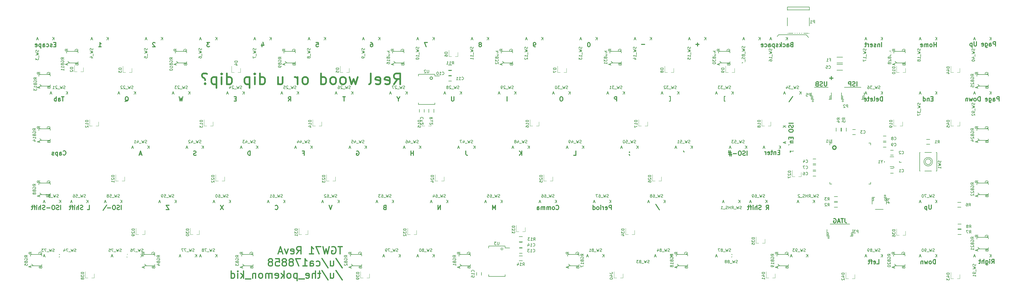
<source format=gbo>
G04 #@! TF.FileFunction,Legend,Bot*
%FSLAX46Y46*%
G04 Gerber Fmt 4.6, Leading zero omitted, Abs format (unit mm)*
G04 Created by KiCad (PCBNEW 4.0.5) date Sunday, March 05, 2017 'PMt' 02:31:46 PM*
%MOMM*%
%LPD*%
G01*
G04 APERTURE LIST*
%ADD10C,0.150000*%
%ADD11C,0.300000*%
%ADD12C,0.609600*%
%ADD13C,0.200000*%
%ADD14C,0.457200*%
%ADD15C,0.285750*%
%ADD16C,0.254000*%
%ADD17C,0.381000*%
%ADD18C,0.120000*%
%ADD19C,4.067810*%
%ADD20C,1.781810*%
%ADD21C,2.580000*%
%ADD22R,2.080000X2.080000*%
%ADD23C,2.080000*%
%ADD24R,1.680000X1.080000*%
%ADD25R,1.830000X0.530000*%
%ADD26R,1.580000X1.330000*%
%ADD27C,6.380000*%
%ADD28C,3.080000*%
%ADD29R,0.580380X2.381240*%
%ADD30R,2.078980X2.579360*%
%ADD31C,0.979160*%
%ADD32R,1.380000X1.580000*%
%ADD33C,0.689600*%
%ADD34R,1.080000X3.280000*%
%ADD35R,0.630000X1.580000*%
%ADD36R,1.580000X0.630000*%
%ADD37R,2.080000X1.380000*%
%ADD38R,1.580000X1.380000*%
%ADD39R,1.330000X1.580000*%
%ADD40R,2.080000X1.680000*%
%ADD41C,1.080000*%
%ADD42C,5.080000*%
%ADD43R,0.680000X1.630000*%
%ADD44R,1.280000X1.880000*%
%ADD45R,0.880000X0.980000*%
%ADD46C,3.080000*%
%ADD47C,2.580000*%
G04 APERTURE END LIST*
D10*
D11*
X392178571Y-44586857D02*
X391678571Y-44586857D01*
X391464285Y-45372571D02*
X392178571Y-45372571D01*
X392178571Y-43872571D01*
X391464285Y-43872571D01*
X390821428Y-44372571D02*
X390821428Y-45372571D01*
X390821428Y-44515429D02*
X390750000Y-44444000D01*
X390607142Y-44372571D01*
X390392857Y-44372571D01*
X390250000Y-44444000D01*
X390178571Y-44586857D01*
X390178571Y-45372571D01*
X388821428Y-45372571D02*
X388821428Y-43872571D01*
X388821428Y-45301143D02*
X388964285Y-45372571D01*
X389249999Y-45372571D01*
X389392857Y-45301143D01*
X389464285Y-45229714D01*
X389535714Y-45086857D01*
X389535714Y-44658286D01*
X389464285Y-44515429D01*
X389392857Y-44444000D01*
X389249999Y-44372571D01*
X388964285Y-44372571D01*
X388821428Y-44444000D01*
X393377000Y-26322571D02*
X393377000Y-24822571D01*
X393377000Y-25536857D02*
X392519857Y-25536857D01*
X392519857Y-26322571D02*
X392519857Y-24822571D01*
X391591285Y-26322571D02*
X391734143Y-26251143D01*
X391805571Y-26179714D01*
X391877000Y-26036857D01*
X391877000Y-25608286D01*
X391805571Y-25465429D01*
X391734143Y-25394000D01*
X391591285Y-25322571D01*
X391377000Y-25322571D01*
X391234143Y-25394000D01*
X391162714Y-25465429D01*
X391091285Y-25608286D01*
X391091285Y-26036857D01*
X391162714Y-26179714D01*
X391234143Y-26251143D01*
X391377000Y-26322571D01*
X391591285Y-26322571D01*
X390448428Y-26322571D02*
X390448428Y-25322571D01*
X390448428Y-25465429D02*
X390377000Y-25394000D01*
X390234142Y-25322571D01*
X390019857Y-25322571D01*
X389877000Y-25394000D01*
X389805571Y-25536857D01*
X389805571Y-26322571D01*
X389805571Y-25536857D02*
X389734142Y-25394000D01*
X389591285Y-25322571D01*
X389377000Y-25322571D01*
X389234142Y-25394000D01*
X389162714Y-25536857D01*
X389162714Y-26322571D01*
X387877000Y-26251143D02*
X388019857Y-26322571D01*
X388305571Y-26322571D01*
X388448428Y-26251143D01*
X388519857Y-26108286D01*
X388519857Y-25536857D01*
X388448428Y-25394000D01*
X388305571Y-25322571D01*
X388019857Y-25322571D01*
X387877000Y-25394000D01*
X387805571Y-25536857D01*
X387805571Y-25679714D01*
X388519857Y-25822571D01*
X391607143Y-81845571D02*
X391607143Y-83059857D01*
X391535715Y-83202714D01*
X391464286Y-83274143D01*
X391321429Y-83345571D01*
X391035715Y-83345571D01*
X390892857Y-83274143D01*
X390821429Y-83202714D01*
X390750000Y-83059857D01*
X390750000Y-81845571D01*
X390035714Y-82345571D02*
X390035714Y-83845571D01*
X390035714Y-82417000D02*
X389892857Y-82345571D01*
X389607143Y-82345571D01*
X389464286Y-82417000D01*
X389392857Y-82488429D01*
X389321428Y-82631286D01*
X389321428Y-83059857D01*
X389392857Y-83202714D01*
X389464286Y-83274143D01*
X389607143Y-83345571D01*
X389892857Y-83345571D01*
X390035714Y-83274143D01*
D12*
X203138714Y-39432571D02*
X204408714Y-37618286D01*
X205315857Y-39432571D02*
X205315857Y-35622571D01*
X203864429Y-35622571D01*
X203501571Y-35804000D01*
X203320143Y-35985429D01*
X203138714Y-36348286D01*
X203138714Y-36892571D01*
X203320143Y-37255429D01*
X203501571Y-37436857D01*
X203864429Y-37618286D01*
X205315857Y-37618286D01*
X200054429Y-39251143D02*
X200417286Y-39432571D01*
X201143000Y-39432571D01*
X201505857Y-39251143D01*
X201687286Y-38888286D01*
X201687286Y-37436857D01*
X201505857Y-37074000D01*
X201143000Y-36892571D01*
X200417286Y-36892571D01*
X200054429Y-37074000D01*
X199873000Y-37436857D01*
X199873000Y-37799714D01*
X201687286Y-38162571D01*
X196788715Y-39251143D02*
X197151572Y-39432571D01*
X197877286Y-39432571D01*
X198240143Y-39251143D01*
X198421572Y-38888286D01*
X198421572Y-37436857D01*
X198240143Y-37074000D01*
X197877286Y-36892571D01*
X197151572Y-36892571D01*
X196788715Y-37074000D01*
X196607286Y-37436857D01*
X196607286Y-37799714D01*
X198421572Y-38162571D01*
X194430143Y-39432571D02*
X194793001Y-39251143D01*
X194974429Y-38888286D01*
X194974429Y-35622571D01*
X190438715Y-36892571D02*
X189713001Y-39432571D01*
X188987287Y-37618286D01*
X188261572Y-39432571D01*
X187535858Y-36892571D01*
X185540143Y-39432571D02*
X185903001Y-39251143D01*
X186084429Y-39069714D01*
X186265858Y-38706857D01*
X186265858Y-37618286D01*
X186084429Y-37255429D01*
X185903001Y-37074000D01*
X185540143Y-36892571D01*
X184995858Y-36892571D01*
X184633001Y-37074000D01*
X184451572Y-37255429D01*
X184270143Y-37618286D01*
X184270143Y-38706857D01*
X184451572Y-39069714D01*
X184633001Y-39251143D01*
X184995858Y-39432571D01*
X185540143Y-39432571D01*
X182093000Y-39432571D02*
X182455858Y-39251143D01*
X182637286Y-39069714D01*
X182818715Y-38706857D01*
X182818715Y-37618286D01*
X182637286Y-37255429D01*
X182455858Y-37074000D01*
X182093000Y-36892571D01*
X181548715Y-36892571D01*
X181185858Y-37074000D01*
X181004429Y-37255429D01*
X180823000Y-37618286D01*
X180823000Y-38706857D01*
X181004429Y-39069714D01*
X181185858Y-39251143D01*
X181548715Y-39432571D01*
X182093000Y-39432571D01*
X177557286Y-39432571D02*
X177557286Y-35622571D01*
X177557286Y-39251143D02*
X177920143Y-39432571D01*
X178645857Y-39432571D01*
X179008715Y-39251143D01*
X179190143Y-39069714D01*
X179371572Y-38706857D01*
X179371572Y-37618286D01*
X179190143Y-37255429D01*
X179008715Y-37074000D01*
X178645857Y-36892571D01*
X177920143Y-36892571D01*
X177557286Y-37074000D01*
X172295857Y-39432571D02*
X172658715Y-39251143D01*
X172840143Y-39069714D01*
X173021572Y-38706857D01*
X173021572Y-37618286D01*
X172840143Y-37255429D01*
X172658715Y-37074000D01*
X172295857Y-36892571D01*
X171751572Y-36892571D01*
X171388715Y-37074000D01*
X171207286Y-37255429D01*
X171025857Y-37618286D01*
X171025857Y-38706857D01*
X171207286Y-39069714D01*
X171388715Y-39251143D01*
X171751572Y-39432571D01*
X172295857Y-39432571D01*
X169393000Y-39432571D02*
X169393000Y-36892571D01*
X169393000Y-37618286D02*
X169211572Y-37255429D01*
X169030143Y-37074000D01*
X168667286Y-36892571D01*
X168304429Y-36892571D01*
X162498715Y-36892571D02*
X162498715Y-39432571D01*
X164131572Y-36892571D02*
X164131572Y-38888286D01*
X163950144Y-39251143D01*
X163587286Y-39432571D01*
X163043001Y-39432571D01*
X162680144Y-39251143D01*
X162498715Y-39069714D01*
X156148715Y-39432571D02*
X156148715Y-35622571D01*
X156148715Y-39251143D02*
X156511572Y-39432571D01*
X157237286Y-39432571D01*
X157600144Y-39251143D01*
X157781572Y-39069714D01*
X157963001Y-38706857D01*
X157963001Y-37618286D01*
X157781572Y-37255429D01*
X157600144Y-37074000D01*
X157237286Y-36892571D01*
X156511572Y-36892571D01*
X156148715Y-37074000D01*
X154334429Y-39432571D02*
X154334429Y-36892571D01*
X154334429Y-35622571D02*
X154515858Y-35804000D01*
X154334429Y-35985429D01*
X154153001Y-35804000D01*
X154334429Y-35622571D01*
X154334429Y-35985429D01*
X152520143Y-36892571D02*
X152520143Y-40702571D01*
X152520143Y-37074000D02*
X152157286Y-36892571D01*
X151431572Y-36892571D01*
X151068715Y-37074000D01*
X150887286Y-37255429D01*
X150705857Y-37618286D01*
X150705857Y-38706857D01*
X150887286Y-39069714D01*
X151068715Y-39251143D01*
X151431572Y-39432571D01*
X152157286Y-39432571D01*
X152520143Y-39251143D01*
X144537286Y-39432571D02*
X144537286Y-35622571D01*
X144537286Y-39251143D02*
X144900143Y-39432571D01*
X145625857Y-39432571D01*
X145988715Y-39251143D01*
X146170143Y-39069714D01*
X146351572Y-38706857D01*
X146351572Y-37618286D01*
X146170143Y-37255429D01*
X145988715Y-37074000D01*
X145625857Y-36892571D01*
X144900143Y-36892571D01*
X144537286Y-37074000D01*
X142723000Y-39432571D02*
X142723000Y-36892571D01*
X142723000Y-35622571D02*
X142904429Y-35804000D01*
X142723000Y-35985429D01*
X142541572Y-35804000D01*
X142723000Y-35622571D01*
X142723000Y-35985429D01*
X140908714Y-36892571D02*
X140908714Y-40702571D01*
X140908714Y-37074000D02*
X140545857Y-36892571D01*
X139820143Y-36892571D01*
X139457286Y-37074000D01*
X139275857Y-37255429D01*
X139094428Y-37618286D01*
X139094428Y-38706857D01*
X139275857Y-39069714D01*
X139457286Y-39251143D01*
X139820143Y-39432571D01*
X140545857Y-39432571D01*
X140908714Y-39251143D01*
X136917285Y-39069714D02*
X136735857Y-39251143D01*
X136917285Y-39432571D01*
X137098714Y-39251143D01*
X136917285Y-39069714D01*
X136917285Y-39432571D01*
X137643000Y-35804000D02*
X137280143Y-35622571D01*
X136373000Y-35622571D01*
X136010143Y-35804000D01*
X135828714Y-36166857D01*
X135828714Y-36529714D01*
X136010143Y-36892571D01*
X136191571Y-37074000D01*
X136554428Y-37255429D01*
X136735857Y-37436857D01*
X136917285Y-37799714D01*
X136917285Y-37981143D01*
D11*
X354965857Y-38623571D02*
X354965857Y-39837857D01*
X354894429Y-39980714D01*
X354823000Y-40052143D01*
X354680143Y-40123571D01*
X354394429Y-40123571D01*
X354251571Y-40052143D01*
X354180143Y-39980714D01*
X354108714Y-39837857D01*
X354108714Y-38623571D01*
X353465857Y-40052143D02*
X353251571Y-40123571D01*
X352894428Y-40123571D01*
X352751571Y-40052143D01*
X352680142Y-39980714D01*
X352608714Y-39837857D01*
X352608714Y-39695000D01*
X352680142Y-39552143D01*
X352751571Y-39480714D01*
X352894428Y-39409286D01*
X353180142Y-39337857D01*
X353323000Y-39266429D01*
X353394428Y-39195000D01*
X353465857Y-39052143D01*
X353465857Y-38909286D01*
X353394428Y-38766429D01*
X353323000Y-38695000D01*
X353180142Y-38623571D01*
X352823000Y-38623571D01*
X352608714Y-38695000D01*
X351465857Y-39337857D02*
X351251571Y-39409286D01*
X351180143Y-39480714D01*
X351108714Y-39623571D01*
X351108714Y-39837857D01*
X351180143Y-39980714D01*
X351251571Y-40052143D01*
X351394429Y-40123571D01*
X351965857Y-40123571D01*
X351965857Y-38623571D01*
X351465857Y-38623571D01*
X351323000Y-38695000D01*
X351251571Y-38766429D01*
X351180143Y-38909286D01*
X351180143Y-39052143D01*
X351251571Y-39195000D01*
X351323000Y-39266429D01*
X351465857Y-39337857D01*
X351965857Y-39337857D01*
X365537285Y-40123571D02*
X365537285Y-38623571D01*
X364894428Y-40052143D02*
X364680142Y-40123571D01*
X364322999Y-40123571D01*
X364180142Y-40052143D01*
X364108713Y-39980714D01*
X364037285Y-39837857D01*
X364037285Y-39695000D01*
X364108713Y-39552143D01*
X364180142Y-39480714D01*
X364322999Y-39409286D01*
X364608713Y-39337857D01*
X364751571Y-39266429D01*
X364822999Y-39195000D01*
X364894428Y-39052143D01*
X364894428Y-38909286D01*
X364822999Y-38766429D01*
X364751571Y-38695000D01*
X364608713Y-38623571D01*
X364251571Y-38623571D01*
X364037285Y-38695000D01*
X363394428Y-40123571D02*
X363394428Y-38623571D01*
X362823000Y-38623571D01*
X362680142Y-38695000D01*
X362608714Y-38766429D01*
X362537285Y-38909286D01*
X362537285Y-39123571D01*
X362608714Y-39266429D01*
X362680142Y-39337857D01*
X362823000Y-39409286D01*
X363394428Y-39409286D01*
X361323000Y-86623571D02*
X361323000Y-87695000D01*
X361394428Y-87909286D01*
X361537285Y-88052143D01*
X361751571Y-88123571D01*
X361894428Y-88123571D01*
X360823000Y-86623571D02*
X359965857Y-86623571D01*
X360394428Y-88123571D02*
X360394428Y-86623571D01*
X359537286Y-87695000D02*
X358823000Y-87695000D01*
X359680143Y-88123571D02*
X359180143Y-86623571D01*
X358680143Y-88123571D01*
X357394429Y-86695000D02*
X357537286Y-86623571D01*
X357751572Y-86623571D01*
X357965857Y-86695000D01*
X358108715Y-86837857D01*
X358180143Y-86980714D01*
X358251572Y-87266429D01*
X358251572Y-87480714D01*
X358180143Y-87766429D01*
X358108715Y-87909286D01*
X357965857Y-88052143D01*
X357751572Y-88123571D01*
X357608715Y-88123571D01*
X357394429Y-88052143D01*
X357323000Y-87980714D01*
X357323000Y-87480714D01*
X357608715Y-87480714D01*
D13*
X347726000Y-22098000D02*
X348615000Y-23114000D01*
X338074000Y-22098000D02*
X347726000Y-22098000D01*
X336931000Y-23495000D02*
X338074000Y-22098000D01*
D14*
X185026095Y-96439848D02*
X183574667Y-96439848D01*
X184300381Y-98979848D02*
X184300381Y-96439848D01*
X181397524Y-96560800D02*
X181639429Y-96439848D01*
X182002286Y-96439848D01*
X182365143Y-96560800D01*
X182607048Y-96802705D01*
X182728000Y-97044610D01*
X182848952Y-97528419D01*
X182848952Y-97891276D01*
X182728000Y-98375086D01*
X182607048Y-98616990D01*
X182365143Y-98858895D01*
X182002286Y-98979848D01*
X181760381Y-98979848D01*
X181397524Y-98858895D01*
X181276572Y-98737943D01*
X181276572Y-97891276D01*
X181760381Y-97891276D01*
X180429905Y-96439848D02*
X179825143Y-98979848D01*
X179341333Y-97165562D01*
X178857524Y-98979848D01*
X178252762Y-96439848D01*
X177527048Y-96439848D02*
X175833715Y-96439848D01*
X176922286Y-98979848D01*
X173535619Y-98979848D02*
X174987047Y-98979848D01*
X174261333Y-98979848D02*
X174261333Y-96439848D01*
X174503238Y-96802705D01*
X174745143Y-97044610D01*
X174987047Y-97165562D01*
X169060381Y-98979848D02*
X169907047Y-97770324D01*
X170511809Y-98979848D02*
X170511809Y-96439848D01*
X169544190Y-96439848D01*
X169302285Y-96560800D01*
X169181333Y-96681752D01*
X169060381Y-96923657D01*
X169060381Y-97286514D01*
X169181333Y-97528419D01*
X169302285Y-97649371D01*
X169544190Y-97770324D01*
X170511809Y-97770324D01*
X167004190Y-98858895D02*
X167246095Y-98979848D01*
X167729904Y-98979848D01*
X167971809Y-98858895D01*
X168092761Y-98616990D01*
X168092761Y-97649371D01*
X167971809Y-97407467D01*
X167729904Y-97286514D01*
X167246095Y-97286514D01*
X167004190Y-97407467D01*
X166883238Y-97649371D01*
X166883238Y-97891276D01*
X168092761Y-98133181D01*
X166036571Y-97286514D02*
X165431809Y-98979848D01*
X164827047Y-97286514D01*
X163980380Y-98254133D02*
X162770857Y-98254133D01*
X164222285Y-98979848D02*
X163375619Y-96439848D01*
X162528952Y-98979848D01*
X182848952Y-100586095D02*
X185026095Y-103851810D01*
X180913715Y-101553714D02*
X180913715Y-103247048D01*
X182002286Y-101553714D02*
X182002286Y-102884190D01*
X181881334Y-103126095D01*
X181639429Y-103247048D01*
X181276572Y-103247048D01*
X181034667Y-103126095D01*
X180913715Y-103005143D01*
X177889905Y-100586095D02*
X180067048Y-103851810D01*
X175954668Y-103126095D02*
X176196572Y-103247048D01*
X176680382Y-103247048D01*
X176922287Y-103126095D01*
X177043239Y-103005143D01*
X177164191Y-102763238D01*
X177164191Y-102037524D01*
X177043239Y-101795619D01*
X176922287Y-101674667D01*
X176680382Y-101553714D01*
X176196572Y-101553714D01*
X175954668Y-101674667D01*
X173777525Y-103247048D02*
X173777525Y-101916571D01*
X173898477Y-101674667D01*
X174140382Y-101553714D01*
X174624191Y-101553714D01*
X174866096Y-101674667D01*
X173777525Y-103126095D02*
X174019429Y-103247048D01*
X174624191Y-103247048D01*
X174866096Y-103126095D01*
X174987048Y-102884190D01*
X174987048Y-102642286D01*
X174866096Y-102400381D01*
X174624191Y-102279429D01*
X174019429Y-102279429D01*
X173777525Y-102158476D01*
X171237525Y-103247048D02*
X172688953Y-103247048D01*
X171963239Y-103247048D02*
X171963239Y-100707048D01*
X172205144Y-101069905D01*
X172447049Y-101311810D01*
X172688953Y-101432762D01*
X170390858Y-100707048D02*
X168697525Y-100707048D01*
X169786096Y-103247048D01*
X167367048Y-101795619D02*
X167608953Y-101674667D01*
X167729905Y-101553714D01*
X167850857Y-101311810D01*
X167850857Y-101190857D01*
X167729905Y-100948952D01*
X167608953Y-100828000D01*
X167367048Y-100707048D01*
X166883238Y-100707048D01*
X166641334Y-100828000D01*
X166520381Y-100948952D01*
X166399429Y-101190857D01*
X166399429Y-101311810D01*
X166520381Y-101553714D01*
X166641334Y-101674667D01*
X166883238Y-101795619D01*
X167367048Y-101795619D01*
X167608953Y-101916571D01*
X167729905Y-102037524D01*
X167850857Y-102279429D01*
X167850857Y-102763238D01*
X167729905Y-103005143D01*
X167608953Y-103126095D01*
X167367048Y-103247048D01*
X166883238Y-103247048D01*
X166641334Y-103126095D01*
X166520381Y-103005143D01*
X166399429Y-102763238D01*
X166399429Y-102279429D01*
X166520381Y-102037524D01*
X166641334Y-101916571D01*
X166883238Y-101795619D01*
X164948000Y-101795619D02*
X165189905Y-101674667D01*
X165310857Y-101553714D01*
X165431809Y-101311810D01*
X165431809Y-101190857D01*
X165310857Y-100948952D01*
X165189905Y-100828000D01*
X164948000Y-100707048D01*
X164464190Y-100707048D01*
X164222286Y-100828000D01*
X164101333Y-100948952D01*
X163980381Y-101190857D01*
X163980381Y-101311810D01*
X164101333Y-101553714D01*
X164222286Y-101674667D01*
X164464190Y-101795619D01*
X164948000Y-101795619D01*
X165189905Y-101916571D01*
X165310857Y-102037524D01*
X165431809Y-102279429D01*
X165431809Y-102763238D01*
X165310857Y-103005143D01*
X165189905Y-103126095D01*
X164948000Y-103247048D01*
X164464190Y-103247048D01*
X164222286Y-103126095D01*
X164101333Y-103005143D01*
X163980381Y-102763238D01*
X163980381Y-102279429D01*
X164101333Y-102037524D01*
X164222286Y-101916571D01*
X164464190Y-101795619D01*
X161682285Y-100707048D02*
X162891809Y-100707048D01*
X163012761Y-101916571D01*
X162891809Y-101795619D01*
X162649904Y-101674667D01*
X162045142Y-101674667D01*
X161803238Y-101795619D01*
X161682285Y-101916571D01*
X161561333Y-102158476D01*
X161561333Y-102763238D01*
X161682285Y-103005143D01*
X161803238Y-103126095D01*
X162045142Y-103247048D01*
X162649904Y-103247048D01*
X162891809Y-103126095D01*
X163012761Y-103005143D01*
X160109904Y-101795619D02*
X160351809Y-101674667D01*
X160472761Y-101553714D01*
X160593713Y-101311810D01*
X160593713Y-101190857D01*
X160472761Y-100948952D01*
X160351809Y-100828000D01*
X160109904Y-100707048D01*
X159626094Y-100707048D01*
X159384190Y-100828000D01*
X159263237Y-100948952D01*
X159142285Y-101190857D01*
X159142285Y-101311810D01*
X159263237Y-101553714D01*
X159384190Y-101674667D01*
X159626094Y-101795619D01*
X160109904Y-101795619D01*
X160351809Y-101916571D01*
X160472761Y-102037524D01*
X160593713Y-102279429D01*
X160593713Y-102763238D01*
X160472761Y-103005143D01*
X160351809Y-103126095D01*
X160109904Y-103247048D01*
X159626094Y-103247048D01*
X159384190Y-103126095D01*
X159263237Y-103005143D01*
X159142285Y-102763238D01*
X159142285Y-102279429D01*
X159263237Y-102037524D01*
X159384190Y-101916571D01*
X159626094Y-101795619D01*
X182848952Y-104853295D02*
X185026095Y-108119010D01*
X180913715Y-105820914D02*
X180913715Y-107514248D01*
X182002286Y-105820914D02*
X182002286Y-107151390D01*
X181881334Y-107393295D01*
X181639429Y-107514248D01*
X181276572Y-107514248D01*
X181034667Y-107393295D01*
X180913715Y-107272343D01*
X177889905Y-104853295D02*
X180067048Y-108119010D01*
X177406096Y-105820914D02*
X176438477Y-105820914D01*
X177043239Y-104974248D02*
X177043239Y-107151390D01*
X176922287Y-107393295D01*
X176680382Y-107514248D01*
X176438477Y-107514248D01*
X175591810Y-107514248D02*
X175591810Y-104974248D01*
X174503239Y-107514248D02*
X174503239Y-106183771D01*
X174624191Y-105941867D01*
X174866096Y-105820914D01*
X175228953Y-105820914D01*
X175470858Y-105941867D01*
X175591810Y-106062819D01*
X172326096Y-107393295D02*
X172568001Y-107514248D01*
X173051810Y-107514248D01*
X173293715Y-107393295D01*
X173414667Y-107151390D01*
X173414667Y-106183771D01*
X173293715Y-105941867D01*
X173051810Y-105820914D01*
X172568001Y-105820914D01*
X172326096Y-105941867D01*
X172205144Y-106183771D01*
X172205144Y-106425676D01*
X173414667Y-106667581D01*
X171721334Y-107756152D02*
X169786096Y-107756152D01*
X169181334Y-105820914D02*
X169181334Y-108360914D01*
X169181334Y-105941867D02*
X168939429Y-105820914D01*
X168455620Y-105820914D01*
X168213715Y-105941867D01*
X168092763Y-106062819D01*
X167971810Y-106304724D01*
X167971810Y-107030438D01*
X168092763Y-107272343D01*
X168213715Y-107393295D01*
X168455620Y-107514248D01*
X168939429Y-107514248D01*
X169181334Y-107393295D01*
X166520382Y-107514248D02*
X166762287Y-107393295D01*
X166883239Y-107272343D01*
X167004191Y-107030438D01*
X167004191Y-106304724D01*
X166883239Y-106062819D01*
X166762287Y-105941867D01*
X166520382Y-105820914D01*
X166157525Y-105820914D01*
X165915620Y-105941867D01*
X165794668Y-106062819D01*
X165673715Y-106304724D01*
X165673715Y-107030438D01*
X165794668Y-107272343D01*
X165915620Y-107393295D01*
X166157525Y-107514248D01*
X166520382Y-107514248D01*
X164585144Y-107514248D02*
X164585144Y-104974248D01*
X164343239Y-106546629D02*
X163617525Y-107514248D01*
X163617525Y-105820914D02*
X164585144Y-106788533D01*
X161561335Y-107393295D02*
X161803240Y-107514248D01*
X162287049Y-107514248D01*
X162528954Y-107393295D01*
X162649906Y-107151390D01*
X162649906Y-106183771D01*
X162528954Y-105941867D01*
X162287049Y-105820914D01*
X161803240Y-105820914D01*
X161561335Y-105941867D01*
X161440383Y-106183771D01*
X161440383Y-106425676D01*
X162649906Y-106667581D01*
X160351811Y-107514248D02*
X160351811Y-105820914D01*
X160351811Y-106062819D02*
X160230859Y-105941867D01*
X159988954Y-105820914D01*
X159626097Y-105820914D01*
X159384192Y-105941867D01*
X159263240Y-106183771D01*
X159263240Y-107514248D01*
X159263240Y-106183771D02*
X159142287Y-105941867D01*
X158900383Y-105820914D01*
X158537525Y-105820914D01*
X158295621Y-105941867D01*
X158174668Y-106183771D01*
X158174668Y-107514248D01*
X156602287Y-107514248D02*
X156844192Y-107393295D01*
X156965144Y-107272343D01*
X157086096Y-107030438D01*
X157086096Y-106304724D01*
X156965144Y-106062819D01*
X156844192Y-105941867D01*
X156602287Y-105820914D01*
X156239430Y-105820914D01*
X155997525Y-105941867D01*
X155876573Y-106062819D01*
X155755620Y-106304724D01*
X155755620Y-107030438D01*
X155876573Y-107272343D01*
X155997525Y-107393295D01*
X156239430Y-107514248D01*
X156602287Y-107514248D01*
X154667049Y-105820914D02*
X154667049Y-107514248D01*
X154667049Y-106062819D02*
X154546097Y-105941867D01*
X154304192Y-105820914D01*
X153941335Y-105820914D01*
X153699430Y-105941867D01*
X153578478Y-106183771D01*
X153578478Y-107514248D01*
X152973716Y-107756152D02*
X151038478Y-107756152D01*
X150433716Y-107514248D02*
X150433716Y-104974248D01*
X150191811Y-106546629D02*
X149466097Y-107514248D01*
X149466097Y-105820914D02*
X150433716Y-106788533D01*
X148377526Y-107514248D02*
X148377526Y-105820914D01*
X148377526Y-104974248D02*
X148498478Y-105095200D01*
X148377526Y-105216152D01*
X148256574Y-105095200D01*
X148377526Y-104974248D01*
X148377526Y-105216152D01*
X146079431Y-107514248D02*
X146079431Y-104974248D01*
X146079431Y-107393295D02*
X146321335Y-107514248D01*
X146805145Y-107514248D01*
X147047050Y-107393295D01*
X147168002Y-107272343D01*
X147288954Y-107030438D01*
X147288954Y-106304724D01*
X147168002Y-106062819D01*
X147047050Y-105941867D01*
X146805145Y-105820914D01*
X146321335Y-105820914D01*
X146079431Y-105941867D01*
D11*
X357144428Y-37302143D02*
X356001571Y-37302143D01*
X356573000Y-37873571D02*
X356573000Y-36730714D01*
X412752571Y-102395571D02*
X413252571Y-101681286D01*
X413609714Y-102395571D02*
X413609714Y-100895571D01*
X413038286Y-100895571D01*
X412895428Y-100967000D01*
X412824000Y-101038429D01*
X412752571Y-101181286D01*
X412752571Y-101395571D01*
X412824000Y-101538429D01*
X412895428Y-101609857D01*
X413038286Y-101681286D01*
X413609714Y-101681286D01*
X412109714Y-102395571D02*
X412109714Y-101395571D01*
X412109714Y-100895571D02*
X412181143Y-100967000D01*
X412109714Y-101038429D01*
X412038286Y-100967000D01*
X412109714Y-100895571D01*
X412109714Y-101038429D01*
X410752571Y-101395571D02*
X410752571Y-102609857D01*
X410824000Y-102752714D01*
X410895428Y-102824143D01*
X411038285Y-102895571D01*
X411252571Y-102895571D01*
X411395428Y-102824143D01*
X410752571Y-102324143D02*
X410895428Y-102395571D01*
X411181142Y-102395571D01*
X411324000Y-102324143D01*
X411395428Y-102252714D01*
X411466857Y-102109857D01*
X411466857Y-101681286D01*
X411395428Y-101538429D01*
X411324000Y-101467000D01*
X411181142Y-101395571D01*
X410895428Y-101395571D01*
X410752571Y-101467000D01*
X410038285Y-102395571D02*
X410038285Y-100895571D01*
X409395428Y-102395571D02*
X409395428Y-101609857D01*
X409466857Y-101467000D01*
X409609714Y-101395571D01*
X409823999Y-101395571D01*
X409966857Y-101467000D01*
X410038285Y-101538429D01*
X408895428Y-101395571D02*
X408323999Y-101395571D01*
X408681142Y-100895571D02*
X408681142Y-102181286D01*
X408609714Y-102324143D01*
X408466856Y-102395571D01*
X408323999Y-102395571D01*
X372510714Y-102532571D02*
X373225000Y-102532571D01*
X373225000Y-101032571D01*
X371439286Y-102461143D02*
X371582143Y-102532571D01*
X371867857Y-102532571D01*
X372010714Y-102461143D01*
X372082143Y-102318286D01*
X372082143Y-101746857D01*
X372010714Y-101604000D01*
X371867857Y-101532571D01*
X371582143Y-101532571D01*
X371439286Y-101604000D01*
X371367857Y-101746857D01*
X371367857Y-101889714D01*
X372082143Y-102032571D01*
X370939286Y-101532571D02*
X370367857Y-101532571D01*
X370725000Y-102532571D02*
X370725000Y-101246857D01*
X370653572Y-101104000D01*
X370510714Y-101032571D01*
X370367857Y-101032571D01*
X370082143Y-101532571D02*
X369510714Y-101532571D01*
X369867857Y-101032571D02*
X369867857Y-102318286D01*
X369796429Y-102461143D01*
X369653571Y-102532571D01*
X369510714Y-102532571D01*
X393060714Y-102532571D02*
X393060714Y-101032571D01*
X392703571Y-101032571D01*
X392489286Y-101104000D01*
X392346428Y-101246857D01*
X392275000Y-101389714D01*
X392203571Y-101675429D01*
X392203571Y-101889714D01*
X392275000Y-102175429D01*
X392346428Y-102318286D01*
X392489286Y-102461143D01*
X392703571Y-102532571D01*
X393060714Y-102532571D01*
X391346428Y-102532571D02*
X391489286Y-102461143D01*
X391560714Y-102389714D01*
X391632143Y-102246857D01*
X391632143Y-101818286D01*
X391560714Y-101675429D01*
X391489286Y-101604000D01*
X391346428Y-101532571D01*
X391132143Y-101532571D01*
X390989286Y-101604000D01*
X390917857Y-101675429D01*
X390846428Y-101818286D01*
X390846428Y-102246857D01*
X390917857Y-102389714D01*
X390989286Y-102461143D01*
X391132143Y-102532571D01*
X391346428Y-102532571D01*
X390346428Y-101532571D02*
X390060714Y-102532571D01*
X389775000Y-101818286D01*
X389489285Y-102532571D01*
X389203571Y-101532571D01*
X388632142Y-101532571D02*
X388632142Y-102532571D01*
X388632142Y-101675429D02*
X388560714Y-101604000D01*
X388417856Y-101532571D01*
X388203571Y-101532571D01*
X388060714Y-101604000D01*
X387989285Y-101746857D01*
X387989285Y-102532571D01*
X87225000Y-64162714D02*
X87296429Y-64234143D01*
X87510715Y-64305571D01*
X87653572Y-64305571D01*
X87867857Y-64234143D01*
X88010715Y-64091286D01*
X88082143Y-63948429D01*
X88153572Y-63662714D01*
X88153572Y-63448429D01*
X88082143Y-63162714D01*
X88010715Y-63019857D01*
X87867857Y-62877000D01*
X87653572Y-62805571D01*
X87510715Y-62805571D01*
X87296429Y-62877000D01*
X87225000Y-62948429D01*
X85939286Y-64305571D02*
X85939286Y-63519857D01*
X86010715Y-63377000D01*
X86153572Y-63305571D01*
X86439286Y-63305571D01*
X86582143Y-63377000D01*
X85939286Y-64234143D02*
X86082143Y-64305571D01*
X86439286Y-64305571D01*
X86582143Y-64234143D01*
X86653572Y-64091286D01*
X86653572Y-63948429D01*
X86582143Y-63805571D01*
X86439286Y-63734143D01*
X86082143Y-63734143D01*
X85939286Y-63662714D01*
X85225000Y-63305571D02*
X85225000Y-64805571D01*
X85225000Y-63377000D02*
X85082143Y-63305571D01*
X84796429Y-63305571D01*
X84653572Y-63377000D01*
X84582143Y-63448429D01*
X84510714Y-63591286D01*
X84510714Y-64019857D01*
X84582143Y-64162714D01*
X84653572Y-64234143D01*
X84796429Y-64305571D01*
X85082143Y-64305571D01*
X85225000Y-64234143D01*
X83939286Y-64234143D02*
X83796429Y-64305571D01*
X83510714Y-64305571D01*
X83367857Y-64234143D01*
X83296429Y-64091286D01*
X83296429Y-64019857D01*
X83367857Y-63877000D01*
X83510714Y-63805571D01*
X83725000Y-63805571D01*
X83867857Y-63734143D01*
X83939286Y-63591286D01*
X83939286Y-63519857D01*
X83867857Y-63377000D01*
X83725000Y-63305571D01*
X83510714Y-63305571D01*
X83367857Y-63377000D01*
X107576571Y-83482571D02*
X107576571Y-81982571D01*
X106933714Y-83411143D02*
X106719428Y-83482571D01*
X106362285Y-83482571D01*
X106219428Y-83411143D01*
X106147999Y-83339714D01*
X106076571Y-83196857D01*
X106076571Y-83054000D01*
X106147999Y-82911143D01*
X106219428Y-82839714D01*
X106362285Y-82768286D01*
X106647999Y-82696857D01*
X106790857Y-82625429D01*
X106862285Y-82554000D01*
X106933714Y-82411143D01*
X106933714Y-82268286D01*
X106862285Y-82125429D01*
X106790857Y-82054000D01*
X106647999Y-81982571D01*
X106290857Y-81982571D01*
X106076571Y-82054000D01*
X105148000Y-81982571D02*
X104862286Y-81982571D01*
X104719428Y-82054000D01*
X104576571Y-82196857D01*
X104505143Y-82482571D01*
X104505143Y-82982571D01*
X104576571Y-83268286D01*
X104719428Y-83411143D01*
X104862286Y-83482571D01*
X105148000Y-83482571D01*
X105290857Y-83411143D01*
X105433714Y-83268286D01*
X105505143Y-82982571D01*
X105505143Y-82482571D01*
X105433714Y-82196857D01*
X105290857Y-82054000D01*
X105148000Y-81982571D01*
X103862285Y-82911143D02*
X102719428Y-82911143D01*
X102505142Y-81839714D02*
X101219428Y-83768286D01*
X86315714Y-83482571D02*
X86315714Y-81982571D01*
X85672857Y-83411143D02*
X85458571Y-83482571D01*
X85101428Y-83482571D01*
X84958571Y-83411143D01*
X84887142Y-83339714D01*
X84815714Y-83196857D01*
X84815714Y-83054000D01*
X84887142Y-82911143D01*
X84958571Y-82839714D01*
X85101428Y-82768286D01*
X85387142Y-82696857D01*
X85530000Y-82625429D01*
X85601428Y-82554000D01*
X85672857Y-82411143D01*
X85672857Y-82268286D01*
X85601428Y-82125429D01*
X85530000Y-82054000D01*
X85387142Y-81982571D01*
X85030000Y-81982571D01*
X84815714Y-82054000D01*
X83887143Y-81982571D02*
X83601429Y-81982571D01*
X83458571Y-82054000D01*
X83315714Y-82196857D01*
X83244286Y-82482571D01*
X83244286Y-82982571D01*
X83315714Y-83268286D01*
X83458571Y-83411143D01*
X83601429Y-83482571D01*
X83887143Y-83482571D01*
X84030000Y-83411143D01*
X84172857Y-83268286D01*
X84244286Y-82982571D01*
X84244286Y-82482571D01*
X84172857Y-82196857D01*
X84030000Y-82054000D01*
X83887143Y-81982571D01*
X82601428Y-82911143D02*
X81458571Y-82911143D01*
X80815714Y-83411143D02*
X80601428Y-83482571D01*
X80244285Y-83482571D01*
X80101428Y-83411143D01*
X80029999Y-83339714D01*
X79958571Y-83196857D01*
X79958571Y-83054000D01*
X80029999Y-82911143D01*
X80101428Y-82839714D01*
X80244285Y-82768286D01*
X80529999Y-82696857D01*
X80672857Y-82625429D01*
X80744285Y-82554000D01*
X80815714Y-82411143D01*
X80815714Y-82268286D01*
X80744285Y-82125429D01*
X80672857Y-82054000D01*
X80529999Y-81982571D01*
X80172857Y-81982571D01*
X79958571Y-82054000D01*
X79315714Y-83482571D02*
X79315714Y-81982571D01*
X78672857Y-83482571D02*
X78672857Y-82696857D01*
X78744286Y-82554000D01*
X78887143Y-82482571D01*
X79101428Y-82482571D01*
X79244286Y-82554000D01*
X79315714Y-82625429D01*
X77958571Y-83482571D02*
X77958571Y-82482571D01*
X77958571Y-81982571D02*
X78030000Y-82054000D01*
X77958571Y-82125429D01*
X77887143Y-82054000D01*
X77958571Y-81982571D01*
X77958571Y-82125429D01*
X77458571Y-82482571D02*
X76887142Y-82482571D01*
X77244285Y-83482571D02*
X77244285Y-82196857D01*
X77172857Y-82054000D01*
X77029999Y-81982571D01*
X76887142Y-81982571D01*
X76601428Y-82482571D02*
X76029999Y-82482571D01*
X76387142Y-81982571D02*
X76387142Y-83268286D01*
X76315714Y-83411143D01*
X76172856Y-83482571D01*
X76029999Y-83482571D01*
X95678285Y-83482571D02*
X96392571Y-83482571D01*
X96392571Y-81982571D01*
X94106857Y-83411143D02*
X93892571Y-83482571D01*
X93535428Y-83482571D01*
X93392571Y-83411143D01*
X93321142Y-83339714D01*
X93249714Y-83196857D01*
X93249714Y-83054000D01*
X93321142Y-82911143D01*
X93392571Y-82839714D01*
X93535428Y-82768286D01*
X93821142Y-82696857D01*
X93964000Y-82625429D01*
X94035428Y-82554000D01*
X94106857Y-82411143D01*
X94106857Y-82268286D01*
X94035428Y-82125429D01*
X93964000Y-82054000D01*
X93821142Y-81982571D01*
X93464000Y-81982571D01*
X93249714Y-82054000D01*
X92606857Y-83482571D02*
X92606857Y-81982571D01*
X91964000Y-83482571D02*
X91964000Y-82696857D01*
X92035429Y-82554000D01*
X92178286Y-82482571D01*
X92392571Y-82482571D01*
X92535429Y-82554000D01*
X92606857Y-82625429D01*
X91249714Y-83482571D02*
X91249714Y-82482571D01*
X91249714Y-81982571D02*
X91321143Y-82054000D01*
X91249714Y-82125429D01*
X91178286Y-82054000D01*
X91249714Y-81982571D01*
X91249714Y-82125429D01*
X90749714Y-82482571D02*
X90178285Y-82482571D01*
X90535428Y-83482571D02*
X90535428Y-82196857D01*
X90464000Y-82054000D01*
X90321142Y-81982571D01*
X90178285Y-81982571D01*
X89892571Y-82482571D02*
X89321142Y-82482571D01*
X89678285Y-81982571D02*
X89678285Y-83268286D01*
X89606857Y-83411143D01*
X89463999Y-83482571D01*
X89321142Y-83482571D01*
X124324999Y-81982571D02*
X123324999Y-81982571D01*
X124324999Y-83482571D01*
X123324999Y-83482571D01*
X143374999Y-81982571D02*
X142374999Y-83482571D01*
X142374999Y-81982571D02*
X143374999Y-83482571D01*
X161587714Y-83339714D02*
X161659143Y-83411143D01*
X161873429Y-83482571D01*
X162016286Y-83482571D01*
X162230571Y-83411143D01*
X162373429Y-83268286D01*
X162444857Y-83125429D01*
X162516286Y-82839714D01*
X162516286Y-82625429D01*
X162444857Y-82339714D01*
X162373429Y-82196857D01*
X162230571Y-82054000D01*
X162016286Y-81982571D01*
X161873429Y-81982571D01*
X161659143Y-82054000D01*
X161587714Y-82125429D01*
X181475000Y-81982571D02*
X180975000Y-83482571D01*
X180475000Y-81982571D01*
X199917857Y-82696857D02*
X199703571Y-82768286D01*
X199632143Y-82839714D01*
X199560714Y-82982571D01*
X199560714Y-83196857D01*
X199632143Y-83339714D01*
X199703571Y-83411143D01*
X199846429Y-83482571D01*
X200417857Y-83482571D01*
X200417857Y-81982571D01*
X199917857Y-81982571D01*
X199775000Y-82054000D01*
X199703571Y-82125429D01*
X199632143Y-82268286D01*
X199632143Y-82411143D01*
X199703571Y-82554000D01*
X199775000Y-82625429D01*
X199917857Y-82696857D01*
X200417857Y-82696857D01*
X219503571Y-83482571D02*
X219503571Y-81982571D01*
X218646428Y-83482571D01*
X218646428Y-81982571D01*
X238752000Y-83482571D02*
X238752000Y-81982571D01*
X238252000Y-83054000D01*
X237752000Y-81982571D01*
X237752000Y-83482571D01*
X260067857Y-83339714D02*
X260139286Y-83411143D01*
X260353572Y-83482571D01*
X260496429Y-83482571D01*
X260710714Y-83411143D01*
X260853572Y-83268286D01*
X260925000Y-83125429D01*
X260996429Y-82839714D01*
X260996429Y-82625429D01*
X260925000Y-82339714D01*
X260853572Y-82196857D01*
X260710714Y-82054000D01*
X260496429Y-81982571D01*
X260353572Y-81982571D01*
X260139286Y-82054000D01*
X260067857Y-82125429D01*
X259210714Y-83482571D02*
X259353572Y-83411143D01*
X259425000Y-83339714D01*
X259496429Y-83196857D01*
X259496429Y-82768286D01*
X259425000Y-82625429D01*
X259353572Y-82554000D01*
X259210714Y-82482571D01*
X258996429Y-82482571D01*
X258853572Y-82554000D01*
X258782143Y-82625429D01*
X258710714Y-82768286D01*
X258710714Y-83196857D01*
X258782143Y-83339714D01*
X258853572Y-83411143D01*
X258996429Y-83482571D01*
X259210714Y-83482571D01*
X258067857Y-83482571D02*
X258067857Y-82482571D01*
X258067857Y-82625429D02*
X257996429Y-82554000D01*
X257853571Y-82482571D01*
X257639286Y-82482571D01*
X257496429Y-82554000D01*
X257425000Y-82696857D01*
X257425000Y-83482571D01*
X257425000Y-82696857D02*
X257353571Y-82554000D01*
X257210714Y-82482571D01*
X256996429Y-82482571D01*
X256853571Y-82554000D01*
X256782143Y-82696857D01*
X256782143Y-83482571D01*
X256067857Y-83482571D02*
X256067857Y-82482571D01*
X256067857Y-82625429D02*
X255996429Y-82554000D01*
X255853571Y-82482571D01*
X255639286Y-82482571D01*
X255496429Y-82554000D01*
X255425000Y-82696857D01*
X255425000Y-83482571D01*
X255425000Y-82696857D02*
X255353571Y-82554000D01*
X255210714Y-82482571D01*
X254996429Y-82482571D01*
X254853571Y-82554000D01*
X254782143Y-82696857D01*
X254782143Y-83482571D01*
X253425000Y-83482571D02*
X253425000Y-82696857D01*
X253496429Y-82554000D01*
X253639286Y-82482571D01*
X253925000Y-82482571D01*
X254067857Y-82554000D01*
X253425000Y-83411143D02*
X253567857Y-83482571D01*
X253925000Y-83482571D01*
X254067857Y-83411143D01*
X254139286Y-83268286D01*
X254139286Y-83125429D01*
X254067857Y-82982571D01*
X253925000Y-82911143D01*
X253567857Y-82911143D01*
X253425000Y-82839714D01*
X279439285Y-83482571D02*
X279439285Y-81982571D01*
X278867857Y-81982571D01*
X278724999Y-82054000D01*
X278653571Y-82125429D01*
X278582142Y-82268286D01*
X278582142Y-82482571D01*
X278653571Y-82625429D01*
X278724999Y-82696857D01*
X278867857Y-82768286D01*
X279439285Y-82768286D01*
X277367857Y-83411143D02*
X277510714Y-83482571D01*
X277796428Y-83482571D01*
X277939285Y-83411143D01*
X278010714Y-83268286D01*
X278010714Y-82696857D01*
X277939285Y-82554000D01*
X277796428Y-82482571D01*
X277510714Y-82482571D01*
X277367857Y-82554000D01*
X277296428Y-82696857D01*
X277296428Y-82839714D01*
X278010714Y-82982571D01*
X276653571Y-83482571D02*
X276653571Y-82482571D01*
X276653571Y-82768286D02*
X276582143Y-82625429D01*
X276510714Y-82554000D01*
X276367857Y-82482571D01*
X276225000Y-82482571D01*
X275725000Y-83482571D02*
X275725000Y-82482571D01*
X275725000Y-81982571D02*
X275796429Y-82054000D01*
X275725000Y-82125429D01*
X275653572Y-82054000D01*
X275725000Y-81982571D01*
X275725000Y-82125429D01*
X274796428Y-83482571D02*
X274939286Y-83411143D01*
X275010714Y-83339714D01*
X275082143Y-83196857D01*
X275082143Y-82768286D01*
X275010714Y-82625429D01*
X274939286Y-82554000D01*
X274796428Y-82482571D01*
X274582143Y-82482571D01*
X274439286Y-82554000D01*
X274367857Y-82625429D01*
X274296428Y-82768286D01*
X274296428Y-83196857D01*
X274367857Y-83339714D01*
X274439286Y-83411143D01*
X274582143Y-83482571D01*
X274796428Y-83482571D01*
X273010714Y-83482571D02*
X273010714Y-81982571D01*
X273010714Y-83411143D02*
X273153571Y-83482571D01*
X273439285Y-83482571D01*
X273582143Y-83411143D01*
X273653571Y-83339714D01*
X273725000Y-83196857D01*
X273725000Y-82768286D01*
X273653571Y-82625429D01*
X273582143Y-82554000D01*
X273439285Y-82482571D01*
X273153571Y-82482571D01*
X273010714Y-82554000D01*
X295013143Y-81657143D02*
X296298857Y-83585714D01*
X333676285Y-83482571D02*
X334176285Y-82768286D01*
X334533428Y-83482571D02*
X334533428Y-81982571D01*
X333962000Y-81982571D01*
X333819142Y-82054000D01*
X333747714Y-82125429D01*
X333676285Y-82268286D01*
X333676285Y-82482571D01*
X333747714Y-82625429D01*
X333819142Y-82696857D01*
X333962000Y-82768286D01*
X334533428Y-82768286D01*
X331962000Y-83411143D02*
X331747714Y-83482571D01*
X331390571Y-83482571D01*
X331247714Y-83411143D01*
X331176285Y-83339714D01*
X331104857Y-83196857D01*
X331104857Y-83054000D01*
X331176285Y-82911143D01*
X331247714Y-82839714D01*
X331390571Y-82768286D01*
X331676285Y-82696857D01*
X331819143Y-82625429D01*
X331890571Y-82554000D01*
X331962000Y-82411143D01*
X331962000Y-82268286D01*
X331890571Y-82125429D01*
X331819143Y-82054000D01*
X331676285Y-81982571D01*
X331319143Y-81982571D01*
X331104857Y-82054000D01*
X330462000Y-83482571D02*
X330462000Y-81982571D01*
X329819143Y-83482571D02*
X329819143Y-82696857D01*
X329890572Y-82554000D01*
X330033429Y-82482571D01*
X330247714Y-82482571D01*
X330390572Y-82554000D01*
X330462000Y-82625429D01*
X329104857Y-83482571D02*
X329104857Y-82482571D01*
X329104857Y-81982571D02*
X329176286Y-82054000D01*
X329104857Y-82125429D01*
X329033429Y-82054000D01*
X329104857Y-81982571D01*
X329104857Y-82125429D01*
X328604857Y-82482571D02*
X328033428Y-82482571D01*
X328390571Y-83482571D02*
X328390571Y-82196857D01*
X328319143Y-82054000D01*
X328176285Y-81982571D01*
X328033428Y-81982571D01*
X327747714Y-82482571D02*
X327176285Y-82482571D01*
X327533428Y-81982571D02*
X327533428Y-83268286D01*
X327462000Y-83411143D01*
X327319142Y-83482571D01*
X327176285Y-83482571D01*
X304728572Y-62932571D02*
X304871429Y-63218286D01*
X285678572Y-64107143D02*
X285678572Y-64178571D01*
X285750000Y-64321429D01*
X285821429Y-64392857D01*
X285750000Y-63250000D02*
X285678572Y-63321429D01*
X285750000Y-63392857D01*
X285821429Y-63321429D01*
X285750000Y-63250000D01*
X285750000Y-63392857D01*
X266235714Y-64432571D02*
X266950000Y-64432571D01*
X266950000Y-62932571D01*
X248042857Y-64432571D02*
X248042857Y-62932571D01*
X247185714Y-64432571D02*
X247828571Y-63575429D01*
X247185714Y-62932571D02*
X248042857Y-63789714D01*
X228385714Y-62932571D02*
X228385714Y-64004000D01*
X228457142Y-64218286D01*
X228599999Y-64361143D01*
X228814285Y-64432571D01*
X228957142Y-64432571D01*
X209978571Y-64432571D02*
X209978571Y-62932571D01*
X209978571Y-63646857D02*
X209121428Y-63646857D01*
X209121428Y-64432571D02*
X209121428Y-62932571D01*
X190107143Y-63004000D02*
X190250000Y-62932571D01*
X190464286Y-62932571D01*
X190678571Y-63004000D01*
X190821429Y-63146857D01*
X190892857Y-63289714D01*
X190964286Y-63575429D01*
X190964286Y-63789714D01*
X190892857Y-64075429D01*
X190821429Y-64218286D01*
X190678571Y-64361143D01*
X190464286Y-64432571D01*
X190321429Y-64432571D01*
X190107143Y-64361143D01*
X190035714Y-64289714D01*
X190035714Y-63789714D01*
X190321429Y-63789714D01*
X171235714Y-63646857D02*
X171735714Y-63646857D01*
X171735714Y-64432571D02*
X171735714Y-62932571D01*
X171021428Y-62932571D01*
X152792857Y-64432571D02*
X152792857Y-62932571D01*
X152435714Y-62932571D01*
X152221429Y-63004000D01*
X152078571Y-63146857D01*
X152007143Y-63289714D01*
X151935714Y-63575429D01*
X151935714Y-63789714D01*
X152007143Y-64075429D01*
X152078571Y-64218286D01*
X152221429Y-64361143D01*
X152435714Y-64432571D01*
X152792857Y-64432571D01*
X133778571Y-64361143D02*
X133564285Y-64432571D01*
X133207142Y-64432571D01*
X133064285Y-64361143D01*
X132992856Y-64289714D01*
X132921428Y-64146857D01*
X132921428Y-64004000D01*
X132992856Y-63861143D01*
X133064285Y-63789714D01*
X133207142Y-63718286D01*
X133492856Y-63646857D01*
X133635714Y-63575429D01*
X133707142Y-63504000D01*
X133778571Y-63361143D01*
X133778571Y-63218286D01*
X133707142Y-63075429D01*
X133635714Y-63004000D01*
X133492856Y-62932571D01*
X133135714Y-62932571D01*
X132921428Y-63004000D01*
X114657143Y-64004000D02*
X113942857Y-64004000D01*
X114800000Y-64432571D02*
X114300000Y-62932571D01*
X113800000Y-64432571D01*
X87510714Y-43882571D02*
X86653571Y-43882571D01*
X87082142Y-45382571D02*
X87082142Y-43882571D01*
X85510714Y-45382571D02*
X85510714Y-44596857D01*
X85582143Y-44454000D01*
X85725000Y-44382571D01*
X86010714Y-44382571D01*
X86153571Y-44454000D01*
X85510714Y-45311143D02*
X85653571Y-45382571D01*
X86010714Y-45382571D01*
X86153571Y-45311143D01*
X86225000Y-45168286D01*
X86225000Y-45025429D01*
X86153571Y-44882571D01*
X86010714Y-44811143D01*
X85653571Y-44811143D01*
X85510714Y-44739714D01*
X84796428Y-45382571D02*
X84796428Y-43882571D01*
X84796428Y-44454000D02*
X84653571Y-44382571D01*
X84367857Y-44382571D01*
X84225000Y-44454000D01*
X84153571Y-44525429D01*
X84082142Y-44668286D01*
X84082142Y-45096857D01*
X84153571Y-45239714D01*
X84225000Y-45311143D01*
X84367857Y-45382571D01*
X84653571Y-45382571D01*
X84796428Y-45311143D01*
X108902571Y-45525429D02*
X109045428Y-45454000D01*
X109188285Y-45311143D01*
X109402571Y-45096857D01*
X109545428Y-45025429D01*
X109688285Y-45025429D01*
X109616857Y-45382571D02*
X109759714Y-45311143D01*
X109902571Y-45168286D01*
X109974000Y-44882571D01*
X109974000Y-44382571D01*
X109902571Y-44096857D01*
X109759714Y-43954000D01*
X109616857Y-43882571D01*
X109331143Y-43882571D01*
X109188285Y-43954000D01*
X109045428Y-44096857D01*
X108974000Y-44382571D01*
X108974000Y-44882571D01*
X109045428Y-45168286D01*
X109188285Y-45311143D01*
X109331143Y-45382571D01*
X109616857Y-45382571D01*
X129166857Y-43882571D02*
X128809714Y-45382571D01*
X128524000Y-44311143D01*
X128238286Y-45382571D01*
X127881143Y-43882571D01*
X147895428Y-44596857D02*
X147395428Y-44596857D01*
X147181142Y-45382571D02*
X147895428Y-45382571D01*
X147895428Y-43882571D01*
X147181142Y-43882571D01*
X166159714Y-45382571D02*
X166659714Y-44668286D01*
X167016857Y-45382571D02*
X167016857Y-43882571D01*
X166445429Y-43882571D01*
X166302571Y-43954000D01*
X166231143Y-44025429D01*
X166159714Y-44168286D01*
X166159714Y-44382571D01*
X166231143Y-44525429D01*
X166302571Y-44596857D01*
X166445429Y-44668286D01*
X167016857Y-44668286D01*
X186102571Y-43882571D02*
X185245428Y-43882571D01*
X185673999Y-45382571D02*
X185673999Y-43882571D01*
X204724000Y-44668286D02*
X204724000Y-45382571D01*
X205224000Y-43882571D02*
X204724000Y-44668286D01*
X204224000Y-43882571D01*
X224202571Y-43882571D02*
X224202571Y-45096857D01*
X224131143Y-45239714D01*
X224059714Y-45311143D01*
X223916857Y-45382571D01*
X223631143Y-45382571D01*
X223488285Y-45311143D01*
X223416857Y-45239714D01*
X223345428Y-45096857D01*
X223345428Y-43882571D01*
X242824000Y-45382571D02*
X242824000Y-43882571D01*
X262016857Y-43882571D02*
X261731143Y-43882571D01*
X261588285Y-43954000D01*
X261445428Y-44096857D01*
X261374000Y-44382571D01*
X261374000Y-44882571D01*
X261445428Y-45168286D01*
X261588285Y-45311143D01*
X261731143Y-45382571D01*
X262016857Y-45382571D01*
X262159714Y-45311143D01*
X262302571Y-45168286D01*
X262374000Y-44882571D01*
X262374000Y-44382571D01*
X262302571Y-44096857D01*
X262159714Y-43954000D01*
X262016857Y-43882571D01*
X281316857Y-45382571D02*
X281316857Y-43882571D01*
X280745429Y-43882571D01*
X280602571Y-43954000D01*
X280531143Y-44025429D01*
X280459714Y-44168286D01*
X280459714Y-44382571D01*
X280531143Y-44525429D01*
X280602571Y-44596857D01*
X280745429Y-44668286D01*
X281316857Y-44668286D01*
D15*
X299688286Y-45348071D02*
X300045429Y-45348071D01*
X300045429Y-43715214D01*
X299688286Y-43715214D01*
X319309714Y-45348071D02*
X318952571Y-45348071D01*
X318952571Y-43715214D01*
X319309714Y-43715214D01*
D11*
X327028571Y-64432571D02*
X327028571Y-62932571D01*
X326385714Y-64361143D02*
X326171428Y-64432571D01*
X325814285Y-64432571D01*
X325671428Y-64361143D01*
X325599999Y-64289714D01*
X325528571Y-64146857D01*
X325528571Y-64004000D01*
X325599999Y-63861143D01*
X325671428Y-63789714D01*
X325814285Y-63718286D01*
X326099999Y-63646857D01*
X326242857Y-63575429D01*
X326314285Y-63504000D01*
X326385714Y-63361143D01*
X326385714Y-63218286D01*
X326314285Y-63075429D01*
X326242857Y-63004000D01*
X326099999Y-62932571D01*
X325742857Y-62932571D01*
X325528571Y-63004000D01*
X324600000Y-62932571D02*
X324314286Y-62932571D01*
X324171428Y-63004000D01*
X324028571Y-63146857D01*
X323957143Y-63432571D01*
X323957143Y-63932571D01*
X324028571Y-64218286D01*
X324171428Y-64361143D01*
X324314286Y-64432571D01*
X324600000Y-64432571D01*
X324742857Y-64361143D01*
X324885714Y-64218286D01*
X324957143Y-63932571D01*
X324957143Y-63432571D01*
X324885714Y-63146857D01*
X324742857Y-63004000D01*
X324600000Y-62932571D01*
X323314285Y-63861143D02*
X322171428Y-63861143D01*
X321528571Y-63432571D02*
X320457142Y-63432571D01*
X321099999Y-62789714D02*
X321528571Y-64718286D01*
X320599999Y-64075429D02*
X321671428Y-64075429D01*
X321028571Y-64718286D02*
X320599999Y-62789714D01*
X338450714Y-63392857D02*
X337950714Y-63392857D01*
X337736428Y-64178571D02*
X338450714Y-64178571D01*
X338450714Y-62678571D01*
X337736428Y-62678571D01*
X337093571Y-63178571D02*
X337093571Y-64178571D01*
X337093571Y-63321429D02*
X337022143Y-63250000D01*
X336879285Y-63178571D01*
X336665000Y-63178571D01*
X336522143Y-63250000D01*
X336450714Y-63392857D01*
X336450714Y-64178571D01*
X335950714Y-63178571D02*
X335379285Y-63178571D01*
X335736428Y-62678571D02*
X335736428Y-63964286D01*
X335665000Y-64107143D01*
X335522142Y-64178571D01*
X335379285Y-64178571D01*
X334307857Y-64107143D02*
X334450714Y-64178571D01*
X334736428Y-64178571D01*
X334879285Y-64107143D01*
X334950714Y-63964286D01*
X334950714Y-63392857D01*
X334879285Y-63250000D01*
X334736428Y-63178571D01*
X334450714Y-63178571D01*
X334307857Y-63250000D01*
X334236428Y-63392857D01*
X334236428Y-63535714D01*
X334950714Y-63678571D01*
X333593571Y-64178571D02*
X333593571Y-63178571D01*
X333593571Y-63464286D02*
X333522143Y-63321429D01*
X333450714Y-63250000D01*
X333307857Y-63178571D01*
X333165000Y-63178571D01*
X343197571Y-53201715D02*
X341697571Y-53201715D01*
X343126143Y-53844572D02*
X343197571Y-54058858D01*
X343197571Y-54416001D01*
X343126143Y-54558858D01*
X343054714Y-54630287D01*
X342911857Y-54701715D01*
X342769000Y-54701715D01*
X342626143Y-54630287D01*
X342554714Y-54558858D01*
X342483286Y-54416001D01*
X342411857Y-54130287D01*
X342340429Y-53987429D01*
X342269000Y-53916001D01*
X342126143Y-53844572D01*
X341983286Y-53844572D01*
X341840429Y-53916001D01*
X341769000Y-53987429D01*
X341697571Y-54130287D01*
X341697571Y-54487429D01*
X341769000Y-54701715D01*
X341697571Y-55630286D02*
X341697571Y-55916000D01*
X341769000Y-56058858D01*
X341911857Y-56201715D01*
X342197571Y-56273143D01*
X342697571Y-56273143D01*
X342983286Y-56201715D01*
X343126143Y-56058858D01*
X343197571Y-55916000D01*
X343197571Y-55630286D01*
X343126143Y-55487429D01*
X342983286Y-55344572D01*
X342697571Y-55273143D01*
X342197571Y-55273143D01*
X341911857Y-55344572D01*
X341769000Y-55487429D01*
X341697571Y-55630286D01*
X342411857Y-58058858D02*
X342411857Y-58558858D01*
X343197571Y-58773144D02*
X343197571Y-58058858D01*
X341697571Y-58058858D01*
X341697571Y-58773144D01*
X342197571Y-59416001D02*
X343197571Y-59416001D01*
X342340429Y-59416001D02*
X342269000Y-59487429D01*
X342197571Y-59630287D01*
X342197571Y-59844572D01*
X342269000Y-59987429D01*
X342411857Y-60058858D01*
X343197571Y-60058858D01*
X342197571Y-60558858D02*
X342197571Y-61130287D01*
X341697571Y-60773144D02*
X342983286Y-60773144D01*
X343126143Y-60844572D01*
X343197571Y-60987430D01*
X343197571Y-61130287D01*
X343126143Y-62201715D02*
X343197571Y-62058858D01*
X343197571Y-61773144D01*
X343126143Y-61630287D01*
X342983286Y-61558858D01*
X342411857Y-61558858D01*
X342269000Y-61630287D01*
X342197571Y-61773144D01*
X342197571Y-62058858D01*
X342269000Y-62201715D01*
X342411857Y-62273144D01*
X342554714Y-62273144D01*
X342697571Y-61558858D01*
X343197571Y-62916001D02*
X342197571Y-62916001D01*
X342483286Y-62916001D02*
X342340429Y-62987429D01*
X342269000Y-63058858D01*
X342197571Y-63201715D01*
X342197571Y-63344572D01*
X343034857Y-43739714D02*
X341749143Y-45668286D01*
X374490856Y-45382571D02*
X374490856Y-43882571D01*
X374133713Y-43882571D01*
X373919428Y-43954000D01*
X373776570Y-44096857D01*
X373705142Y-44239714D01*
X373633713Y-44525429D01*
X373633713Y-44739714D01*
X373705142Y-45025429D01*
X373776570Y-45168286D01*
X373919428Y-45311143D01*
X374133713Y-45382571D01*
X374490856Y-45382571D01*
X372419428Y-45311143D02*
X372562285Y-45382571D01*
X372847999Y-45382571D01*
X372990856Y-45311143D01*
X373062285Y-45168286D01*
X373062285Y-44596857D01*
X372990856Y-44454000D01*
X372847999Y-44382571D01*
X372562285Y-44382571D01*
X372419428Y-44454000D01*
X372347999Y-44596857D01*
X372347999Y-44739714D01*
X373062285Y-44882571D01*
X371490856Y-45382571D02*
X371633714Y-45311143D01*
X371705142Y-45168286D01*
X371705142Y-43882571D01*
X370348000Y-45311143D02*
X370490857Y-45382571D01*
X370776571Y-45382571D01*
X370919428Y-45311143D01*
X370990857Y-45168286D01*
X370990857Y-44596857D01*
X370919428Y-44454000D01*
X370776571Y-44382571D01*
X370490857Y-44382571D01*
X370348000Y-44454000D01*
X370276571Y-44596857D01*
X370276571Y-44739714D01*
X370990857Y-44882571D01*
X369848000Y-44382571D02*
X369276571Y-44382571D01*
X369633714Y-43882571D02*
X369633714Y-45168286D01*
X369562286Y-45311143D01*
X369419428Y-45382571D01*
X369276571Y-45382571D01*
X368205143Y-45311143D02*
X368348000Y-45382571D01*
X368633714Y-45382571D01*
X368776571Y-45311143D01*
X368848000Y-45168286D01*
X368848000Y-44596857D01*
X368776571Y-44454000D01*
X368633714Y-44382571D01*
X368348000Y-44382571D01*
X368205143Y-44454000D01*
X368133714Y-44596857D01*
X368133714Y-44739714D01*
X368848000Y-44882571D01*
X415407143Y-45372571D02*
X415407143Y-43872571D01*
X414835715Y-43872571D01*
X414692857Y-43944000D01*
X414621429Y-44015429D01*
X414550000Y-44158286D01*
X414550000Y-44372571D01*
X414621429Y-44515429D01*
X414692857Y-44586857D01*
X414835715Y-44658286D01*
X415407143Y-44658286D01*
X413264286Y-45372571D02*
X413264286Y-44586857D01*
X413335715Y-44444000D01*
X413478572Y-44372571D01*
X413764286Y-44372571D01*
X413907143Y-44444000D01*
X413264286Y-45301143D02*
X413407143Y-45372571D01*
X413764286Y-45372571D01*
X413907143Y-45301143D01*
X413978572Y-45158286D01*
X413978572Y-45015429D01*
X413907143Y-44872571D01*
X413764286Y-44801143D01*
X413407143Y-44801143D01*
X413264286Y-44729714D01*
X411907143Y-44372571D02*
X411907143Y-45586857D01*
X411978572Y-45729714D01*
X412050000Y-45801143D01*
X412192857Y-45872571D01*
X412407143Y-45872571D01*
X412550000Y-45801143D01*
X411907143Y-45301143D02*
X412050000Y-45372571D01*
X412335714Y-45372571D01*
X412478572Y-45301143D01*
X412550000Y-45229714D01*
X412621429Y-45086857D01*
X412621429Y-44658286D01*
X412550000Y-44515429D01*
X412478572Y-44444000D01*
X412335714Y-44372571D01*
X412050000Y-44372571D01*
X411907143Y-44444000D01*
X410621429Y-45301143D02*
X410764286Y-45372571D01*
X411050000Y-45372571D01*
X411192857Y-45301143D01*
X411264286Y-45158286D01*
X411264286Y-44586857D01*
X411192857Y-44444000D01*
X411050000Y-44372571D01*
X410764286Y-44372571D01*
X410621429Y-44444000D01*
X410550000Y-44586857D01*
X410550000Y-44729714D01*
X411264286Y-44872571D01*
X408764286Y-45372571D02*
X408764286Y-43872571D01*
X408407143Y-43872571D01*
X408192858Y-43944000D01*
X408050000Y-44086857D01*
X407978572Y-44229714D01*
X407907143Y-44515429D01*
X407907143Y-44729714D01*
X407978572Y-45015429D01*
X408050000Y-45158286D01*
X408192858Y-45301143D01*
X408407143Y-45372571D01*
X408764286Y-45372571D01*
X407050000Y-45372571D02*
X407192858Y-45301143D01*
X407264286Y-45229714D01*
X407335715Y-45086857D01*
X407335715Y-44658286D01*
X407264286Y-44515429D01*
X407192858Y-44444000D01*
X407050000Y-44372571D01*
X406835715Y-44372571D01*
X406692858Y-44444000D01*
X406621429Y-44515429D01*
X406550000Y-44658286D01*
X406550000Y-45086857D01*
X406621429Y-45229714D01*
X406692858Y-45301143D01*
X406835715Y-45372571D01*
X407050000Y-45372571D01*
X406050000Y-44372571D02*
X405764286Y-45372571D01*
X405478572Y-44658286D01*
X405192857Y-45372571D01*
X404907143Y-44372571D01*
X404335714Y-44372571D02*
X404335714Y-45372571D01*
X404335714Y-44515429D02*
X404264286Y-44444000D01*
X404121428Y-44372571D01*
X403907143Y-44372571D01*
X403764286Y-44444000D01*
X403692857Y-44586857D01*
X403692857Y-45372571D01*
X414105571Y-26078571D02*
X414105571Y-24578571D01*
X413534143Y-24578571D01*
X413391285Y-24650000D01*
X413319857Y-24721429D01*
X413248428Y-24864286D01*
X413248428Y-25078571D01*
X413319857Y-25221429D01*
X413391285Y-25292857D01*
X413534143Y-25364286D01*
X414105571Y-25364286D01*
X411962714Y-26078571D02*
X411962714Y-25292857D01*
X412034143Y-25150000D01*
X412177000Y-25078571D01*
X412462714Y-25078571D01*
X412605571Y-25150000D01*
X411962714Y-26007143D02*
X412105571Y-26078571D01*
X412462714Y-26078571D01*
X412605571Y-26007143D01*
X412677000Y-25864286D01*
X412677000Y-25721429D01*
X412605571Y-25578571D01*
X412462714Y-25507143D01*
X412105571Y-25507143D01*
X411962714Y-25435714D01*
X410605571Y-25078571D02*
X410605571Y-26292857D01*
X410677000Y-26435714D01*
X410748428Y-26507143D01*
X410891285Y-26578571D01*
X411105571Y-26578571D01*
X411248428Y-26507143D01*
X410605571Y-26007143D02*
X410748428Y-26078571D01*
X411034142Y-26078571D01*
X411177000Y-26007143D01*
X411248428Y-25935714D01*
X411319857Y-25792857D01*
X411319857Y-25364286D01*
X411248428Y-25221429D01*
X411177000Y-25150000D01*
X411034142Y-25078571D01*
X410748428Y-25078571D01*
X410605571Y-25150000D01*
X409319857Y-26007143D02*
X409462714Y-26078571D01*
X409748428Y-26078571D01*
X409891285Y-26007143D01*
X409962714Y-25864286D01*
X409962714Y-25292857D01*
X409891285Y-25150000D01*
X409748428Y-25078571D01*
X409462714Y-25078571D01*
X409319857Y-25150000D01*
X409248428Y-25292857D01*
X409248428Y-25435714D01*
X409962714Y-25578571D01*
X407462714Y-24578571D02*
X407462714Y-25792857D01*
X407391286Y-25935714D01*
X407319857Y-26007143D01*
X407177000Y-26078571D01*
X406891286Y-26078571D01*
X406748428Y-26007143D01*
X406677000Y-25935714D01*
X406605571Y-25792857D01*
X406605571Y-24578571D01*
X405891285Y-25078571D02*
X405891285Y-26578571D01*
X405891285Y-25150000D02*
X405748428Y-25078571D01*
X405462714Y-25078571D01*
X405319857Y-25150000D01*
X405248428Y-25221429D01*
X405176999Y-25364286D01*
X405176999Y-25792857D01*
X405248428Y-25935714D01*
X405319857Y-26007143D01*
X405462714Y-26078571D01*
X405748428Y-26078571D01*
X405891285Y-26007143D01*
X374169428Y-26332571D02*
X374169428Y-24832571D01*
X373455142Y-25332571D02*
X373455142Y-26332571D01*
X373455142Y-25475429D02*
X373383714Y-25404000D01*
X373240856Y-25332571D01*
X373026571Y-25332571D01*
X372883714Y-25404000D01*
X372812285Y-25546857D01*
X372812285Y-26332571D01*
X372169428Y-26261143D02*
X372026571Y-26332571D01*
X371740856Y-26332571D01*
X371597999Y-26261143D01*
X371526571Y-26118286D01*
X371526571Y-26046857D01*
X371597999Y-25904000D01*
X371740856Y-25832571D01*
X371955142Y-25832571D01*
X372097999Y-25761143D01*
X372169428Y-25618286D01*
X372169428Y-25546857D01*
X372097999Y-25404000D01*
X371955142Y-25332571D01*
X371740856Y-25332571D01*
X371597999Y-25404000D01*
X370312285Y-26261143D02*
X370455142Y-26332571D01*
X370740856Y-26332571D01*
X370883713Y-26261143D01*
X370955142Y-26118286D01*
X370955142Y-25546857D01*
X370883713Y-25404000D01*
X370740856Y-25332571D01*
X370455142Y-25332571D01*
X370312285Y-25404000D01*
X370240856Y-25546857D01*
X370240856Y-25689714D01*
X370955142Y-25832571D01*
X369597999Y-26332571D02*
X369597999Y-25332571D01*
X369597999Y-25618286D02*
X369526571Y-25475429D01*
X369455142Y-25404000D01*
X369312285Y-25332571D01*
X369169428Y-25332571D01*
X368883714Y-25332571D02*
X368312285Y-25332571D01*
X368669428Y-24832571D02*
X368669428Y-26118286D01*
X368598000Y-26261143D01*
X368455142Y-26332571D01*
X368312285Y-26332571D01*
X310197428Y-25507143D02*
X309054571Y-25507143D01*
X309626000Y-26078571D02*
X309626000Y-24935714D01*
X291147428Y-25507143D02*
X290004571Y-25507143D01*
X342637428Y-25546857D02*
X342423142Y-25618286D01*
X342351714Y-25689714D01*
X342280285Y-25832571D01*
X342280285Y-26046857D01*
X342351714Y-26189714D01*
X342423142Y-26261143D01*
X342566000Y-26332571D01*
X343137428Y-26332571D01*
X343137428Y-24832571D01*
X342637428Y-24832571D01*
X342494571Y-24904000D01*
X342423142Y-24975429D01*
X342351714Y-25118286D01*
X342351714Y-25261143D01*
X342423142Y-25404000D01*
X342494571Y-25475429D01*
X342637428Y-25546857D01*
X343137428Y-25546857D01*
X340994571Y-26332571D02*
X340994571Y-25546857D01*
X341066000Y-25404000D01*
X341208857Y-25332571D01*
X341494571Y-25332571D01*
X341637428Y-25404000D01*
X340994571Y-26261143D02*
X341137428Y-26332571D01*
X341494571Y-26332571D01*
X341637428Y-26261143D01*
X341708857Y-26118286D01*
X341708857Y-25975429D01*
X341637428Y-25832571D01*
X341494571Y-25761143D01*
X341137428Y-25761143D01*
X340994571Y-25689714D01*
X339637428Y-26261143D02*
X339780285Y-26332571D01*
X340065999Y-26332571D01*
X340208857Y-26261143D01*
X340280285Y-26189714D01*
X340351714Y-26046857D01*
X340351714Y-25618286D01*
X340280285Y-25475429D01*
X340208857Y-25404000D01*
X340065999Y-25332571D01*
X339780285Y-25332571D01*
X339637428Y-25404000D01*
X338994571Y-26332571D02*
X338994571Y-24832571D01*
X338851714Y-25761143D02*
X338423143Y-26332571D01*
X338423143Y-25332571D02*
X338994571Y-25904000D01*
X337851714Y-26261143D02*
X337708857Y-26332571D01*
X337423142Y-26332571D01*
X337280285Y-26261143D01*
X337208857Y-26118286D01*
X337208857Y-26046857D01*
X337280285Y-25904000D01*
X337423142Y-25832571D01*
X337637428Y-25832571D01*
X337780285Y-25761143D01*
X337851714Y-25618286D01*
X337851714Y-25546857D01*
X337780285Y-25404000D01*
X337637428Y-25332571D01*
X337423142Y-25332571D01*
X337280285Y-25404000D01*
X336565999Y-25332571D02*
X336565999Y-26832571D01*
X336565999Y-25404000D02*
X336423142Y-25332571D01*
X336137428Y-25332571D01*
X335994571Y-25404000D01*
X335923142Y-25475429D01*
X335851713Y-25618286D01*
X335851713Y-26046857D01*
X335923142Y-26189714D01*
X335994571Y-26261143D01*
X336137428Y-26332571D01*
X336423142Y-26332571D01*
X336565999Y-26261143D01*
X334565999Y-26332571D02*
X334565999Y-25546857D01*
X334637428Y-25404000D01*
X334780285Y-25332571D01*
X335065999Y-25332571D01*
X335208856Y-25404000D01*
X334565999Y-26261143D02*
X334708856Y-26332571D01*
X335065999Y-26332571D01*
X335208856Y-26261143D01*
X335280285Y-26118286D01*
X335280285Y-25975429D01*
X335208856Y-25832571D01*
X335065999Y-25761143D01*
X334708856Y-25761143D01*
X334565999Y-25689714D01*
X333208856Y-26261143D02*
X333351713Y-26332571D01*
X333637427Y-26332571D01*
X333780285Y-26261143D01*
X333851713Y-26189714D01*
X333923142Y-26046857D01*
X333923142Y-25618286D01*
X333851713Y-25475429D01*
X333780285Y-25404000D01*
X333637427Y-25332571D01*
X333351713Y-25332571D01*
X333208856Y-25404000D01*
X331994571Y-26261143D02*
X332137428Y-26332571D01*
X332423142Y-26332571D01*
X332565999Y-26261143D01*
X332637428Y-26118286D01*
X332637428Y-25546857D01*
X332565999Y-25404000D01*
X332423142Y-25332571D01*
X332137428Y-25332571D01*
X331994571Y-25404000D01*
X331923142Y-25546857D01*
X331923142Y-25689714D01*
X332637428Y-25832571D01*
X271597428Y-24832571D02*
X271454571Y-24832571D01*
X271311714Y-24904000D01*
X271240285Y-24975429D01*
X271168856Y-25118286D01*
X271097428Y-25404000D01*
X271097428Y-25761143D01*
X271168856Y-26046857D01*
X271240285Y-26189714D01*
X271311714Y-26261143D01*
X271454571Y-26332571D01*
X271597428Y-26332571D01*
X271740285Y-26261143D01*
X271811714Y-26189714D01*
X271883142Y-26046857D01*
X271954571Y-25761143D01*
X271954571Y-25404000D01*
X271883142Y-25118286D01*
X271811714Y-24975429D01*
X271740285Y-24904000D01*
X271597428Y-24832571D01*
X252761714Y-26332571D02*
X252475999Y-26332571D01*
X252333142Y-26261143D01*
X252261714Y-26189714D01*
X252118856Y-25975429D01*
X252047428Y-25689714D01*
X252047428Y-25118286D01*
X252118856Y-24975429D01*
X252190285Y-24904000D01*
X252333142Y-24832571D01*
X252618856Y-24832571D01*
X252761714Y-24904000D01*
X252833142Y-24975429D01*
X252904571Y-25118286D01*
X252904571Y-25475429D01*
X252833142Y-25618286D01*
X252761714Y-25689714D01*
X252618856Y-25761143D01*
X252333142Y-25761143D01*
X252190285Y-25689714D01*
X252118856Y-25618286D01*
X252047428Y-25475429D01*
X233568856Y-25475429D02*
X233711714Y-25404000D01*
X233783142Y-25332571D01*
X233854571Y-25189714D01*
X233854571Y-25118286D01*
X233783142Y-24975429D01*
X233711714Y-24904000D01*
X233568856Y-24832571D01*
X233283142Y-24832571D01*
X233140285Y-24904000D01*
X233068856Y-24975429D01*
X232997428Y-25118286D01*
X232997428Y-25189714D01*
X233068856Y-25332571D01*
X233140285Y-25404000D01*
X233283142Y-25475429D01*
X233568856Y-25475429D01*
X233711714Y-25546857D01*
X233783142Y-25618286D01*
X233854571Y-25761143D01*
X233854571Y-26046857D01*
X233783142Y-26189714D01*
X233711714Y-26261143D01*
X233568856Y-26332571D01*
X233283142Y-26332571D01*
X233140285Y-26261143D01*
X233068856Y-26189714D01*
X232997428Y-26046857D01*
X232997428Y-25761143D01*
X233068856Y-25618286D01*
X233140285Y-25546857D01*
X233283142Y-25475429D01*
X214875999Y-24832571D02*
X213875999Y-24832571D01*
X214518856Y-26332571D01*
X195040285Y-24832571D02*
X195325999Y-24832571D01*
X195468856Y-24904000D01*
X195540285Y-24975429D01*
X195683142Y-25189714D01*
X195754571Y-25475429D01*
X195754571Y-26046857D01*
X195683142Y-26189714D01*
X195611714Y-26261143D01*
X195468856Y-26332571D01*
X195183142Y-26332571D01*
X195040285Y-26261143D01*
X194968856Y-26189714D01*
X194897428Y-26046857D01*
X194897428Y-25689714D01*
X194968856Y-25546857D01*
X195040285Y-25475429D01*
X195183142Y-25404000D01*
X195468856Y-25404000D01*
X195611714Y-25475429D01*
X195683142Y-25546857D01*
X195754571Y-25689714D01*
X175918856Y-24832571D02*
X176633142Y-24832571D01*
X176704571Y-25546857D01*
X176633142Y-25475429D01*
X176490285Y-25404000D01*
X176133142Y-25404000D01*
X175990285Y-25475429D01*
X175918856Y-25546857D01*
X175847428Y-25689714D01*
X175847428Y-26046857D01*
X175918856Y-26189714D01*
X175990285Y-26261143D01*
X176133142Y-26332571D01*
X176490285Y-26332571D01*
X176633142Y-26261143D01*
X176704571Y-26189714D01*
X156876785Y-25332571D02*
X156876785Y-26332571D01*
X157233928Y-24761143D02*
X157591071Y-25832571D01*
X156662499Y-25832571D01*
X138548999Y-24832571D02*
X137620428Y-24832571D01*
X138120428Y-25404000D01*
X137906142Y-25404000D01*
X137763285Y-25475429D01*
X137691856Y-25546857D01*
X137620428Y-25689714D01*
X137620428Y-26046857D01*
X137691856Y-26189714D01*
X137763285Y-26261143D01*
X137906142Y-26332571D01*
X138334714Y-26332571D01*
X138477571Y-26261143D01*
X138548999Y-26189714D01*
X119427571Y-24975429D02*
X119356142Y-24904000D01*
X119213285Y-24832571D01*
X118856142Y-24832571D01*
X118713285Y-24904000D01*
X118641856Y-24975429D01*
X118570428Y-25118286D01*
X118570428Y-25261143D01*
X118641856Y-25475429D01*
X119498999Y-26332571D01*
X118570428Y-26332571D01*
X99647428Y-26332571D02*
X100504571Y-26332571D01*
X100075999Y-26332571D02*
X100075999Y-24832571D01*
X100218856Y-25046857D01*
X100361714Y-25189714D01*
X100504571Y-25261143D01*
X84597428Y-25546857D02*
X84097428Y-25546857D01*
X83883142Y-26332571D02*
X84597428Y-26332571D01*
X84597428Y-24832571D01*
X83883142Y-24832571D01*
X83311714Y-26261143D02*
X83168857Y-26332571D01*
X82883142Y-26332571D01*
X82740285Y-26261143D01*
X82668857Y-26118286D01*
X82668857Y-26046857D01*
X82740285Y-25904000D01*
X82883142Y-25832571D01*
X83097428Y-25832571D01*
X83240285Y-25761143D01*
X83311714Y-25618286D01*
X83311714Y-25546857D01*
X83240285Y-25404000D01*
X83097428Y-25332571D01*
X82883142Y-25332571D01*
X82740285Y-25404000D01*
X81383142Y-26261143D02*
X81525999Y-26332571D01*
X81811713Y-26332571D01*
X81954571Y-26261143D01*
X82025999Y-26189714D01*
X82097428Y-26046857D01*
X82097428Y-25618286D01*
X82025999Y-25475429D01*
X81954571Y-25404000D01*
X81811713Y-25332571D01*
X81525999Y-25332571D01*
X81383142Y-25404000D01*
X80097428Y-26332571D02*
X80097428Y-25546857D01*
X80168857Y-25404000D01*
X80311714Y-25332571D01*
X80597428Y-25332571D01*
X80740285Y-25404000D01*
X80097428Y-26261143D02*
X80240285Y-26332571D01*
X80597428Y-26332571D01*
X80740285Y-26261143D01*
X80811714Y-26118286D01*
X80811714Y-25975429D01*
X80740285Y-25832571D01*
X80597428Y-25761143D01*
X80240285Y-25761143D01*
X80097428Y-25689714D01*
X79383142Y-25332571D02*
X79383142Y-26832571D01*
X79383142Y-25404000D02*
X79240285Y-25332571D01*
X78954571Y-25332571D01*
X78811714Y-25404000D01*
X78740285Y-25475429D01*
X78668856Y-25618286D01*
X78668856Y-26046857D01*
X78740285Y-26189714D01*
X78811714Y-26261143D01*
X78954571Y-26332571D01*
X79240285Y-26332571D01*
X79383142Y-26261143D01*
X77454571Y-26261143D02*
X77597428Y-26332571D01*
X77883142Y-26332571D01*
X78025999Y-26261143D01*
X78097428Y-26118286D01*
X78097428Y-25546857D01*
X78025999Y-25404000D01*
X77883142Y-25332571D01*
X77597428Y-25332571D01*
X77454571Y-25404000D01*
X77383142Y-25546857D01*
X77383142Y-25689714D01*
X78097428Y-25832571D01*
D13*
X241405210Y-97282000D02*
G75*
G03X241405210Y-97282000I-359210J0D01*
G01*
D16*
X216738905Y-37338000D02*
G75*
G03X216738905Y-37338000I-457905J0D01*
G01*
D17*
X358267000Y-61722000D02*
G75*
G03X358267000Y-61722000I-635000J0D01*
G01*
D10*
X82645000Y-36100000D02*
X82645000Y-36600000D01*
X82645000Y-40100000D02*
X82645000Y-39600000D01*
X81645000Y-40100000D02*
X82645000Y-40100000D01*
X78645000Y-36100000D02*
X78645000Y-36700000D01*
X78645000Y-36100000D02*
X79045000Y-36100000D01*
X79045000Y-39500000D02*
X79645000Y-40100000D01*
X81645000Y-40100000D02*
X79045000Y-40100000D01*
X79045000Y-36100000D02*
X82645000Y-36100000D01*
X82645000Y-55150000D02*
X82645000Y-55650000D01*
X82645000Y-59150000D02*
X82645000Y-58650000D01*
X81645000Y-59150000D02*
X82645000Y-59150000D01*
X78645000Y-55150000D02*
X78645000Y-55750000D01*
X78645000Y-55150000D02*
X79045000Y-55150000D01*
X79045000Y-58550000D02*
X79645000Y-59150000D01*
X81645000Y-59150000D02*
X79045000Y-59150000D01*
X79045000Y-55150000D02*
X82645000Y-55150000D01*
X82645000Y-74200000D02*
X82645000Y-74700000D01*
X82645000Y-78200000D02*
X82645000Y-77700000D01*
X81645000Y-78200000D02*
X82645000Y-78200000D01*
X78645000Y-74200000D02*
X78645000Y-74800000D01*
X78645000Y-74200000D02*
X79045000Y-74200000D01*
X79045000Y-77600000D02*
X79645000Y-78200000D01*
X81645000Y-78200000D02*
X79045000Y-78200000D01*
X79045000Y-74200000D02*
X82645000Y-74200000D01*
X411575000Y-93250000D02*
X411575000Y-93750000D01*
X411575000Y-97250000D02*
X411575000Y-96750000D01*
X410575000Y-97250000D02*
X411575000Y-97250000D01*
X407575000Y-93250000D02*
X407575000Y-93850000D01*
X407575000Y-93250000D02*
X407975000Y-93250000D01*
X407975000Y-96650000D02*
X408575000Y-97250000D01*
X410575000Y-97250000D02*
X407975000Y-97250000D01*
X407975000Y-93250000D02*
X411575000Y-93250000D01*
X217505000Y-35950000D02*
X217505000Y-36600000D01*
X211755000Y-35950000D02*
X211755000Y-36600000D01*
X211755000Y-46600000D02*
X211755000Y-45950000D01*
X217505000Y-46600000D02*
X217505000Y-45950000D01*
X217505000Y-35950000D02*
X211755000Y-35950000D01*
X217505000Y-46600000D02*
X211755000Y-46600000D01*
X217505000Y-36600000D02*
X219105000Y-36600000D01*
X223385000Y-38315000D02*
X222385000Y-38315000D01*
X222385000Y-36615000D02*
X223385000Y-36615000D01*
X222385000Y-34710000D02*
X223385000Y-34710000D01*
X223385000Y-36410000D02*
X222385000Y-36410000D01*
X377325000Y-69000000D02*
X378325000Y-69000000D01*
X378325000Y-70700000D02*
X377325000Y-70700000D01*
X377325000Y-62650000D02*
X378325000Y-62650000D01*
X378325000Y-64350000D02*
X377325000Y-64350000D01*
X350147000Y-65698000D02*
X351147000Y-65698000D01*
X351147000Y-67398000D02*
X350147000Y-67398000D01*
X341149360Y-13400820D02*
X348850640Y-13400820D01*
X341149360Y-12400060D02*
X348850640Y-12400060D01*
X348850640Y-12400060D02*
X348850640Y-21599940D01*
X348850640Y-21599940D02*
X341149360Y-21599940D01*
X341149360Y-21599940D02*
X341149360Y-12400060D01*
X358225000Y-54750000D02*
X358225000Y-55950000D01*
X359975000Y-55950000D02*
X359975000Y-54750000D01*
X360075000Y-54750000D02*
X360075000Y-55950000D01*
X361825000Y-55950000D02*
X361825000Y-54750000D01*
X393525000Y-63425000D02*
X393325000Y-63425000D01*
X387525000Y-63425000D02*
X387725000Y-63425000D01*
X387525000Y-69925000D02*
X387725000Y-69925000D01*
X393525000Y-69925000D02*
X393325000Y-69925000D01*
X391725000Y-69925000D02*
X389325000Y-69925000D01*
X391725000Y-63425000D02*
X389325000Y-63425000D01*
X393525000Y-63425000D02*
X393525000Y-69925000D01*
X387525000Y-69925000D02*
X387525000Y-63425000D01*
X391525000Y-66675000D02*
G75*
G03X391525000Y-66675000I-1000000J0D01*
G01*
X392025000Y-66675000D02*
G75*
G03X392025000Y-66675000I-1500000J0D01*
G01*
X356045000Y-60135000D02*
X356720000Y-60135000D01*
X356045000Y-74485000D02*
X356720000Y-74485000D01*
X370395000Y-74485000D02*
X369720000Y-74485000D01*
X370395000Y-60135000D02*
X369720000Y-60135000D01*
X356045000Y-60135000D02*
X356045000Y-60810000D01*
X370395000Y-60135000D02*
X370395000Y-60810000D01*
X370395000Y-74485000D02*
X370395000Y-73810000D01*
X356045000Y-74485000D02*
X356045000Y-73810000D01*
X356720000Y-60135000D02*
X356720000Y-58860000D01*
X242143000Y-96275000D02*
X242143000Y-96925000D01*
X236393000Y-96275000D02*
X236393000Y-96925000D01*
X236393000Y-106925000D02*
X236393000Y-106275000D01*
X242143000Y-106925000D02*
X242143000Y-106275000D01*
X242143000Y-96275000D02*
X236393000Y-96275000D01*
X242143000Y-106925000D02*
X236393000Y-106925000D01*
X242143000Y-96925000D02*
X243743000Y-96925000D01*
X380425000Y-66875000D02*
X381125000Y-66875000D01*
X378525000Y-68375000D02*
X378525000Y-68875000D01*
X377122920Y-68375000D02*
X378525000Y-68375000D01*
X378526040Y-64975000D02*
X377123960Y-64975000D01*
X375225000Y-66875000D02*
X375225000Y-66475000D01*
X380425000Y-66875000D02*
X380425000Y-66475000D01*
X400952000Y-92188000D02*
X402152000Y-92188000D01*
X402152000Y-90438000D02*
X400952000Y-90438000D01*
X363990000Y-55411000D02*
X364990000Y-55411000D01*
X364990000Y-57111000D02*
X363990000Y-57111000D01*
X350147000Y-70016000D02*
X351147000Y-70016000D01*
X351147000Y-71716000D02*
X350147000Y-71716000D01*
X351147000Y-69557000D02*
X350147000Y-69557000D01*
X350147000Y-67857000D02*
X351147000Y-67857000D01*
X375785000Y-59397000D02*
X374785000Y-59397000D01*
X374785000Y-57697000D02*
X375785000Y-57697000D01*
X374785000Y-59856000D02*
X375785000Y-59856000D01*
X375785000Y-61556000D02*
X374785000Y-61556000D01*
X248150000Y-98767000D02*
X247150000Y-98767000D01*
X247150000Y-97067000D02*
X248150000Y-97067000D01*
X247150000Y-95035000D02*
X248150000Y-95035000D01*
X248150000Y-96735000D02*
X247150000Y-96735000D01*
X232150000Y-106500000D02*
X232150000Y-105500000D01*
X233850000Y-105500000D02*
X233850000Y-106500000D01*
X391125000Y-58815000D02*
X389925000Y-58815000D01*
X389925000Y-60565000D02*
X391125000Y-60565000D01*
X358740000Y-80913000D02*
X357540000Y-80913000D01*
X357540000Y-82663000D02*
X358740000Y-82663000D01*
X358740000Y-78881000D02*
X357540000Y-78881000D01*
X357540000Y-80631000D02*
X358740000Y-80631000D01*
X400825000Y-82663000D02*
X402025000Y-82663000D01*
X402025000Y-80913000D02*
X400825000Y-80913000D01*
X400952000Y-90283000D02*
X402152000Y-90283000D01*
X402152000Y-88533000D02*
X400952000Y-88533000D01*
X223485000Y-32780000D02*
X222285000Y-32780000D01*
X222285000Y-34530000D02*
X223485000Y-34530000D01*
X217156000Y-49368000D02*
X217156000Y-48168000D01*
X215406000Y-48168000D02*
X215406000Y-49368000D01*
X248250000Y-92978000D02*
X247050000Y-92978000D01*
X247050000Y-94728000D02*
X248250000Y-94728000D01*
X248250000Y-99709000D02*
X247050000Y-99709000D01*
X247050000Y-101459000D02*
X248250000Y-101459000D01*
X213829000Y-48268000D02*
X213829000Y-49268000D01*
X212129000Y-49268000D02*
X212129000Y-48268000D01*
X229965000Y-99219000D02*
X229965000Y-99719000D01*
X229965000Y-103219000D02*
X229965000Y-102719000D01*
X228965000Y-103219000D02*
X229965000Y-103219000D01*
X225965000Y-99219000D02*
X225965000Y-99819000D01*
X225965000Y-99219000D02*
X226365000Y-99219000D01*
X226365000Y-102619000D02*
X226965000Y-103219000D01*
X228965000Y-103219000D02*
X226365000Y-103219000D01*
X226365000Y-99219000D02*
X229965000Y-99219000D01*
X191865000Y-99219000D02*
X191865000Y-99719000D01*
X191865000Y-103219000D02*
X191865000Y-102719000D01*
X190865000Y-103219000D02*
X191865000Y-103219000D01*
X187865000Y-99219000D02*
X187865000Y-99819000D01*
X187865000Y-99219000D02*
X188265000Y-99219000D01*
X188265000Y-102619000D02*
X188865000Y-103219000D01*
X190865000Y-103219000D02*
X188265000Y-103219000D01*
X188265000Y-99219000D02*
X191865000Y-99219000D01*
X153765000Y-99219000D02*
X153765000Y-99719000D01*
X153765000Y-103219000D02*
X153765000Y-102719000D01*
X152765000Y-103219000D02*
X153765000Y-103219000D01*
X149765000Y-99219000D02*
X149765000Y-99819000D01*
X149765000Y-99219000D02*
X150165000Y-99219000D01*
X150165000Y-102619000D02*
X150765000Y-103219000D01*
X152765000Y-103219000D02*
X150165000Y-103219000D01*
X150165000Y-99219000D02*
X153765000Y-99219000D01*
X119348000Y-99219000D02*
X119348000Y-99719000D01*
X119348000Y-103219000D02*
X119348000Y-102719000D01*
X118348000Y-103219000D02*
X119348000Y-103219000D01*
X115348000Y-99219000D02*
X115348000Y-99819000D01*
X115348000Y-99219000D02*
X115748000Y-99219000D01*
X115748000Y-102619000D02*
X116348000Y-103219000D01*
X118348000Y-103219000D02*
X115748000Y-103219000D01*
X115748000Y-99219000D02*
X119348000Y-99219000D01*
X79724000Y-99219000D02*
X79724000Y-99719000D01*
X79724000Y-103219000D02*
X79724000Y-102719000D01*
X78724000Y-103219000D02*
X79724000Y-103219000D01*
X75724000Y-99219000D02*
X75724000Y-99819000D01*
X75724000Y-99219000D02*
X76124000Y-99219000D01*
X76124000Y-102619000D02*
X76724000Y-103219000D01*
X78724000Y-103219000D02*
X76124000Y-103219000D01*
X76124000Y-99219000D02*
X79724000Y-99219000D01*
X168624000Y-27972000D02*
X168624000Y-28472000D01*
X168624000Y-31972000D02*
X168624000Y-31472000D01*
X167624000Y-31972000D02*
X168624000Y-31972000D01*
X164624000Y-27972000D02*
X164624000Y-28572000D01*
X164624000Y-27972000D02*
X165024000Y-27972000D01*
X165024000Y-31372000D02*
X165624000Y-31972000D01*
X167624000Y-31972000D02*
X165024000Y-31972000D01*
X165024000Y-27972000D02*
X168624000Y-27972000D01*
X130524000Y-27972000D02*
X130524000Y-28472000D01*
X130524000Y-31972000D02*
X130524000Y-31472000D01*
X129524000Y-31972000D02*
X130524000Y-31972000D01*
X126524000Y-27972000D02*
X126524000Y-28572000D01*
X126524000Y-27972000D02*
X126924000Y-27972000D01*
X126924000Y-31372000D02*
X127524000Y-31972000D01*
X129524000Y-31972000D02*
X126924000Y-31972000D01*
X126924000Y-27972000D02*
X130524000Y-27972000D01*
X92424000Y-27972000D02*
X92424000Y-28472000D01*
X92424000Y-31972000D02*
X92424000Y-31472000D01*
X91424000Y-31972000D02*
X92424000Y-31972000D01*
X88424000Y-27972000D02*
X88424000Y-28572000D01*
X88424000Y-27972000D02*
X88824000Y-27972000D01*
X88824000Y-31372000D02*
X89424000Y-31972000D01*
X91424000Y-31972000D02*
X88824000Y-31972000D01*
X88824000Y-27972000D02*
X92424000Y-27972000D01*
X206724000Y-27972000D02*
X206724000Y-28472000D01*
X206724000Y-31972000D02*
X206724000Y-31472000D01*
X205724000Y-31972000D02*
X206724000Y-31972000D01*
X202724000Y-27972000D02*
X202724000Y-28572000D01*
X202724000Y-27972000D02*
X203124000Y-27972000D01*
X203124000Y-31372000D02*
X203724000Y-31972000D01*
X205724000Y-31972000D02*
X203124000Y-31972000D01*
X203124000Y-27972000D02*
X206724000Y-27972000D01*
X268065000Y-99219000D02*
X268065000Y-99719000D01*
X268065000Y-103219000D02*
X268065000Y-102719000D01*
X267065000Y-103219000D02*
X268065000Y-103219000D01*
X264065000Y-99219000D02*
X264065000Y-99819000D01*
X264065000Y-99219000D02*
X264465000Y-99219000D01*
X264465000Y-102619000D02*
X265065000Y-103219000D01*
X267065000Y-103219000D02*
X264465000Y-103219000D01*
X264465000Y-99219000D02*
X268065000Y-99219000D01*
X306165000Y-99219000D02*
X306165000Y-99719000D01*
X306165000Y-103219000D02*
X306165000Y-102719000D01*
X305165000Y-103219000D02*
X306165000Y-103219000D01*
X302165000Y-99219000D02*
X302165000Y-99819000D01*
X302165000Y-99219000D02*
X302565000Y-99219000D01*
X302565000Y-102619000D02*
X303165000Y-103219000D01*
X305165000Y-103219000D02*
X302565000Y-103219000D01*
X302565000Y-99219000D02*
X306165000Y-99219000D01*
X341471000Y-99219000D02*
X341471000Y-99719000D01*
X341471000Y-103219000D02*
X341471000Y-102719000D01*
X340471000Y-103219000D02*
X341471000Y-103219000D01*
X337471000Y-99219000D02*
X337471000Y-99819000D01*
X337471000Y-99219000D02*
X337871000Y-99219000D01*
X337871000Y-102619000D02*
X338471000Y-103219000D01*
X340471000Y-103219000D02*
X337871000Y-103219000D01*
X337871000Y-99219000D02*
X341471000Y-99219000D01*
X382365000Y-99219000D02*
X382365000Y-99719000D01*
X382365000Y-103219000D02*
X382365000Y-102719000D01*
X381365000Y-103219000D02*
X382365000Y-103219000D01*
X378365000Y-99219000D02*
X378365000Y-99819000D01*
X378365000Y-99219000D02*
X378765000Y-99219000D01*
X378765000Y-102619000D02*
X379365000Y-103219000D01*
X381365000Y-103219000D02*
X378765000Y-103219000D01*
X378765000Y-99219000D02*
X382365000Y-99219000D01*
X411575000Y-74200000D02*
X411575000Y-74700000D01*
X411575000Y-78200000D02*
X411575000Y-77700000D01*
X410575000Y-78200000D02*
X411575000Y-78200000D01*
X407575000Y-74200000D02*
X407575000Y-74800000D01*
X407575000Y-74200000D02*
X407975000Y-74200000D01*
X407975000Y-77600000D02*
X408575000Y-78200000D01*
X410575000Y-78200000D02*
X407975000Y-78200000D01*
X407975000Y-74200000D02*
X411575000Y-74200000D01*
X411575000Y-55150000D02*
X411575000Y-55650000D01*
X411575000Y-59150000D02*
X411575000Y-58650000D01*
X410575000Y-59150000D02*
X411575000Y-59150000D01*
X407575000Y-55150000D02*
X407575000Y-55750000D01*
X407575000Y-55150000D02*
X407975000Y-55150000D01*
X407975000Y-58550000D02*
X408575000Y-59150000D01*
X410575000Y-59150000D02*
X407975000Y-59150000D01*
X407975000Y-55150000D02*
X411575000Y-55150000D01*
X411575000Y-36100000D02*
X411575000Y-36600000D01*
X411575000Y-40100000D02*
X411575000Y-39600000D01*
X410575000Y-40100000D02*
X411575000Y-40100000D01*
X407575000Y-36100000D02*
X407575000Y-36700000D01*
X407575000Y-36100000D02*
X407975000Y-36100000D01*
X407975000Y-39500000D02*
X408575000Y-40100000D01*
X410575000Y-40100000D02*
X407975000Y-40100000D01*
X407975000Y-36100000D02*
X411575000Y-36100000D01*
X382492000Y-27972000D02*
X382492000Y-28472000D01*
X382492000Y-31972000D02*
X382492000Y-31472000D01*
X381492000Y-31972000D02*
X382492000Y-31972000D01*
X378492000Y-27972000D02*
X378492000Y-28572000D01*
X378492000Y-27972000D02*
X378892000Y-27972000D01*
X378892000Y-31372000D02*
X379492000Y-31972000D01*
X381492000Y-31972000D02*
X378892000Y-31972000D01*
X378892000Y-27972000D02*
X382492000Y-27972000D01*
X321024000Y-27972000D02*
X321024000Y-28472000D01*
X321024000Y-31972000D02*
X321024000Y-31472000D01*
X320024000Y-31972000D02*
X321024000Y-31972000D01*
X317024000Y-27972000D02*
X317024000Y-28572000D01*
X317024000Y-27972000D02*
X317424000Y-27972000D01*
X317424000Y-31372000D02*
X318024000Y-31972000D01*
X320024000Y-31972000D02*
X317424000Y-31972000D01*
X317424000Y-27972000D02*
X321024000Y-27972000D01*
X282924000Y-27972000D02*
X282924000Y-28472000D01*
X282924000Y-31972000D02*
X282924000Y-31472000D01*
X281924000Y-31972000D02*
X282924000Y-31972000D01*
X278924000Y-27972000D02*
X278924000Y-28572000D01*
X278924000Y-27972000D02*
X279324000Y-27972000D01*
X279324000Y-31372000D02*
X279924000Y-31972000D01*
X281924000Y-31972000D02*
X279324000Y-31972000D01*
X279324000Y-27972000D02*
X282924000Y-27972000D01*
X244824000Y-27972000D02*
X244824000Y-28472000D01*
X244824000Y-31972000D02*
X244824000Y-31472000D01*
X243824000Y-31972000D02*
X244824000Y-31972000D01*
X240824000Y-27972000D02*
X240824000Y-28572000D01*
X240824000Y-27972000D02*
X241224000Y-27972000D01*
X241224000Y-31372000D02*
X241824000Y-31972000D01*
X243824000Y-31972000D02*
X241224000Y-31972000D01*
X241224000Y-27972000D02*
X244824000Y-27972000D01*
X360545000Y-34545000D02*
X358545000Y-34545000D01*
X358545000Y-32495000D02*
X360545000Y-32495000D01*
X358545000Y-29955000D02*
X360545000Y-29955000D01*
X360545000Y-32005000D02*
X358545000Y-32005000D01*
X350323000Y-45382500D02*
G75*
G03X350323000Y-45382500I-250000J0D01*
G01*
X350673000Y-40557500D02*
X355473000Y-40557500D01*
X349573000Y-42457500D02*
X349573000Y-44807500D01*
X349573000Y-44807500D02*
X350473000Y-44807500D01*
X350073000Y-44807500D02*
X350073000Y-43607500D01*
X350073000Y-43607500D02*
X350073000Y-43607500D01*
X350073000Y-43607500D02*
X350073000Y-44807500D01*
X350073000Y-44807500D02*
X350073000Y-44807500D01*
X350073000Y-44307500D02*
X350073000Y-44307500D01*
X350073000Y-44307500D02*
X349573000Y-44307500D01*
X349573000Y-44307500D02*
X349573000Y-44307500D01*
X349573000Y-44307500D02*
X350073000Y-44307500D01*
X350073000Y-43607500D02*
X350073000Y-43607500D01*
X350073000Y-43607500D02*
X349573000Y-43607500D01*
X349573000Y-43607500D02*
X349573000Y-43607500D01*
X349573000Y-43607500D02*
X350073000Y-43607500D01*
X356573000Y-42457500D02*
X356573000Y-44807500D01*
X356573000Y-44807500D02*
X355673000Y-44807500D01*
X356073000Y-44807500D02*
X356073000Y-43607500D01*
X356073000Y-43607500D02*
X356073000Y-43607500D01*
X356073000Y-43607500D02*
X356073000Y-44807500D01*
X356073000Y-44807500D02*
X356073000Y-44807500D01*
X356073000Y-44307500D02*
X356073000Y-44307500D01*
X356073000Y-44307500D02*
X356573000Y-44307500D01*
X356573000Y-44307500D02*
X356573000Y-44307500D01*
X356573000Y-44307500D02*
X356073000Y-44307500D01*
X356073000Y-43607500D02*
X356073000Y-43607500D01*
X356073000Y-43607500D02*
X356573000Y-43607500D01*
X356573000Y-43607500D02*
X356573000Y-43607500D01*
X356573000Y-43607500D02*
X356073000Y-43607500D01*
X360823000Y-45382500D02*
G75*
G03X360823000Y-45382500I-250000J0D01*
G01*
X361173000Y-40557500D02*
X366973000Y-40557500D01*
X360073000Y-42457500D02*
X360073000Y-44807500D01*
X360073000Y-44807500D02*
X360973000Y-44807500D01*
X360573000Y-44807500D02*
X360573000Y-43607500D01*
X360573000Y-43607500D02*
X360573000Y-43607500D01*
X360573000Y-43607500D02*
X360573000Y-44807500D01*
X360573000Y-44807500D02*
X360573000Y-44807500D01*
X360573000Y-44307500D02*
X360573000Y-44307500D01*
X360573000Y-44307500D02*
X360073000Y-44307500D01*
X360073000Y-44307500D02*
X360073000Y-44307500D01*
X360073000Y-44307500D02*
X360573000Y-44307500D01*
X360573000Y-43607500D02*
X360573000Y-43607500D01*
X360573000Y-43607500D02*
X360073000Y-43607500D01*
X360073000Y-43607500D02*
X360073000Y-43607500D01*
X360073000Y-43607500D02*
X360573000Y-43607500D01*
X368073000Y-42457500D02*
X368073000Y-44807500D01*
X368073000Y-44807500D02*
X367173000Y-44807500D01*
X367573000Y-44807500D02*
X367573000Y-43607500D01*
X367573000Y-43607500D02*
X367573000Y-43607500D01*
X367573000Y-43607500D02*
X367573000Y-44807500D01*
X367573000Y-44807500D02*
X367573000Y-44807500D01*
X367573000Y-44307500D02*
X367573000Y-44307500D01*
X367573000Y-44307500D02*
X368073000Y-44307500D01*
X368073000Y-44307500D02*
X368073000Y-44307500D01*
X368073000Y-44307500D02*
X367573000Y-44307500D01*
X367573000Y-43607500D02*
X367573000Y-43607500D01*
X367573000Y-43607500D02*
X368073000Y-43607500D01*
X368073000Y-43607500D02*
X368073000Y-43607500D01*
X368073000Y-43607500D02*
X367573000Y-43607500D01*
X375630000Y-78584500D02*
G75*
G03X375630000Y-78584500I-250000J0D01*
G01*
X374780000Y-83409500D02*
X371980000Y-83409500D01*
X375880000Y-81509500D02*
X375880000Y-79159500D01*
X375880000Y-79159500D02*
X374980000Y-79159500D01*
X375380000Y-79159500D02*
X375380000Y-80359500D01*
X375380000Y-80359500D02*
X375380000Y-80359500D01*
X375380000Y-80359500D02*
X375380000Y-79159500D01*
X375380000Y-79159500D02*
X375380000Y-79159500D01*
X375380000Y-79659500D02*
X375380000Y-79659500D01*
X375380000Y-79659500D02*
X375880000Y-79659500D01*
X375880000Y-79659500D02*
X375880000Y-79659500D01*
X375880000Y-79659500D02*
X375380000Y-79659500D01*
X375380000Y-80359500D02*
X375380000Y-80359500D01*
X375380000Y-80359500D02*
X375880000Y-80359500D01*
X375880000Y-80359500D02*
X375880000Y-80359500D01*
X375880000Y-80359500D02*
X375380000Y-80359500D01*
X370880000Y-81509500D02*
X370880000Y-79159500D01*
X370880000Y-79159500D02*
X371780000Y-79159500D01*
X371380000Y-79159500D02*
X371380000Y-80359500D01*
X371380000Y-80359500D02*
X371380000Y-80359500D01*
X371380000Y-80359500D02*
X371380000Y-79159500D01*
X371380000Y-79159500D02*
X371380000Y-79159500D01*
X371380000Y-79659500D02*
X371380000Y-79659500D01*
X371380000Y-79659500D02*
X370880000Y-79659500D01*
X370880000Y-79659500D02*
X370880000Y-79659500D01*
X370880000Y-79659500D02*
X371380000Y-79659500D01*
X371380000Y-80359500D02*
X371380000Y-80359500D01*
X371380000Y-80359500D02*
X370880000Y-80359500D01*
X370880000Y-80359500D02*
X370880000Y-80359500D01*
X370880000Y-80359500D02*
X371380000Y-80359500D01*
X355823000Y-93382500D02*
G75*
G03X355823000Y-93382500I-250000J0D01*
G01*
X356173000Y-88557500D02*
X362973000Y-88557500D01*
X355073000Y-90457500D02*
X355073000Y-92807500D01*
X355073000Y-92807500D02*
X355973000Y-92807500D01*
X355573000Y-92807500D02*
X355573000Y-91607500D01*
X355573000Y-91607500D02*
X355573000Y-91607500D01*
X355573000Y-91607500D02*
X355573000Y-92807500D01*
X355573000Y-92807500D02*
X355573000Y-92807500D01*
X355573000Y-92307500D02*
X355573000Y-92307500D01*
X355573000Y-92307500D02*
X355073000Y-92307500D01*
X355073000Y-92307500D02*
X355073000Y-92307500D01*
X355073000Y-92307500D02*
X355573000Y-92307500D01*
X355573000Y-91607500D02*
X355573000Y-91607500D01*
X355573000Y-91607500D02*
X355073000Y-91607500D01*
X355073000Y-91607500D02*
X355073000Y-91607500D01*
X355073000Y-91607500D02*
X355573000Y-91607500D01*
X364073000Y-90457500D02*
X364073000Y-92807500D01*
X364073000Y-92807500D02*
X363173000Y-92807500D01*
X363573000Y-92807500D02*
X363573000Y-91607500D01*
X363573000Y-91607500D02*
X363573000Y-91607500D01*
X363573000Y-91607500D02*
X363573000Y-92807500D01*
X363573000Y-92807500D02*
X363573000Y-92807500D01*
X363573000Y-92307500D02*
X363573000Y-92307500D01*
X363573000Y-92307500D02*
X364073000Y-92307500D01*
X364073000Y-92307500D02*
X364073000Y-92307500D01*
X364073000Y-92307500D02*
X363573000Y-92307500D01*
X363573000Y-91607500D02*
X363573000Y-91607500D01*
X363573000Y-91607500D02*
X364073000Y-91607500D01*
X364073000Y-91607500D02*
X364073000Y-91607500D01*
X364073000Y-91607500D02*
X363573000Y-91607500D01*
D18*
X263708000Y-35304000D02*
X262778000Y-35304000D01*
X260548000Y-35304000D02*
X261478000Y-35304000D01*
X260548000Y-35304000D02*
X260548000Y-33144000D01*
X263708000Y-35304000D02*
X263708000Y-33844000D01*
X364800000Y-107694000D02*
X363870000Y-107694000D01*
X361640000Y-107694000D02*
X362570000Y-107694000D01*
X361640000Y-107694000D02*
X361640000Y-105534000D01*
X364800000Y-107694000D02*
X364800000Y-106234000D01*
X336860000Y-107440000D02*
X335930000Y-107440000D01*
X333700000Y-107440000D02*
X334630000Y-107440000D01*
X333700000Y-107440000D02*
X333700000Y-105280000D01*
X336860000Y-107440000D02*
X336860000Y-105980000D01*
X283520000Y-107440000D02*
X282590000Y-107440000D01*
X280360000Y-107440000D02*
X281290000Y-107440000D01*
X280360000Y-107440000D02*
X280360000Y-105280000D01*
X283520000Y-107440000D02*
X283520000Y-105980000D01*
X194620000Y-107440000D02*
X193690000Y-107440000D01*
X191460000Y-107440000D02*
X192390000Y-107440000D01*
X191460000Y-107440000D02*
X191460000Y-105280000D01*
X194620000Y-107440000D02*
X194620000Y-105980000D01*
X98100000Y-107440000D02*
X97170000Y-107440000D01*
X94940000Y-107440000D02*
X95870000Y-107440000D01*
X94940000Y-107440000D02*
X94940000Y-105280000D01*
X98100000Y-107440000D02*
X98100000Y-105980000D01*
X382580000Y-92454000D02*
X381650000Y-92454000D01*
X379420000Y-92454000D02*
X380350000Y-92454000D01*
X379420000Y-92454000D02*
X379420000Y-90294000D01*
X382580000Y-92454000D02*
X382580000Y-90994000D01*
X287584000Y-92200000D02*
X286654000Y-92200000D01*
X284424000Y-92200000D02*
X285354000Y-92200000D01*
X284424000Y-92200000D02*
X284424000Y-90040000D01*
X287584000Y-92200000D02*
X287584000Y-90740000D01*
X249230000Y-91184000D02*
X248300000Y-91184000D01*
X246070000Y-91184000D02*
X247000000Y-91184000D01*
X246070000Y-91184000D02*
X246070000Y-89024000D01*
X249230000Y-91184000D02*
X249230000Y-89724000D01*
X211130000Y-92200000D02*
X210200000Y-92200000D01*
X207970000Y-92200000D02*
X208900000Y-92200000D01*
X207970000Y-92200000D02*
X207970000Y-90040000D01*
X211130000Y-92200000D02*
X211130000Y-90740000D01*
X173030000Y-92200000D02*
X172100000Y-92200000D01*
X169870000Y-92200000D02*
X170800000Y-92200000D01*
X169870000Y-92200000D02*
X169870000Y-90040000D01*
X173030000Y-92200000D02*
X173030000Y-90740000D01*
X134930000Y-92200000D02*
X134000000Y-92200000D01*
X131770000Y-92200000D02*
X132700000Y-92200000D01*
X131770000Y-92200000D02*
X131770000Y-90040000D01*
X134930000Y-92200000D02*
X134930000Y-90740000D01*
X115880000Y-92200000D02*
X114950000Y-92200000D01*
X112720000Y-92200000D02*
X113650000Y-92200000D01*
X112720000Y-92200000D02*
X112720000Y-90040000D01*
X115880000Y-92200000D02*
X115880000Y-90740000D01*
X346004000Y-71880000D02*
X345074000Y-71880000D01*
X342844000Y-71880000D02*
X343774000Y-71880000D01*
X342844000Y-71880000D02*
X342844000Y-69720000D01*
X346004000Y-71880000D02*
X346004000Y-70420000D01*
X296982000Y-73404000D02*
X296052000Y-73404000D01*
X293822000Y-73404000D02*
X294752000Y-73404000D01*
X293822000Y-73404000D02*
X293822000Y-71244000D01*
X296982000Y-73404000D02*
X296982000Y-71944000D01*
X258882000Y-73404000D02*
X257952000Y-73404000D01*
X255722000Y-73404000D02*
X256652000Y-73404000D01*
X255722000Y-73404000D02*
X255722000Y-71244000D01*
X258882000Y-73404000D02*
X258882000Y-71944000D01*
X220782000Y-73404000D02*
X219852000Y-73404000D01*
X217622000Y-73404000D02*
X218552000Y-73404000D01*
X217622000Y-73404000D02*
X217622000Y-71244000D01*
X220782000Y-73404000D02*
X220782000Y-71944000D01*
X182682000Y-73404000D02*
X181752000Y-73404000D01*
X179522000Y-73404000D02*
X180452000Y-73404000D01*
X179522000Y-73404000D02*
X179522000Y-71244000D01*
X182682000Y-73404000D02*
X182682000Y-71944000D01*
X143820000Y-73404000D02*
X142890000Y-73404000D01*
X140660000Y-73404000D02*
X141590000Y-73404000D01*
X140660000Y-73404000D02*
X140660000Y-71244000D01*
X143820000Y-73404000D02*
X143820000Y-71944000D01*
X108768000Y-73404000D02*
X107838000Y-73404000D01*
X105608000Y-73404000D02*
X106538000Y-73404000D01*
X105608000Y-73404000D02*
X105608000Y-71244000D01*
X108768000Y-73404000D02*
X108768000Y-71944000D01*
X381564000Y-54100000D02*
X380634000Y-54100000D01*
X378404000Y-54100000D02*
X379334000Y-54100000D01*
X378404000Y-54100000D02*
X378404000Y-51940000D01*
X381564000Y-54100000D02*
X381564000Y-52640000D01*
X335336000Y-54100000D02*
X334406000Y-54100000D01*
X332176000Y-54100000D02*
X333106000Y-54100000D01*
X332176000Y-54100000D02*
X332176000Y-51940000D01*
X335336000Y-54100000D02*
X335336000Y-52640000D01*
X292156000Y-54100000D02*
X291226000Y-54100000D01*
X288996000Y-54100000D02*
X289926000Y-54100000D01*
X288996000Y-54100000D02*
X288996000Y-51940000D01*
X292156000Y-54100000D02*
X292156000Y-52640000D01*
X254056000Y-54100000D02*
X253126000Y-54100000D01*
X250896000Y-54100000D02*
X251826000Y-54100000D01*
X250896000Y-54100000D02*
X250896000Y-51940000D01*
X254056000Y-54100000D02*
X254056000Y-52640000D01*
X216210000Y-54116000D02*
X215280000Y-54116000D01*
X213050000Y-54116000D02*
X213980000Y-54116000D01*
X213050000Y-54116000D02*
X213050000Y-51956000D01*
X216210000Y-54116000D02*
X216210000Y-52656000D01*
X177856000Y-54100000D02*
X176926000Y-54100000D01*
X174696000Y-54100000D02*
X175626000Y-54100000D01*
X174696000Y-54100000D02*
X174696000Y-51940000D01*
X177856000Y-54100000D02*
X177856000Y-52640000D01*
X139756000Y-54100000D02*
X138826000Y-54100000D01*
X136596000Y-54100000D02*
X137526000Y-54100000D01*
X136596000Y-54100000D02*
X136596000Y-51940000D01*
X139756000Y-54100000D02*
X139756000Y-52640000D01*
X99624000Y-54100000D02*
X98694000Y-54100000D01*
X96464000Y-54100000D02*
X97394000Y-54100000D01*
X96464000Y-54100000D02*
X96464000Y-51940000D01*
X99624000Y-54100000D02*
X99624000Y-52640000D01*
X382580000Y-35304000D02*
X381650000Y-35304000D01*
X379420000Y-35304000D02*
X380350000Y-35304000D01*
X379420000Y-35304000D02*
X379420000Y-33144000D01*
X382580000Y-35304000D02*
X382580000Y-33844000D01*
X322636000Y-35304000D02*
X321706000Y-35304000D01*
X319476000Y-35304000D02*
X320406000Y-35304000D01*
X319476000Y-35304000D02*
X319476000Y-33144000D01*
X322636000Y-35304000D02*
X322636000Y-33844000D01*
X301300000Y-35304000D02*
X300370000Y-35304000D01*
X298140000Y-35304000D02*
X299070000Y-35304000D01*
X298140000Y-35304000D02*
X298140000Y-33144000D01*
X301300000Y-35304000D02*
X301300000Y-33844000D01*
X225608000Y-29716000D02*
X224678000Y-29716000D01*
X222448000Y-29716000D02*
X223378000Y-29716000D01*
X222448000Y-29716000D02*
X222448000Y-27556000D01*
X225608000Y-29716000D02*
X225608000Y-28256000D01*
X187508000Y-35304000D02*
X186578000Y-35304000D01*
X184348000Y-35304000D02*
X185278000Y-35304000D01*
X184348000Y-35304000D02*
X184348000Y-33144000D01*
X187508000Y-35304000D02*
X187508000Y-33844000D01*
X149408000Y-35304000D02*
X148478000Y-35304000D01*
X146248000Y-35304000D02*
X147178000Y-35304000D01*
X146248000Y-35304000D02*
X146248000Y-33144000D01*
X149408000Y-35304000D02*
X149408000Y-33844000D01*
X111308000Y-35304000D02*
X110378000Y-35304000D01*
X108148000Y-35304000D02*
X109078000Y-35304000D01*
X108148000Y-35304000D02*
X108148000Y-33144000D01*
X111308000Y-35304000D02*
X111308000Y-33844000D01*
X333304000Y-95248000D02*
X332374000Y-95248000D01*
X330144000Y-95248000D02*
X331074000Y-95248000D01*
X330144000Y-95248000D02*
X330144000Y-93088000D01*
X333304000Y-95248000D02*
X333304000Y-93788000D01*
X94290000Y-35050000D02*
X93360000Y-35050000D01*
X91130000Y-35050000D02*
X92060000Y-35050000D01*
X91130000Y-35050000D02*
X91130000Y-32890000D01*
X94290000Y-35050000D02*
X94290000Y-33590000D01*
X401630000Y-107694000D02*
X400700000Y-107694000D01*
X398470000Y-107694000D02*
X399400000Y-107694000D01*
X398470000Y-107694000D02*
X398470000Y-105534000D01*
X401630000Y-107694000D02*
X401630000Y-106234000D01*
X401630000Y-35304000D02*
X400700000Y-35304000D01*
X398470000Y-35304000D02*
X399400000Y-35304000D01*
X398470000Y-35304000D02*
X398470000Y-33144000D01*
X401630000Y-35304000D02*
X401630000Y-33844000D01*
X401630000Y-54100000D02*
X400700000Y-54100000D01*
X398470000Y-54100000D02*
X399400000Y-54100000D01*
X398470000Y-54100000D02*
X398470000Y-51940000D01*
X401630000Y-54100000D02*
X401630000Y-52640000D01*
D13*
X347471726Y-98179762D02*
X347328869Y-98227381D01*
X347090773Y-98227381D01*
X346995535Y-98179762D01*
X346947916Y-98132143D01*
X346900297Y-98036905D01*
X346900297Y-97941667D01*
X346947916Y-97846429D01*
X346995535Y-97798810D01*
X347090773Y-97751190D01*
X347281250Y-97703571D01*
X347376488Y-97655952D01*
X347424107Y-97608333D01*
X347471726Y-97513095D01*
X347471726Y-97417857D01*
X347424107Y-97322619D01*
X347376488Y-97275000D01*
X347281250Y-97227381D01*
X347043154Y-97227381D01*
X346900297Y-97275000D01*
X346566964Y-97227381D02*
X346328869Y-98227381D01*
X346138392Y-97513095D01*
X345947916Y-98227381D01*
X345709821Y-97227381D01*
X345566964Y-98322619D02*
X344805059Y-98322619D01*
X344519345Y-98227381D02*
X344328869Y-98227381D01*
X344233630Y-98179762D01*
X344186011Y-98132143D01*
X344090773Y-97989286D01*
X344043154Y-97798810D01*
X344043154Y-97417857D01*
X344090773Y-97322619D01*
X344138392Y-97275000D01*
X344233630Y-97227381D01*
X344424107Y-97227381D01*
X344519345Y-97275000D01*
X344566964Y-97322619D01*
X344614583Y-97417857D01*
X344614583Y-97655952D01*
X344566964Y-97751190D01*
X344519345Y-97798810D01*
X344424107Y-97846429D01*
X344233630Y-97846429D01*
X344138392Y-97798810D01*
X344090773Y-97751190D01*
X344043154Y-97655952D01*
X343709821Y-97227381D02*
X343090773Y-97227381D01*
X343424107Y-97608333D01*
X343281249Y-97608333D01*
X343186011Y-97655952D01*
X343138392Y-97703571D01*
X343090773Y-97798810D01*
X343090773Y-98036905D01*
X343138392Y-98132143D01*
X343186011Y-98179762D01*
X343281249Y-98227381D01*
X343566964Y-98227381D01*
X343662202Y-98179762D01*
X343709821Y-98132143D01*
D10*
X342725345Y-99861667D02*
X342249154Y-99861667D01*
X342820583Y-100147381D02*
X342487250Y-99147381D01*
X342153916Y-100147381D01*
X348337155Y-100147381D02*
X348337155Y-99147381D01*
X347765726Y-100147381D02*
X348194298Y-99575952D01*
X347765726Y-99147381D02*
X348337155Y-99718810D01*
D13*
X406804762Y-46069524D02*
X406852381Y-46212381D01*
X406852381Y-46450477D01*
X406804762Y-46545715D01*
X406757143Y-46593334D01*
X406661905Y-46640953D01*
X406566667Y-46640953D01*
X406471429Y-46593334D01*
X406423810Y-46545715D01*
X406376190Y-46450477D01*
X406328571Y-46260000D01*
X406280952Y-46164762D01*
X406233333Y-46117143D01*
X406138095Y-46069524D01*
X406042857Y-46069524D01*
X405947619Y-46117143D01*
X405900000Y-46164762D01*
X405852381Y-46260000D01*
X405852381Y-46498096D01*
X405900000Y-46640953D01*
X405852381Y-46974286D02*
X406852381Y-47212381D01*
X406138095Y-47402858D01*
X406852381Y-47593334D01*
X405852381Y-47831429D01*
X406947619Y-47974286D02*
X406947619Y-48736191D01*
X406852381Y-49021905D02*
X406852381Y-49212381D01*
X406804762Y-49307620D01*
X406757143Y-49355239D01*
X406614286Y-49450477D01*
X406423810Y-49498096D01*
X406042857Y-49498096D01*
X405947619Y-49450477D01*
X405900000Y-49402858D01*
X405852381Y-49307620D01*
X405852381Y-49117143D01*
X405900000Y-49021905D01*
X405947619Y-48974286D01*
X406042857Y-48926667D01*
X406280952Y-48926667D01*
X406376190Y-48974286D01*
X406423810Y-49021905D01*
X406471429Y-49117143D01*
X406471429Y-49307620D01*
X406423810Y-49402858D01*
X406376190Y-49450477D01*
X406280952Y-49498096D01*
X405947619Y-49879048D02*
X405900000Y-49926667D01*
X405852381Y-50021905D01*
X405852381Y-50260001D01*
X405900000Y-50355239D01*
X405947619Y-50402858D01*
X406042857Y-50450477D01*
X406138095Y-50450477D01*
X406280952Y-50402858D01*
X406852381Y-49831429D01*
X406852381Y-50450477D01*
D10*
X407019095Y-42711667D02*
X406542904Y-42711667D01*
X407114333Y-42997381D02*
X406781000Y-41997381D01*
X406447666Y-42997381D01*
X412630905Y-42997381D02*
X412630905Y-41997381D01*
X412059476Y-42997381D02*
X412488048Y-42425952D01*
X412059476Y-41997381D02*
X412630905Y-42568810D01*
D13*
X406804762Y-27019524D02*
X406852381Y-27162381D01*
X406852381Y-27400477D01*
X406804762Y-27495715D01*
X406757143Y-27543334D01*
X406661905Y-27590953D01*
X406566667Y-27590953D01*
X406471429Y-27543334D01*
X406423810Y-27495715D01*
X406376190Y-27400477D01*
X406328571Y-27210000D01*
X406280952Y-27114762D01*
X406233333Y-27067143D01*
X406138095Y-27019524D01*
X406042857Y-27019524D01*
X405947619Y-27067143D01*
X405900000Y-27114762D01*
X405852381Y-27210000D01*
X405852381Y-27448096D01*
X405900000Y-27590953D01*
X405852381Y-27924286D02*
X406852381Y-28162381D01*
X406138095Y-28352858D01*
X406852381Y-28543334D01*
X405852381Y-28781429D01*
X406947619Y-28924286D02*
X406947619Y-29686191D01*
X406185714Y-30352858D02*
X406852381Y-30352858D01*
X405804762Y-30114762D02*
X406519048Y-29876667D01*
X406519048Y-30495715D01*
X405852381Y-31067143D02*
X405852381Y-31162382D01*
X405900000Y-31257620D01*
X405947619Y-31305239D01*
X406042857Y-31352858D01*
X406233333Y-31400477D01*
X406471429Y-31400477D01*
X406661905Y-31352858D01*
X406757143Y-31305239D01*
X406804762Y-31257620D01*
X406852381Y-31162382D01*
X406852381Y-31067143D01*
X406804762Y-30971905D01*
X406757143Y-30924286D01*
X406661905Y-30876667D01*
X406471429Y-30829048D01*
X406233333Y-30829048D01*
X406042857Y-30876667D01*
X405947619Y-30924286D01*
X405900000Y-30971905D01*
X405852381Y-31067143D01*
D10*
X407019095Y-23661667D02*
X406542904Y-23661667D01*
X407114333Y-23947381D02*
X406781000Y-22947381D01*
X406447666Y-23947381D01*
X412630905Y-23947381D02*
X412630905Y-22947381D01*
X412059476Y-23947381D02*
X412488048Y-23375952D01*
X412059476Y-22947381D02*
X412630905Y-23518810D01*
D13*
X352083238Y-79129762D02*
X351940381Y-79177381D01*
X351702285Y-79177381D01*
X351607047Y-79129762D01*
X351559428Y-79082143D01*
X351511809Y-78986905D01*
X351511809Y-78891667D01*
X351559428Y-78796429D01*
X351607047Y-78748810D01*
X351702285Y-78701190D01*
X351892762Y-78653571D01*
X351988000Y-78605952D01*
X352035619Y-78558333D01*
X352083238Y-78463095D01*
X352083238Y-78367857D01*
X352035619Y-78272619D01*
X351988000Y-78225000D01*
X351892762Y-78177381D01*
X351654666Y-78177381D01*
X351511809Y-78225000D01*
X351178476Y-78177381D02*
X350940381Y-79177381D01*
X350749904Y-78463095D01*
X350559428Y-79177381D01*
X350321333Y-78177381D01*
X350178476Y-79272619D02*
X349416571Y-79272619D01*
X348607047Y-79177381D02*
X348940381Y-78701190D01*
X349178476Y-79177381D02*
X349178476Y-78177381D01*
X348797523Y-78177381D01*
X348702285Y-78225000D01*
X348654666Y-78272619D01*
X348607047Y-78367857D01*
X348607047Y-78510714D01*
X348654666Y-78605952D01*
X348702285Y-78653571D01*
X348797523Y-78701190D01*
X349178476Y-78701190D01*
X348178476Y-79177381D02*
X348178476Y-78177381D01*
X348178476Y-78653571D02*
X347607047Y-78653571D01*
X347607047Y-79177381D02*
X347607047Y-78177381D01*
X347178476Y-79129762D02*
X347035619Y-79177381D01*
X346797523Y-79177381D01*
X346702285Y-79129762D01*
X346654666Y-79082143D01*
X346607047Y-78986905D01*
X346607047Y-78891667D01*
X346654666Y-78796429D01*
X346702285Y-78748810D01*
X346797523Y-78701190D01*
X346988000Y-78653571D01*
X347083238Y-78605952D01*
X347130857Y-78558333D01*
X347178476Y-78463095D01*
X347178476Y-78367857D01*
X347130857Y-78272619D01*
X347083238Y-78225000D01*
X346988000Y-78177381D01*
X346749904Y-78177381D01*
X346607047Y-78225000D01*
X346416571Y-79272619D02*
X345654666Y-79272619D01*
X345464190Y-78272619D02*
X345416571Y-78225000D01*
X345321333Y-78177381D01*
X345083237Y-78177381D01*
X344987999Y-78225000D01*
X344940380Y-78272619D01*
X344892761Y-78367857D01*
X344892761Y-78463095D01*
X344940380Y-78605952D01*
X345511809Y-79177381D01*
X344892761Y-79177381D01*
D10*
X345106595Y-80811667D02*
X344630404Y-80811667D01*
X345201833Y-81097381D02*
X344868500Y-80097381D01*
X344535166Y-81097381D01*
X350718405Y-81097381D02*
X350718405Y-80097381D01*
X350146976Y-81097381D02*
X350575548Y-80525952D01*
X350146976Y-80097381D02*
X350718405Y-80668810D01*
D13*
X325063988Y-83208762D02*
X324921131Y-83256381D01*
X324683035Y-83256381D01*
X324587797Y-83208762D01*
X324540178Y-83161143D01*
X324492559Y-83065905D01*
X324492559Y-82970667D01*
X324540178Y-82875429D01*
X324587797Y-82827810D01*
X324683035Y-82780190D01*
X324873512Y-82732571D01*
X324968750Y-82684952D01*
X325016369Y-82637333D01*
X325063988Y-82542095D01*
X325063988Y-82446857D01*
X325016369Y-82351619D01*
X324968750Y-82304000D01*
X324873512Y-82256381D01*
X324635416Y-82256381D01*
X324492559Y-82304000D01*
X324159226Y-82256381D02*
X323921131Y-83256381D01*
X323730654Y-82542095D01*
X323540178Y-83256381D01*
X323302083Y-82256381D01*
X323159226Y-83351619D02*
X322397321Y-83351619D01*
X321587797Y-83256381D02*
X321921131Y-82780190D01*
X322159226Y-83256381D02*
X322159226Y-82256381D01*
X321778273Y-82256381D01*
X321683035Y-82304000D01*
X321635416Y-82351619D01*
X321587797Y-82446857D01*
X321587797Y-82589714D01*
X321635416Y-82684952D01*
X321683035Y-82732571D01*
X321778273Y-82780190D01*
X322159226Y-82780190D01*
X321159226Y-83256381D02*
X321159226Y-82256381D01*
X321159226Y-82732571D02*
X320587797Y-82732571D01*
X320587797Y-83256381D02*
X320587797Y-82256381D01*
X320159226Y-83208762D02*
X320016369Y-83256381D01*
X319778273Y-83256381D01*
X319683035Y-83208762D01*
X319635416Y-83161143D01*
X319587797Y-83065905D01*
X319587797Y-82970667D01*
X319635416Y-82875429D01*
X319683035Y-82827810D01*
X319778273Y-82780190D01*
X319968750Y-82732571D01*
X320063988Y-82684952D01*
X320111607Y-82637333D01*
X320159226Y-82542095D01*
X320159226Y-82446857D01*
X320111607Y-82351619D01*
X320063988Y-82304000D01*
X319968750Y-82256381D01*
X319730654Y-82256381D01*
X319587797Y-82304000D01*
X319397321Y-83351619D02*
X318635416Y-83351619D01*
X317873511Y-83256381D02*
X318444940Y-83256381D01*
X318159226Y-83256381D02*
X318159226Y-82256381D01*
X318254464Y-82399238D01*
X318349702Y-82494476D01*
X318444940Y-82542095D01*
D10*
X318912845Y-80811667D02*
X318436654Y-80811667D01*
X319008083Y-81097381D02*
X318674750Y-80097381D01*
X318341416Y-81097381D01*
X324524655Y-81097381D02*
X324524655Y-80097381D01*
X323953226Y-81097381D02*
X324381798Y-80525952D01*
X323953226Y-80097381D02*
X324524655Y-80668810D01*
D13*
X326159762Y-26138571D02*
X326207381Y-26281428D01*
X326207381Y-26519524D01*
X326159762Y-26614762D01*
X326112143Y-26662381D01*
X326016905Y-26710000D01*
X325921667Y-26710000D01*
X325826429Y-26662381D01*
X325778810Y-26614762D01*
X325731190Y-26519524D01*
X325683571Y-26329047D01*
X325635952Y-26233809D01*
X325588333Y-26186190D01*
X325493095Y-26138571D01*
X325397857Y-26138571D01*
X325302619Y-26186190D01*
X325255000Y-26233809D01*
X325207381Y-26329047D01*
X325207381Y-26567143D01*
X325255000Y-26710000D01*
X325207381Y-27043333D02*
X326207381Y-27281428D01*
X325493095Y-27471905D01*
X326207381Y-27662381D01*
X325207381Y-27900476D01*
X326302619Y-28043333D02*
X326302619Y-28805238D01*
X325683571Y-29376667D02*
X325731190Y-29519524D01*
X325778810Y-29567143D01*
X325874048Y-29614762D01*
X326016905Y-29614762D01*
X326112143Y-29567143D01*
X326159762Y-29519524D01*
X326207381Y-29424286D01*
X326207381Y-29043333D01*
X325207381Y-29043333D01*
X325207381Y-29376667D01*
X325255000Y-29471905D01*
X325302619Y-29519524D01*
X325397857Y-29567143D01*
X325493095Y-29567143D01*
X325588333Y-29519524D01*
X325635952Y-29471905D01*
X325683571Y-29376667D01*
X325683571Y-29043333D01*
X326159762Y-29995714D02*
X326207381Y-30138571D01*
X326207381Y-30376667D01*
X326159762Y-30471905D01*
X326112143Y-30519524D01*
X326016905Y-30567143D01*
X325921667Y-30567143D01*
X325826429Y-30519524D01*
X325778810Y-30471905D01*
X325731190Y-30376667D01*
X325683571Y-30186190D01*
X325635952Y-30090952D01*
X325588333Y-30043333D01*
X325493095Y-29995714D01*
X325397857Y-29995714D01*
X325302619Y-30043333D01*
X325255000Y-30090952D01*
X325207381Y-30186190D01*
X325207381Y-30424286D01*
X325255000Y-30567143D01*
X326302619Y-30757619D02*
X326302619Y-31519524D01*
X326207381Y-32281429D02*
X326207381Y-31710000D01*
X326207381Y-31995714D02*
X325207381Y-31995714D01*
X325350238Y-31900476D01*
X325445476Y-31805238D01*
X325493095Y-31710000D01*
D10*
X326056595Y-23661667D02*
X325580404Y-23661667D01*
X326151833Y-23947381D02*
X325818500Y-22947381D01*
X325485166Y-23947381D01*
X331668405Y-23947381D02*
X331668405Y-22947381D01*
X331096976Y-23947381D02*
X331525548Y-23375952D01*
X331096976Y-22947381D02*
X331668405Y-23518810D01*
X77922381Y-37727143D02*
X77446190Y-37393809D01*
X77922381Y-37155714D02*
X76922381Y-37155714D01*
X76922381Y-37536667D01*
X76970000Y-37631905D01*
X77017619Y-37679524D01*
X77112857Y-37727143D01*
X77255714Y-37727143D01*
X77350952Y-37679524D01*
X77398571Y-37631905D01*
X77446190Y-37536667D01*
X77446190Y-37155714D01*
X76970000Y-38679524D02*
X76922381Y-38584286D01*
X76922381Y-38441429D01*
X76970000Y-38298571D01*
X77065238Y-38203333D01*
X77160476Y-38155714D01*
X77350952Y-38108095D01*
X77493810Y-38108095D01*
X77684286Y-38155714D01*
X77779524Y-38203333D01*
X77874762Y-38298571D01*
X77922381Y-38441429D01*
X77922381Y-38536667D01*
X77874762Y-38679524D01*
X77827143Y-38727143D01*
X77493810Y-38727143D01*
X77493810Y-38536667D01*
X77398571Y-39489048D02*
X77446190Y-39631905D01*
X77493810Y-39679524D01*
X77589048Y-39727143D01*
X77731905Y-39727143D01*
X77827143Y-39679524D01*
X77874762Y-39631905D01*
X77922381Y-39536667D01*
X77922381Y-39155714D01*
X76922381Y-39155714D01*
X76922381Y-39489048D01*
X76970000Y-39584286D01*
X77017619Y-39631905D01*
X77112857Y-39679524D01*
X77208095Y-39679524D01*
X77303333Y-39631905D01*
X77350952Y-39584286D01*
X77398571Y-39489048D01*
X77398571Y-39155714D01*
X77922381Y-40679524D02*
X77922381Y-40108095D01*
X77922381Y-40393809D02*
X76922381Y-40393809D01*
X77065238Y-40298571D01*
X77160476Y-40203333D01*
X77208095Y-40108095D01*
X76922381Y-41012857D02*
X76922381Y-41631905D01*
X77303333Y-41298571D01*
X77303333Y-41441429D01*
X77350952Y-41536667D01*
X77398571Y-41584286D01*
X77493810Y-41631905D01*
X77731905Y-41631905D01*
X77827143Y-41584286D01*
X77874762Y-41536667D01*
X77922381Y-41441429D01*
X77922381Y-41155714D01*
X77874762Y-41060476D01*
X77827143Y-41012857D01*
X79097381Y-35909524D02*
X78621190Y-35576190D01*
X79097381Y-35338095D02*
X78097381Y-35338095D01*
X78097381Y-35719048D01*
X78145000Y-35814286D01*
X78192619Y-35861905D01*
X78287857Y-35909524D01*
X78430714Y-35909524D01*
X78525952Y-35861905D01*
X78573571Y-35814286D01*
X78621190Y-35719048D01*
X78621190Y-35338095D01*
X82173571Y-40671429D02*
X82221190Y-40814286D01*
X82268810Y-40861905D01*
X82364048Y-40909524D01*
X82506905Y-40909524D01*
X82602143Y-40861905D01*
X82649762Y-40814286D01*
X82697381Y-40719048D01*
X82697381Y-40338095D01*
X81697381Y-40338095D01*
X81697381Y-40671429D01*
X81745000Y-40766667D01*
X81792619Y-40814286D01*
X81887857Y-40861905D01*
X81983095Y-40861905D01*
X82078333Y-40814286D01*
X82125952Y-40766667D01*
X82173571Y-40671429D01*
X82173571Y-40338095D01*
X81645000Y-35861905D02*
X81597381Y-35766667D01*
X81597381Y-35623810D01*
X81645000Y-35480952D01*
X81740238Y-35385714D01*
X81835476Y-35338095D01*
X82025952Y-35290476D01*
X82168810Y-35290476D01*
X82359286Y-35338095D01*
X82454524Y-35385714D01*
X82549762Y-35480952D01*
X82597381Y-35623810D01*
X82597381Y-35719048D01*
X82549762Y-35861905D01*
X82502143Y-35909524D01*
X82168810Y-35909524D01*
X82168810Y-35719048D01*
X78811667Y-40361905D02*
X78811667Y-40838096D01*
X79097381Y-40266667D02*
X78097381Y-40600000D01*
X79097381Y-40933334D01*
X77597381Y-55607143D02*
X77121190Y-55273809D01*
X77597381Y-55035714D02*
X76597381Y-55035714D01*
X76597381Y-55416667D01*
X76645000Y-55511905D01*
X76692619Y-55559524D01*
X76787857Y-55607143D01*
X76930714Y-55607143D01*
X77025952Y-55559524D01*
X77073571Y-55511905D01*
X77121190Y-55416667D01*
X77121190Y-55035714D01*
X76645000Y-56559524D02*
X76597381Y-56464286D01*
X76597381Y-56321429D01*
X76645000Y-56178571D01*
X76740238Y-56083333D01*
X76835476Y-56035714D01*
X77025952Y-55988095D01*
X77168810Y-55988095D01*
X77359286Y-56035714D01*
X77454524Y-56083333D01*
X77549762Y-56178571D01*
X77597381Y-56321429D01*
X77597381Y-56416667D01*
X77549762Y-56559524D01*
X77502143Y-56607143D01*
X77168810Y-56607143D01*
X77168810Y-56416667D01*
X77073571Y-57369048D02*
X77121190Y-57511905D01*
X77168810Y-57559524D01*
X77264048Y-57607143D01*
X77406905Y-57607143D01*
X77502143Y-57559524D01*
X77549762Y-57511905D01*
X77597381Y-57416667D01*
X77597381Y-57035714D01*
X76597381Y-57035714D01*
X76597381Y-57369048D01*
X76645000Y-57464286D01*
X76692619Y-57511905D01*
X76787857Y-57559524D01*
X76883095Y-57559524D01*
X76978333Y-57511905D01*
X77025952Y-57464286D01*
X77073571Y-57369048D01*
X77073571Y-57035714D01*
X77597381Y-58559524D02*
X77597381Y-57988095D01*
X77597381Y-58273809D02*
X76597381Y-58273809D01*
X76740238Y-58178571D01*
X76835476Y-58083333D01*
X76883095Y-57988095D01*
X76930714Y-59416667D02*
X77597381Y-59416667D01*
X76549762Y-59178571D02*
X77264048Y-58940476D01*
X77264048Y-59559524D01*
X79097381Y-54959524D02*
X78621190Y-54626190D01*
X79097381Y-54388095D02*
X78097381Y-54388095D01*
X78097381Y-54769048D01*
X78145000Y-54864286D01*
X78192619Y-54911905D01*
X78287857Y-54959524D01*
X78430714Y-54959524D01*
X78525952Y-54911905D01*
X78573571Y-54864286D01*
X78621190Y-54769048D01*
X78621190Y-54388095D01*
X82173571Y-59721429D02*
X82221190Y-59864286D01*
X82268810Y-59911905D01*
X82364048Y-59959524D01*
X82506905Y-59959524D01*
X82602143Y-59911905D01*
X82649762Y-59864286D01*
X82697381Y-59769048D01*
X82697381Y-59388095D01*
X81697381Y-59388095D01*
X81697381Y-59721429D01*
X81745000Y-59816667D01*
X81792619Y-59864286D01*
X81887857Y-59911905D01*
X81983095Y-59911905D01*
X82078333Y-59864286D01*
X82125952Y-59816667D01*
X82173571Y-59721429D01*
X82173571Y-59388095D01*
X81645000Y-54911905D02*
X81597381Y-54816667D01*
X81597381Y-54673810D01*
X81645000Y-54530952D01*
X81740238Y-54435714D01*
X81835476Y-54388095D01*
X82025952Y-54340476D01*
X82168810Y-54340476D01*
X82359286Y-54388095D01*
X82454524Y-54435714D01*
X82549762Y-54530952D01*
X82597381Y-54673810D01*
X82597381Y-54769048D01*
X82549762Y-54911905D01*
X82502143Y-54959524D01*
X82168810Y-54959524D01*
X82168810Y-54769048D01*
X78811667Y-59411905D02*
X78811667Y-59888096D01*
X79097381Y-59316667D02*
X78097381Y-59650000D01*
X79097381Y-59983334D01*
X77597381Y-75133334D02*
X77121190Y-74800000D01*
X77597381Y-74561905D02*
X76597381Y-74561905D01*
X76597381Y-74942858D01*
X76645000Y-75038096D01*
X76692619Y-75085715D01*
X76787857Y-75133334D01*
X76930714Y-75133334D01*
X77025952Y-75085715D01*
X77073571Y-75038096D01*
X77121190Y-74942858D01*
X77121190Y-74561905D01*
X76645000Y-76085715D02*
X76597381Y-75990477D01*
X76597381Y-75847620D01*
X76645000Y-75704762D01*
X76740238Y-75609524D01*
X76835476Y-75561905D01*
X77025952Y-75514286D01*
X77168810Y-75514286D01*
X77359286Y-75561905D01*
X77454524Y-75609524D01*
X77549762Y-75704762D01*
X77597381Y-75847620D01*
X77597381Y-75942858D01*
X77549762Y-76085715D01*
X77502143Y-76133334D01*
X77168810Y-76133334D01*
X77168810Y-75942858D01*
X77073571Y-76895239D02*
X77121190Y-77038096D01*
X77168810Y-77085715D01*
X77264048Y-77133334D01*
X77406905Y-77133334D01*
X77502143Y-77085715D01*
X77549762Y-77038096D01*
X77597381Y-76942858D01*
X77597381Y-76561905D01*
X76597381Y-76561905D01*
X76597381Y-76895239D01*
X76645000Y-76990477D01*
X76692619Y-77038096D01*
X76787857Y-77085715D01*
X76883095Y-77085715D01*
X76978333Y-77038096D01*
X77025952Y-76990477D01*
X77073571Y-76895239D01*
X77073571Y-76561905D01*
X77025952Y-77704762D02*
X76978333Y-77609524D01*
X76930714Y-77561905D01*
X76835476Y-77514286D01*
X76787857Y-77514286D01*
X76692619Y-77561905D01*
X76645000Y-77609524D01*
X76597381Y-77704762D01*
X76597381Y-77895239D01*
X76645000Y-77990477D01*
X76692619Y-78038096D01*
X76787857Y-78085715D01*
X76835476Y-78085715D01*
X76930714Y-78038096D01*
X76978333Y-77990477D01*
X77025952Y-77895239D01*
X77025952Y-77704762D01*
X77073571Y-77609524D01*
X77121190Y-77561905D01*
X77216429Y-77514286D01*
X77406905Y-77514286D01*
X77502143Y-77561905D01*
X77549762Y-77609524D01*
X77597381Y-77704762D01*
X77597381Y-77895239D01*
X77549762Y-77990477D01*
X77502143Y-78038096D01*
X77406905Y-78085715D01*
X77216429Y-78085715D01*
X77121190Y-78038096D01*
X77073571Y-77990477D01*
X77025952Y-77895239D01*
X79097381Y-74009524D02*
X78621190Y-73676190D01*
X79097381Y-73438095D02*
X78097381Y-73438095D01*
X78097381Y-73819048D01*
X78145000Y-73914286D01*
X78192619Y-73961905D01*
X78287857Y-74009524D01*
X78430714Y-74009524D01*
X78525952Y-73961905D01*
X78573571Y-73914286D01*
X78621190Y-73819048D01*
X78621190Y-73438095D01*
X82173571Y-78771429D02*
X82221190Y-78914286D01*
X82268810Y-78961905D01*
X82364048Y-79009524D01*
X82506905Y-79009524D01*
X82602143Y-78961905D01*
X82649762Y-78914286D01*
X82697381Y-78819048D01*
X82697381Y-78438095D01*
X81697381Y-78438095D01*
X81697381Y-78771429D01*
X81745000Y-78866667D01*
X81792619Y-78914286D01*
X81887857Y-78961905D01*
X81983095Y-78961905D01*
X82078333Y-78914286D01*
X82125952Y-78866667D01*
X82173571Y-78771429D01*
X82173571Y-78438095D01*
X81645000Y-73961905D02*
X81597381Y-73866667D01*
X81597381Y-73723810D01*
X81645000Y-73580952D01*
X81740238Y-73485714D01*
X81835476Y-73438095D01*
X82025952Y-73390476D01*
X82168810Y-73390476D01*
X82359286Y-73438095D01*
X82454524Y-73485714D01*
X82549762Y-73580952D01*
X82597381Y-73723810D01*
X82597381Y-73819048D01*
X82549762Y-73961905D01*
X82502143Y-74009524D01*
X82168810Y-74009524D01*
X82168810Y-73819048D01*
X78811667Y-78461905D02*
X78811667Y-78938096D01*
X79097381Y-78366667D02*
X78097381Y-78700000D01*
X79097381Y-79033334D01*
X406527381Y-93707143D02*
X406051190Y-93373809D01*
X406527381Y-93135714D02*
X405527381Y-93135714D01*
X405527381Y-93516667D01*
X405575000Y-93611905D01*
X405622619Y-93659524D01*
X405717857Y-93707143D01*
X405860714Y-93707143D01*
X405955952Y-93659524D01*
X406003571Y-93611905D01*
X406051190Y-93516667D01*
X406051190Y-93135714D01*
X405575000Y-94659524D02*
X405527381Y-94564286D01*
X405527381Y-94421429D01*
X405575000Y-94278571D01*
X405670238Y-94183333D01*
X405765476Y-94135714D01*
X405955952Y-94088095D01*
X406098810Y-94088095D01*
X406289286Y-94135714D01*
X406384524Y-94183333D01*
X406479762Y-94278571D01*
X406527381Y-94421429D01*
X406527381Y-94516667D01*
X406479762Y-94659524D01*
X406432143Y-94707143D01*
X406098810Y-94707143D01*
X406098810Y-94516667D01*
X406003571Y-95469048D02*
X406051190Y-95611905D01*
X406098810Y-95659524D01*
X406194048Y-95707143D01*
X406336905Y-95707143D01*
X406432143Y-95659524D01*
X406479762Y-95611905D01*
X406527381Y-95516667D01*
X406527381Y-95135714D01*
X405527381Y-95135714D01*
X405527381Y-95469048D01*
X405575000Y-95564286D01*
X405622619Y-95611905D01*
X405717857Y-95659524D01*
X405813095Y-95659524D01*
X405908333Y-95611905D01*
X405955952Y-95564286D01*
X406003571Y-95469048D01*
X406003571Y-95135714D01*
X405622619Y-96088095D02*
X405575000Y-96135714D01*
X405527381Y-96230952D01*
X405527381Y-96469048D01*
X405575000Y-96564286D01*
X405622619Y-96611905D01*
X405717857Y-96659524D01*
X405813095Y-96659524D01*
X405955952Y-96611905D01*
X406527381Y-96040476D01*
X406527381Y-96659524D01*
X406527381Y-97611905D02*
X406527381Y-97040476D01*
X406527381Y-97326190D02*
X405527381Y-97326190D01*
X405670238Y-97230952D01*
X405765476Y-97135714D01*
X405813095Y-97040476D01*
X408027381Y-93059524D02*
X407551190Y-92726190D01*
X408027381Y-92488095D02*
X407027381Y-92488095D01*
X407027381Y-92869048D01*
X407075000Y-92964286D01*
X407122619Y-93011905D01*
X407217857Y-93059524D01*
X407360714Y-93059524D01*
X407455952Y-93011905D01*
X407503571Y-92964286D01*
X407551190Y-92869048D01*
X407551190Y-92488095D01*
X411103571Y-97821429D02*
X411151190Y-97964286D01*
X411198810Y-98011905D01*
X411294048Y-98059524D01*
X411436905Y-98059524D01*
X411532143Y-98011905D01*
X411579762Y-97964286D01*
X411627381Y-97869048D01*
X411627381Y-97488095D01*
X410627381Y-97488095D01*
X410627381Y-97821429D01*
X410675000Y-97916667D01*
X410722619Y-97964286D01*
X410817857Y-98011905D01*
X410913095Y-98011905D01*
X411008333Y-97964286D01*
X411055952Y-97916667D01*
X411103571Y-97821429D01*
X411103571Y-97488095D01*
X410575000Y-93011905D02*
X410527381Y-92916667D01*
X410527381Y-92773810D01*
X410575000Y-92630952D01*
X410670238Y-92535714D01*
X410765476Y-92488095D01*
X410955952Y-92440476D01*
X411098810Y-92440476D01*
X411289286Y-92488095D01*
X411384524Y-92535714D01*
X411479762Y-92630952D01*
X411527381Y-92773810D01*
X411527381Y-92869048D01*
X411479762Y-93011905D01*
X411432143Y-93059524D01*
X411098810Y-93059524D01*
X411098810Y-92869048D01*
X407741667Y-97511905D02*
X407741667Y-97988096D01*
X408027381Y-97416667D02*
X407027381Y-97750000D01*
X408027381Y-98083334D01*
X215391905Y-34477381D02*
X215391905Y-35286905D01*
X215344286Y-35382143D01*
X215296667Y-35429762D01*
X215201429Y-35477381D01*
X215010952Y-35477381D01*
X214915714Y-35429762D01*
X214868095Y-35382143D01*
X214820476Y-35286905D01*
X214820476Y-34477381D01*
X214391905Y-34572619D02*
X214344286Y-34525000D01*
X214249048Y-34477381D01*
X214010952Y-34477381D01*
X213915714Y-34525000D01*
X213868095Y-34572619D01*
X213820476Y-34667857D01*
X213820476Y-34763095D01*
X213868095Y-34905952D01*
X214439524Y-35477381D01*
X213820476Y-35477381D01*
X226956857Y-37822143D02*
X227004476Y-37869762D01*
X227147333Y-37917381D01*
X227242571Y-37917381D01*
X227385429Y-37869762D01*
X227480667Y-37774524D01*
X227528286Y-37679286D01*
X227575905Y-37488810D01*
X227575905Y-37345952D01*
X227528286Y-37155476D01*
X227480667Y-37060238D01*
X227385429Y-36965000D01*
X227242571Y-36917381D01*
X227147333Y-36917381D01*
X227004476Y-36965000D01*
X226956857Y-37012619D01*
X226004476Y-37917381D02*
X226575905Y-37917381D01*
X226290191Y-37917381D02*
X226290191Y-36917381D01*
X226385429Y-37060238D01*
X226480667Y-37155476D01*
X226575905Y-37203095D01*
X225052095Y-37917381D02*
X225623524Y-37917381D01*
X225337810Y-37917381D02*
X225337810Y-36917381D01*
X225433048Y-37060238D01*
X225528286Y-37155476D01*
X225623524Y-37203095D01*
X220098857Y-36044143D02*
X220146476Y-36091762D01*
X220289333Y-36139381D01*
X220384571Y-36139381D01*
X220527429Y-36091762D01*
X220622667Y-35996524D01*
X220670286Y-35901286D01*
X220717905Y-35710810D01*
X220717905Y-35567952D01*
X220670286Y-35377476D01*
X220622667Y-35282238D01*
X220527429Y-35187000D01*
X220384571Y-35139381D01*
X220289333Y-35139381D01*
X220146476Y-35187000D01*
X220098857Y-35234619D01*
X219146476Y-36139381D02*
X219717905Y-36139381D01*
X219432191Y-36139381D02*
X219432191Y-35139381D01*
X219527429Y-35282238D01*
X219622667Y-35377476D01*
X219717905Y-35425095D01*
X218527429Y-35139381D02*
X218432190Y-35139381D01*
X218336952Y-35187000D01*
X218289333Y-35234619D01*
X218241714Y-35329857D01*
X218194095Y-35520333D01*
X218194095Y-35758429D01*
X218241714Y-35948905D01*
X218289333Y-36044143D01*
X218336952Y-36091762D01*
X218432190Y-36139381D01*
X218527429Y-36139381D01*
X218622667Y-36091762D01*
X218670286Y-36044143D01*
X218717905Y-35948905D01*
X218765524Y-35758429D01*
X218765524Y-35520333D01*
X218717905Y-35329857D01*
X218670286Y-35234619D01*
X218622667Y-35187000D01*
X218527429Y-35139381D01*
D13*
X78509762Y-27495714D02*
X78557381Y-27638571D01*
X78557381Y-27876667D01*
X78509762Y-27971905D01*
X78462143Y-28019524D01*
X78366905Y-28067143D01*
X78271667Y-28067143D01*
X78176429Y-28019524D01*
X78128810Y-27971905D01*
X78081190Y-27876667D01*
X78033571Y-27686190D01*
X77985952Y-27590952D01*
X77938333Y-27543333D01*
X77843095Y-27495714D01*
X77747857Y-27495714D01*
X77652619Y-27543333D01*
X77605000Y-27590952D01*
X77557381Y-27686190D01*
X77557381Y-27924286D01*
X77605000Y-28067143D01*
X77557381Y-28400476D02*
X78557381Y-28638571D01*
X77843095Y-28829048D01*
X78557381Y-29019524D01*
X77557381Y-29257619D01*
X78652619Y-29400476D02*
X78652619Y-30162381D01*
X77557381Y-30305238D02*
X77557381Y-30924286D01*
X77938333Y-30590952D01*
X77938333Y-30733810D01*
X77985952Y-30829048D01*
X78033571Y-30876667D01*
X78128810Y-30924286D01*
X78366905Y-30924286D01*
X78462143Y-30876667D01*
X78509762Y-30829048D01*
X78557381Y-30733810D01*
X78557381Y-30448095D01*
X78509762Y-30352857D01*
X78462143Y-30305238D01*
D10*
X78406595Y-23661667D02*
X77930404Y-23661667D01*
X78501833Y-23947381D02*
X78168500Y-22947381D01*
X77835166Y-23947381D01*
X84018405Y-23947381D02*
X84018405Y-22947381D01*
X83446976Y-23947381D02*
X83875548Y-23375952D01*
X83446976Y-22947381D02*
X84018405Y-23518810D01*
D13*
X97559762Y-26860714D02*
X97607381Y-27003571D01*
X97607381Y-27241667D01*
X97559762Y-27336905D01*
X97512143Y-27384524D01*
X97416905Y-27432143D01*
X97321667Y-27432143D01*
X97226429Y-27384524D01*
X97178810Y-27336905D01*
X97131190Y-27241667D01*
X97083571Y-27051190D01*
X97035952Y-26955952D01*
X96988333Y-26908333D01*
X96893095Y-26860714D01*
X96797857Y-26860714D01*
X96702619Y-26908333D01*
X96655000Y-26955952D01*
X96607381Y-27051190D01*
X96607381Y-27289286D01*
X96655000Y-27432143D01*
X96607381Y-27765476D02*
X97607381Y-28003571D01*
X96893095Y-28194048D01*
X97607381Y-28384524D01*
X96607381Y-28622619D01*
X97702619Y-28765476D02*
X97702619Y-29527381D01*
X96940714Y-30194048D02*
X97607381Y-30194048D01*
X96559762Y-29955952D02*
X97274048Y-29717857D01*
X97274048Y-30336905D01*
D10*
X97456595Y-23661667D02*
X96980404Y-23661667D01*
X97551833Y-23947381D02*
X97218500Y-22947381D01*
X96885166Y-23947381D01*
X103068405Y-23947381D02*
X103068405Y-22947381D01*
X102496976Y-23947381D02*
X102925548Y-23375952D01*
X102496976Y-22947381D02*
X103068405Y-23518810D01*
D13*
X116609762Y-26860714D02*
X116657381Y-27003571D01*
X116657381Y-27241667D01*
X116609762Y-27336905D01*
X116562143Y-27384524D01*
X116466905Y-27432143D01*
X116371667Y-27432143D01*
X116276429Y-27384524D01*
X116228810Y-27336905D01*
X116181190Y-27241667D01*
X116133571Y-27051190D01*
X116085952Y-26955952D01*
X116038333Y-26908333D01*
X115943095Y-26860714D01*
X115847857Y-26860714D01*
X115752619Y-26908333D01*
X115705000Y-26955952D01*
X115657381Y-27051190D01*
X115657381Y-27289286D01*
X115705000Y-27432143D01*
X115657381Y-27765476D02*
X116657381Y-28003571D01*
X115943095Y-28194048D01*
X116657381Y-28384524D01*
X115657381Y-28622619D01*
X116752619Y-28765476D02*
X116752619Y-29527381D01*
X115657381Y-30241667D02*
X115657381Y-29765476D01*
X116133571Y-29717857D01*
X116085952Y-29765476D01*
X116038333Y-29860714D01*
X116038333Y-30098810D01*
X116085952Y-30194048D01*
X116133571Y-30241667D01*
X116228810Y-30289286D01*
X116466905Y-30289286D01*
X116562143Y-30241667D01*
X116609762Y-30194048D01*
X116657381Y-30098810D01*
X116657381Y-29860714D01*
X116609762Y-29765476D01*
X116562143Y-29717857D01*
D10*
X116506595Y-23661667D02*
X116030404Y-23661667D01*
X116601833Y-23947381D02*
X116268500Y-22947381D01*
X115935166Y-23947381D01*
X122118405Y-23947381D02*
X122118405Y-22947381D01*
X121546976Y-23947381D02*
X121975548Y-23375952D01*
X121546976Y-22947381D02*
X122118405Y-23518810D01*
D13*
X135659762Y-26860714D02*
X135707381Y-27003571D01*
X135707381Y-27241667D01*
X135659762Y-27336905D01*
X135612143Y-27384524D01*
X135516905Y-27432143D01*
X135421667Y-27432143D01*
X135326429Y-27384524D01*
X135278810Y-27336905D01*
X135231190Y-27241667D01*
X135183571Y-27051190D01*
X135135952Y-26955952D01*
X135088333Y-26908333D01*
X134993095Y-26860714D01*
X134897857Y-26860714D01*
X134802619Y-26908333D01*
X134755000Y-26955952D01*
X134707381Y-27051190D01*
X134707381Y-27289286D01*
X134755000Y-27432143D01*
X134707381Y-27765476D02*
X135707381Y-28003571D01*
X134993095Y-28194048D01*
X135707381Y-28384524D01*
X134707381Y-28622619D01*
X135802619Y-28765476D02*
X135802619Y-29527381D01*
X134707381Y-30194048D02*
X134707381Y-30003571D01*
X134755000Y-29908333D01*
X134802619Y-29860714D01*
X134945476Y-29765476D01*
X135135952Y-29717857D01*
X135516905Y-29717857D01*
X135612143Y-29765476D01*
X135659762Y-29813095D01*
X135707381Y-29908333D01*
X135707381Y-30098810D01*
X135659762Y-30194048D01*
X135612143Y-30241667D01*
X135516905Y-30289286D01*
X135278810Y-30289286D01*
X135183571Y-30241667D01*
X135135952Y-30194048D01*
X135088333Y-30098810D01*
X135088333Y-29908333D01*
X135135952Y-29813095D01*
X135183571Y-29765476D01*
X135278810Y-29717857D01*
D10*
X135556595Y-23661667D02*
X135080404Y-23661667D01*
X135651833Y-23947381D02*
X135318500Y-22947381D01*
X134985166Y-23947381D01*
X141168405Y-23947381D02*
X141168405Y-22947381D01*
X140596976Y-23947381D02*
X141025548Y-23375952D01*
X140596976Y-22947381D02*
X141168405Y-23518810D01*
D13*
X154709762Y-26860714D02*
X154757381Y-27003571D01*
X154757381Y-27241667D01*
X154709762Y-27336905D01*
X154662143Y-27384524D01*
X154566905Y-27432143D01*
X154471667Y-27432143D01*
X154376429Y-27384524D01*
X154328810Y-27336905D01*
X154281190Y-27241667D01*
X154233571Y-27051190D01*
X154185952Y-26955952D01*
X154138333Y-26908333D01*
X154043095Y-26860714D01*
X153947857Y-26860714D01*
X153852619Y-26908333D01*
X153805000Y-26955952D01*
X153757381Y-27051190D01*
X153757381Y-27289286D01*
X153805000Y-27432143D01*
X153757381Y-27765476D02*
X154757381Y-28003571D01*
X154043095Y-28194048D01*
X154757381Y-28384524D01*
X153757381Y-28622619D01*
X154852619Y-28765476D02*
X154852619Y-29527381D01*
X153757381Y-29670238D02*
X153757381Y-30336905D01*
X154757381Y-29908333D01*
D10*
X154606595Y-23661667D02*
X154130404Y-23661667D01*
X154701833Y-23947381D02*
X154368500Y-22947381D01*
X154035166Y-23947381D01*
X160218405Y-23947381D02*
X160218405Y-22947381D01*
X159646976Y-23947381D02*
X160075548Y-23375952D01*
X159646976Y-22947381D02*
X160218405Y-23518810D01*
D13*
X173759762Y-26860714D02*
X173807381Y-27003571D01*
X173807381Y-27241667D01*
X173759762Y-27336905D01*
X173712143Y-27384524D01*
X173616905Y-27432143D01*
X173521667Y-27432143D01*
X173426429Y-27384524D01*
X173378810Y-27336905D01*
X173331190Y-27241667D01*
X173283571Y-27051190D01*
X173235952Y-26955952D01*
X173188333Y-26908333D01*
X173093095Y-26860714D01*
X172997857Y-26860714D01*
X172902619Y-26908333D01*
X172855000Y-26955952D01*
X172807381Y-27051190D01*
X172807381Y-27289286D01*
X172855000Y-27432143D01*
X172807381Y-27765476D02*
X173807381Y-28003571D01*
X173093095Y-28194048D01*
X173807381Y-28384524D01*
X172807381Y-28622619D01*
X173902619Y-28765476D02*
X173902619Y-29527381D01*
X173235952Y-29908333D02*
X173188333Y-29813095D01*
X173140714Y-29765476D01*
X173045476Y-29717857D01*
X172997857Y-29717857D01*
X172902619Y-29765476D01*
X172855000Y-29813095D01*
X172807381Y-29908333D01*
X172807381Y-30098810D01*
X172855000Y-30194048D01*
X172902619Y-30241667D01*
X172997857Y-30289286D01*
X173045476Y-30289286D01*
X173140714Y-30241667D01*
X173188333Y-30194048D01*
X173235952Y-30098810D01*
X173235952Y-29908333D01*
X173283571Y-29813095D01*
X173331190Y-29765476D01*
X173426429Y-29717857D01*
X173616905Y-29717857D01*
X173712143Y-29765476D01*
X173759762Y-29813095D01*
X173807381Y-29908333D01*
X173807381Y-30098810D01*
X173759762Y-30194048D01*
X173712143Y-30241667D01*
X173616905Y-30289286D01*
X173426429Y-30289286D01*
X173331190Y-30241667D01*
X173283571Y-30194048D01*
X173235952Y-30098810D01*
D10*
X173656595Y-23661667D02*
X173180404Y-23661667D01*
X173751833Y-23947381D02*
X173418500Y-22947381D01*
X173085166Y-23947381D01*
X179268405Y-23947381D02*
X179268405Y-22947381D01*
X178696976Y-23947381D02*
X179125548Y-23375952D01*
X178696976Y-22947381D02*
X179268405Y-23518810D01*
D13*
X192809762Y-26860714D02*
X192857381Y-27003571D01*
X192857381Y-27241667D01*
X192809762Y-27336905D01*
X192762143Y-27384524D01*
X192666905Y-27432143D01*
X192571667Y-27432143D01*
X192476429Y-27384524D01*
X192428810Y-27336905D01*
X192381190Y-27241667D01*
X192333571Y-27051190D01*
X192285952Y-26955952D01*
X192238333Y-26908333D01*
X192143095Y-26860714D01*
X192047857Y-26860714D01*
X191952619Y-26908333D01*
X191905000Y-26955952D01*
X191857381Y-27051190D01*
X191857381Y-27289286D01*
X191905000Y-27432143D01*
X191857381Y-27765476D02*
X192857381Y-28003571D01*
X192143095Y-28194048D01*
X192857381Y-28384524D01*
X191857381Y-28622619D01*
X192952619Y-28765476D02*
X192952619Y-29527381D01*
X192857381Y-29813095D02*
X192857381Y-30003571D01*
X192809762Y-30098810D01*
X192762143Y-30146429D01*
X192619286Y-30241667D01*
X192428810Y-30289286D01*
X192047857Y-30289286D01*
X191952619Y-30241667D01*
X191905000Y-30194048D01*
X191857381Y-30098810D01*
X191857381Y-29908333D01*
X191905000Y-29813095D01*
X191952619Y-29765476D01*
X192047857Y-29717857D01*
X192285952Y-29717857D01*
X192381190Y-29765476D01*
X192428810Y-29813095D01*
X192476429Y-29908333D01*
X192476429Y-30098810D01*
X192428810Y-30194048D01*
X192381190Y-30241667D01*
X192285952Y-30289286D01*
D10*
X192706595Y-23661667D02*
X192230404Y-23661667D01*
X192801833Y-23947381D02*
X192468500Y-22947381D01*
X192135166Y-23947381D01*
X198318405Y-23947381D02*
X198318405Y-22947381D01*
X197746976Y-23947381D02*
X198175548Y-23375952D01*
X197746976Y-22947381D02*
X198318405Y-23518810D01*
D13*
X211859762Y-26384524D02*
X211907381Y-26527381D01*
X211907381Y-26765477D01*
X211859762Y-26860715D01*
X211812143Y-26908334D01*
X211716905Y-26955953D01*
X211621667Y-26955953D01*
X211526429Y-26908334D01*
X211478810Y-26860715D01*
X211431190Y-26765477D01*
X211383571Y-26575000D01*
X211335952Y-26479762D01*
X211288333Y-26432143D01*
X211193095Y-26384524D01*
X211097857Y-26384524D01*
X211002619Y-26432143D01*
X210955000Y-26479762D01*
X210907381Y-26575000D01*
X210907381Y-26813096D01*
X210955000Y-26955953D01*
X210907381Y-27289286D02*
X211907381Y-27527381D01*
X211193095Y-27717858D01*
X211907381Y-27908334D01*
X210907381Y-28146429D01*
X212002619Y-28289286D02*
X212002619Y-29051191D01*
X211907381Y-29813096D02*
X211907381Y-29241667D01*
X211907381Y-29527381D02*
X210907381Y-29527381D01*
X211050238Y-29432143D01*
X211145476Y-29336905D01*
X211193095Y-29241667D01*
X210907381Y-30432143D02*
X210907381Y-30527382D01*
X210955000Y-30622620D01*
X211002619Y-30670239D01*
X211097857Y-30717858D01*
X211288333Y-30765477D01*
X211526429Y-30765477D01*
X211716905Y-30717858D01*
X211812143Y-30670239D01*
X211859762Y-30622620D01*
X211907381Y-30527382D01*
X211907381Y-30432143D01*
X211859762Y-30336905D01*
X211812143Y-30289286D01*
X211716905Y-30241667D01*
X211526429Y-30194048D01*
X211288333Y-30194048D01*
X211097857Y-30241667D01*
X211002619Y-30289286D01*
X210955000Y-30336905D01*
X210907381Y-30432143D01*
D10*
X211756595Y-23661667D02*
X211280404Y-23661667D01*
X211851833Y-23947381D02*
X211518500Y-22947381D01*
X211185166Y-23947381D01*
X217368405Y-23947381D02*
X217368405Y-22947381D01*
X216796976Y-23947381D02*
X217225548Y-23375952D01*
X216796976Y-22947381D02*
X217368405Y-23518810D01*
D13*
X230909762Y-26384524D02*
X230957381Y-26527381D01*
X230957381Y-26765477D01*
X230909762Y-26860715D01*
X230862143Y-26908334D01*
X230766905Y-26955953D01*
X230671667Y-26955953D01*
X230576429Y-26908334D01*
X230528810Y-26860715D01*
X230481190Y-26765477D01*
X230433571Y-26575000D01*
X230385952Y-26479762D01*
X230338333Y-26432143D01*
X230243095Y-26384524D01*
X230147857Y-26384524D01*
X230052619Y-26432143D01*
X230005000Y-26479762D01*
X229957381Y-26575000D01*
X229957381Y-26813096D01*
X230005000Y-26955953D01*
X229957381Y-27289286D02*
X230957381Y-27527381D01*
X230243095Y-27717858D01*
X230957381Y-27908334D01*
X229957381Y-28146429D01*
X231052619Y-28289286D02*
X231052619Y-29051191D01*
X230957381Y-29813096D02*
X230957381Y-29241667D01*
X230957381Y-29527381D02*
X229957381Y-29527381D01*
X230100238Y-29432143D01*
X230195476Y-29336905D01*
X230243095Y-29241667D01*
X230957381Y-30765477D02*
X230957381Y-30194048D01*
X230957381Y-30479762D02*
X229957381Y-30479762D01*
X230100238Y-30384524D01*
X230195476Y-30289286D01*
X230243095Y-30194048D01*
D10*
X230806595Y-23661667D02*
X230330404Y-23661667D01*
X230901833Y-23947381D02*
X230568500Y-22947381D01*
X230235166Y-23947381D01*
X236418405Y-23947381D02*
X236418405Y-22947381D01*
X235846976Y-23947381D02*
X236275548Y-23375952D01*
X235846976Y-22947381D02*
X236418405Y-23518810D01*
D13*
X249959762Y-26384524D02*
X250007381Y-26527381D01*
X250007381Y-26765477D01*
X249959762Y-26860715D01*
X249912143Y-26908334D01*
X249816905Y-26955953D01*
X249721667Y-26955953D01*
X249626429Y-26908334D01*
X249578810Y-26860715D01*
X249531190Y-26765477D01*
X249483571Y-26575000D01*
X249435952Y-26479762D01*
X249388333Y-26432143D01*
X249293095Y-26384524D01*
X249197857Y-26384524D01*
X249102619Y-26432143D01*
X249055000Y-26479762D01*
X249007381Y-26575000D01*
X249007381Y-26813096D01*
X249055000Y-26955953D01*
X249007381Y-27289286D02*
X250007381Y-27527381D01*
X249293095Y-27717858D01*
X250007381Y-27908334D01*
X249007381Y-28146429D01*
X250102619Y-28289286D02*
X250102619Y-29051191D01*
X250007381Y-29813096D02*
X250007381Y-29241667D01*
X250007381Y-29527381D02*
X249007381Y-29527381D01*
X249150238Y-29432143D01*
X249245476Y-29336905D01*
X249293095Y-29241667D01*
X249102619Y-30194048D02*
X249055000Y-30241667D01*
X249007381Y-30336905D01*
X249007381Y-30575001D01*
X249055000Y-30670239D01*
X249102619Y-30717858D01*
X249197857Y-30765477D01*
X249293095Y-30765477D01*
X249435952Y-30717858D01*
X250007381Y-30146429D01*
X250007381Y-30765477D01*
D10*
X249856595Y-23661667D02*
X249380404Y-23661667D01*
X249951833Y-23947381D02*
X249618500Y-22947381D01*
X249285166Y-23947381D01*
X255468405Y-23947381D02*
X255468405Y-22947381D01*
X254896976Y-23947381D02*
X255325548Y-23375952D01*
X254896976Y-22947381D02*
X255468405Y-23518810D01*
D13*
X269009762Y-26384524D02*
X269057381Y-26527381D01*
X269057381Y-26765477D01*
X269009762Y-26860715D01*
X268962143Y-26908334D01*
X268866905Y-26955953D01*
X268771667Y-26955953D01*
X268676429Y-26908334D01*
X268628810Y-26860715D01*
X268581190Y-26765477D01*
X268533571Y-26575000D01*
X268485952Y-26479762D01*
X268438333Y-26432143D01*
X268343095Y-26384524D01*
X268247857Y-26384524D01*
X268152619Y-26432143D01*
X268105000Y-26479762D01*
X268057381Y-26575000D01*
X268057381Y-26813096D01*
X268105000Y-26955953D01*
X268057381Y-27289286D02*
X269057381Y-27527381D01*
X268343095Y-27717858D01*
X269057381Y-27908334D01*
X268057381Y-28146429D01*
X269152619Y-28289286D02*
X269152619Y-29051191D01*
X269057381Y-29813096D02*
X269057381Y-29241667D01*
X269057381Y-29527381D02*
X268057381Y-29527381D01*
X268200238Y-29432143D01*
X268295476Y-29336905D01*
X268343095Y-29241667D01*
X268057381Y-30146429D02*
X268057381Y-30765477D01*
X268438333Y-30432143D01*
X268438333Y-30575001D01*
X268485952Y-30670239D01*
X268533571Y-30717858D01*
X268628810Y-30765477D01*
X268866905Y-30765477D01*
X268962143Y-30717858D01*
X269009762Y-30670239D01*
X269057381Y-30575001D01*
X269057381Y-30289286D01*
X269009762Y-30194048D01*
X268962143Y-30146429D01*
D10*
X268906595Y-23661667D02*
X268430404Y-23661667D01*
X269001833Y-23947381D02*
X268668500Y-22947381D01*
X268335166Y-23947381D01*
X274518405Y-23947381D02*
X274518405Y-22947381D01*
X273946976Y-23947381D02*
X274375548Y-23375952D01*
X273946976Y-22947381D02*
X274518405Y-23518810D01*
D13*
X288059762Y-26384524D02*
X288107381Y-26527381D01*
X288107381Y-26765477D01*
X288059762Y-26860715D01*
X288012143Y-26908334D01*
X287916905Y-26955953D01*
X287821667Y-26955953D01*
X287726429Y-26908334D01*
X287678810Y-26860715D01*
X287631190Y-26765477D01*
X287583571Y-26575000D01*
X287535952Y-26479762D01*
X287488333Y-26432143D01*
X287393095Y-26384524D01*
X287297857Y-26384524D01*
X287202619Y-26432143D01*
X287155000Y-26479762D01*
X287107381Y-26575000D01*
X287107381Y-26813096D01*
X287155000Y-26955953D01*
X287107381Y-27289286D02*
X288107381Y-27527381D01*
X287393095Y-27717858D01*
X288107381Y-27908334D01*
X287107381Y-28146429D01*
X288202619Y-28289286D02*
X288202619Y-29051191D01*
X288107381Y-29813096D02*
X288107381Y-29241667D01*
X288107381Y-29527381D02*
X287107381Y-29527381D01*
X287250238Y-29432143D01*
X287345476Y-29336905D01*
X287393095Y-29241667D01*
X287440714Y-30670239D02*
X288107381Y-30670239D01*
X287059762Y-30432143D02*
X287774048Y-30194048D01*
X287774048Y-30813096D01*
D10*
X287956595Y-23661667D02*
X287480404Y-23661667D01*
X288051833Y-23947381D02*
X287718500Y-22947381D01*
X287385166Y-23947381D01*
X293568405Y-23947381D02*
X293568405Y-22947381D01*
X292996976Y-23947381D02*
X293425548Y-23375952D01*
X292996976Y-22947381D02*
X293568405Y-23518810D01*
D13*
X307109762Y-26384524D02*
X307157381Y-26527381D01*
X307157381Y-26765477D01*
X307109762Y-26860715D01*
X307062143Y-26908334D01*
X306966905Y-26955953D01*
X306871667Y-26955953D01*
X306776429Y-26908334D01*
X306728810Y-26860715D01*
X306681190Y-26765477D01*
X306633571Y-26575000D01*
X306585952Y-26479762D01*
X306538333Y-26432143D01*
X306443095Y-26384524D01*
X306347857Y-26384524D01*
X306252619Y-26432143D01*
X306205000Y-26479762D01*
X306157381Y-26575000D01*
X306157381Y-26813096D01*
X306205000Y-26955953D01*
X306157381Y-27289286D02*
X307157381Y-27527381D01*
X306443095Y-27717858D01*
X307157381Y-27908334D01*
X306157381Y-28146429D01*
X307252619Y-28289286D02*
X307252619Y-29051191D01*
X307157381Y-29813096D02*
X307157381Y-29241667D01*
X307157381Y-29527381D02*
X306157381Y-29527381D01*
X306300238Y-29432143D01*
X306395476Y-29336905D01*
X306443095Y-29241667D01*
X306157381Y-30717858D02*
X306157381Y-30241667D01*
X306633571Y-30194048D01*
X306585952Y-30241667D01*
X306538333Y-30336905D01*
X306538333Y-30575001D01*
X306585952Y-30670239D01*
X306633571Y-30717858D01*
X306728810Y-30765477D01*
X306966905Y-30765477D01*
X307062143Y-30717858D01*
X307109762Y-30670239D01*
X307157381Y-30575001D01*
X307157381Y-30336905D01*
X307109762Y-30241667D01*
X307062143Y-30194048D01*
D10*
X307006595Y-23661667D02*
X306530404Y-23661667D01*
X307101833Y-23947381D02*
X306768500Y-22947381D01*
X306435166Y-23947381D01*
X312618405Y-23947381D02*
X312618405Y-22947381D01*
X312046976Y-23947381D02*
X312475548Y-23375952D01*
X312046976Y-22947381D02*
X312618405Y-23518810D01*
D13*
X335684762Y-27019524D02*
X335732381Y-27162381D01*
X335732381Y-27400477D01*
X335684762Y-27495715D01*
X335637143Y-27543334D01*
X335541905Y-27590953D01*
X335446667Y-27590953D01*
X335351429Y-27543334D01*
X335303810Y-27495715D01*
X335256190Y-27400477D01*
X335208571Y-27210000D01*
X335160952Y-27114762D01*
X335113333Y-27067143D01*
X335018095Y-27019524D01*
X334922857Y-27019524D01*
X334827619Y-27067143D01*
X334780000Y-27114762D01*
X334732381Y-27210000D01*
X334732381Y-27448096D01*
X334780000Y-27590953D01*
X334732381Y-27924286D02*
X335732381Y-28162381D01*
X335018095Y-28352858D01*
X335732381Y-28543334D01*
X334732381Y-28781429D01*
X335827619Y-28924286D02*
X335827619Y-29686191D01*
X335732381Y-30448096D02*
X335732381Y-29876667D01*
X335732381Y-30162381D02*
X334732381Y-30162381D01*
X334875238Y-30067143D01*
X334970476Y-29971905D01*
X335018095Y-29876667D01*
X334732381Y-31305239D02*
X334732381Y-31114762D01*
X334780000Y-31019524D01*
X334827619Y-30971905D01*
X334970476Y-30876667D01*
X335160952Y-30829048D01*
X335541905Y-30829048D01*
X335637143Y-30876667D01*
X335684762Y-30924286D01*
X335732381Y-31019524D01*
X335732381Y-31210001D01*
X335684762Y-31305239D01*
X335637143Y-31352858D01*
X335541905Y-31400477D01*
X335303810Y-31400477D01*
X335208571Y-31352858D01*
X335160952Y-31305239D01*
X335113333Y-31210001D01*
X335113333Y-31019524D01*
X335160952Y-30924286D01*
X335208571Y-30876667D01*
X335303810Y-30829048D01*
D10*
X335581595Y-23661667D02*
X335105404Y-23661667D01*
X335676833Y-23947381D02*
X335343500Y-22947381D01*
X335010166Y-23947381D01*
X341193405Y-23947381D02*
X341193405Y-22947381D01*
X340621976Y-23947381D02*
X341050548Y-23375952D01*
X340621976Y-22947381D02*
X341193405Y-23518810D01*
D13*
X368704762Y-27019524D02*
X368752381Y-27162381D01*
X368752381Y-27400477D01*
X368704762Y-27495715D01*
X368657143Y-27543334D01*
X368561905Y-27590953D01*
X368466667Y-27590953D01*
X368371429Y-27543334D01*
X368323810Y-27495715D01*
X368276190Y-27400477D01*
X368228571Y-27210000D01*
X368180952Y-27114762D01*
X368133333Y-27067143D01*
X368038095Y-27019524D01*
X367942857Y-27019524D01*
X367847619Y-27067143D01*
X367800000Y-27114762D01*
X367752381Y-27210000D01*
X367752381Y-27448096D01*
X367800000Y-27590953D01*
X367752381Y-27924286D02*
X368752381Y-28162381D01*
X368038095Y-28352858D01*
X368752381Y-28543334D01*
X367752381Y-28781429D01*
X368847619Y-28924286D02*
X368847619Y-29686191D01*
X368752381Y-30448096D02*
X368752381Y-29876667D01*
X368752381Y-30162381D02*
X367752381Y-30162381D01*
X367895238Y-30067143D01*
X367990476Y-29971905D01*
X368038095Y-29876667D01*
X367752381Y-30781429D02*
X367752381Y-31448096D01*
X368752381Y-31019524D01*
D10*
X368919095Y-23661667D02*
X368442904Y-23661667D01*
X369014333Y-23947381D02*
X368681000Y-22947381D01*
X368347666Y-23947381D01*
X374530905Y-23947381D02*
X374530905Y-22947381D01*
X373959476Y-23947381D02*
X374388048Y-23375952D01*
X373959476Y-22947381D02*
X374530905Y-23518810D01*
D13*
X387754762Y-27019524D02*
X387802381Y-27162381D01*
X387802381Y-27400477D01*
X387754762Y-27495715D01*
X387707143Y-27543334D01*
X387611905Y-27590953D01*
X387516667Y-27590953D01*
X387421429Y-27543334D01*
X387373810Y-27495715D01*
X387326190Y-27400477D01*
X387278571Y-27210000D01*
X387230952Y-27114762D01*
X387183333Y-27067143D01*
X387088095Y-27019524D01*
X386992857Y-27019524D01*
X386897619Y-27067143D01*
X386850000Y-27114762D01*
X386802381Y-27210000D01*
X386802381Y-27448096D01*
X386850000Y-27590953D01*
X386802381Y-27924286D02*
X387802381Y-28162381D01*
X387088095Y-28352858D01*
X387802381Y-28543334D01*
X386802381Y-28781429D01*
X387897619Y-28924286D02*
X387897619Y-29686191D01*
X387802381Y-30448096D02*
X387802381Y-29876667D01*
X387802381Y-30162381D02*
X386802381Y-30162381D01*
X386945238Y-30067143D01*
X387040476Y-29971905D01*
X387088095Y-29876667D01*
X387230952Y-31019524D02*
X387183333Y-30924286D01*
X387135714Y-30876667D01*
X387040476Y-30829048D01*
X386992857Y-30829048D01*
X386897619Y-30876667D01*
X386850000Y-30924286D01*
X386802381Y-31019524D01*
X386802381Y-31210001D01*
X386850000Y-31305239D01*
X386897619Y-31352858D01*
X386992857Y-31400477D01*
X387040476Y-31400477D01*
X387135714Y-31352858D01*
X387183333Y-31305239D01*
X387230952Y-31210001D01*
X387230952Y-31019524D01*
X387278571Y-30924286D01*
X387326190Y-30876667D01*
X387421429Y-30829048D01*
X387611905Y-30829048D01*
X387707143Y-30876667D01*
X387754762Y-30924286D01*
X387802381Y-31019524D01*
X387802381Y-31210001D01*
X387754762Y-31305239D01*
X387707143Y-31352858D01*
X387611905Y-31400477D01*
X387421429Y-31400477D01*
X387326190Y-31352858D01*
X387278571Y-31305239D01*
X387230952Y-31210001D01*
D10*
X387969095Y-23661667D02*
X387492904Y-23661667D01*
X388064333Y-23947381D02*
X387731000Y-22947381D01*
X387397666Y-23947381D01*
X393580905Y-23947381D02*
X393580905Y-22947381D01*
X393009476Y-23947381D02*
X393438048Y-23375952D01*
X393009476Y-22947381D02*
X393580905Y-23518810D01*
D13*
X87915476Y-41029762D02*
X87772619Y-41077381D01*
X87534523Y-41077381D01*
X87439285Y-41029762D01*
X87391666Y-40982143D01*
X87344047Y-40886905D01*
X87344047Y-40791667D01*
X87391666Y-40696429D01*
X87439285Y-40648810D01*
X87534523Y-40601190D01*
X87725000Y-40553571D01*
X87820238Y-40505952D01*
X87867857Y-40458333D01*
X87915476Y-40363095D01*
X87915476Y-40267857D01*
X87867857Y-40172619D01*
X87820238Y-40125000D01*
X87725000Y-40077381D01*
X87486904Y-40077381D01*
X87344047Y-40125000D01*
X87010714Y-40077381D02*
X86772619Y-41077381D01*
X86582142Y-40363095D01*
X86391666Y-41077381D01*
X86153571Y-40077381D01*
X86010714Y-41172619D02*
X85248809Y-41172619D01*
X85058333Y-40172619D02*
X85010714Y-40125000D01*
X84915476Y-40077381D01*
X84677380Y-40077381D01*
X84582142Y-40125000D01*
X84534523Y-40172619D01*
X84486904Y-40267857D01*
X84486904Y-40363095D01*
X84534523Y-40505952D01*
X85105952Y-41077381D01*
X84486904Y-41077381D01*
X83534523Y-41077381D02*
X84105952Y-41077381D01*
X83820238Y-41077381D02*
X83820238Y-40077381D01*
X83915476Y-40220238D01*
X84010714Y-40315476D01*
X84105952Y-40363095D01*
D10*
X83169095Y-42711667D02*
X82692904Y-42711667D01*
X83264333Y-42997381D02*
X82931000Y-41997381D01*
X82597666Y-42997381D01*
X88780905Y-42997381D02*
X88780905Y-41997381D01*
X88209476Y-42997381D02*
X88638048Y-42425952D01*
X88209476Y-41997381D02*
X88780905Y-42568810D01*
D13*
X111727976Y-41029762D02*
X111585119Y-41077381D01*
X111347023Y-41077381D01*
X111251785Y-41029762D01*
X111204166Y-40982143D01*
X111156547Y-40886905D01*
X111156547Y-40791667D01*
X111204166Y-40696429D01*
X111251785Y-40648810D01*
X111347023Y-40601190D01*
X111537500Y-40553571D01*
X111632738Y-40505952D01*
X111680357Y-40458333D01*
X111727976Y-40363095D01*
X111727976Y-40267857D01*
X111680357Y-40172619D01*
X111632738Y-40125000D01*
X111537500Y-40077381D01*
X111299404Y-40077381D01*
X111156547Y-40125000D01*
X110823214Y-40077381D02*
X110585119Y-41077381D01*
X110394642Y-40363095D01*
X110204166Y-41077381D01*
X109966071Y-40077381D01*
X109823214Y-41172619D02*
X109061309Y-41172619D01*
X108870833Y-40172619D02*
X108823214Y-40125000D01*
X108727976Y-40077381D01*
X108489880Y-40077381D01*
X108394642Y-40125000D01*
X108347023Y-40172619D01*
X108299404Y-40267857D01*
X108299404Y-40363095D01*
X108347023Y-40505952D01*
X108918452Y-41077381D01*
X108299404Y-41077381D01*
X107918452Y-40172619D02*
X107870833Y-40125000D01*
X107775595Y-40077381D01*
X107537499Y-40077381D01*
X107442261Y-40125000D01*
X107394642Y-40172619D01*
X107347023Y-40267857D01*
X107347023Y-40363095D01*
X107394642Y-40505952D01*
X107966071Y-41077381D01*
X107347023Y-41077381D01*
D10*
X106981595Y-42711667D02*
X106505404Y-42711667D01*
X107076833Y-42997381D02*
X106743500Y-41997381D01*
X106410166Y-42997381D01*
X112593405Y-42997381D02*
X112593405Y-41997381D01*
X112021976Y-42997381D02*
X112450548Y-42425952D01*
X112021976Y-41997381D02*
X112593405Y-42568810D01*
D13*
X130777976Y-41029762D02*
X130635119Y-41077381D01*
X130397023Y-41077381D01*
X130301785Y-41029762D01*
X130254166Y-40982143D01*
X130206547Y-40886905D01*
X130206547Y-40791667D01*
X130254166Y-40696429D01*
X130301785Y-40648810D01*
X130397023Y-40601190D01*
X130587500Y-40553571D01*
X130682738Y-40505952D01*
X130730357Y-40458333D01*
X130777976Y-40363095D01*
X130777976Y-40267857D01*
X130730357Y-40172619D01*
X130682738Y-40125000D01*
X130587500Y-40077381D01*
X130349404Y-40077381D01*
X130206547Y-40125000D01*
X129873214Y-40077381D02*
X129635119Y-41077381D01*
X129444642Y-40363095D01*
X129254166Y-41077381D01*
X129016071Y-40077381D01*
X128873214Y-41172619D02*
X128111309Y-41172619D01*
X127920833Y-40172619D02*
X127873214Y-40125000D01*
X127777976Y-40077381D01*
X127539880Y-40077381D01*
X127444642Y-40125000D01*
X127397023Y-40172619D01*
X127349404Y-40267857D01*
X127349404Y-40363095D01*
X127397023Y-40505952D01*
X127968452Y-41077381D01*
X127349404Y-41077381D01*
X127016071Y-40077381D02*
X126397023Y-40077381D01*
X126730357Y-40458333D01*
X126587499Y-40458333D01*
X126492261Y-40505952D01*
X126444642Y-40553571D01*
X126397023Y-40648810D01*
X126397023Y-40886905D01*
X126444642Y-40982143D01*
X126492261Y-41029762D01*
X126587499Y-41077381D01*
X126873214Y-41077381D01*
X126968452Y-41029762D01*
X127016071Y-40982143D01*
D10*
X126031595Y-42711667D02*
X125555404Y-42711667D01*
X126126833Y-42997381D02*
X125793500Y-41997381D01*
X125460166Y-42997381D01*
X131643405Y-42997381D02*
X131643405Y-41997381D01*
X131071976Y-42997381D02*
X131500548Y-42425952D01*
X131071976Y-41997381D02*
X131643405Y-42568810D01*
D13*
X149827976Y-41029762D02*
X149685119Y-41077381D01*
X149447023Y-41077381D01*
X149351785Y-41029762D01*
X149304166Y-40982143D01*
X149256547Y-40886905D01*
X149256547Y-40791667D01*
X149304166Y-40696429D01*
X149351785Y-40648810D01*
X149447023Y-40601190D01*
X149637500Y-40553571D01*
X149732738Y-40505952D01*
X149780357Y-40458333D01*
X149827976Y-40363095D01*
X149827976Y-40267857D01*
X149780357Y-40172619D01*
X149732738Y-40125000D01*
X149637500Y-40077381D01*
X149399404Y-40077381D01*
X149256547Y-40125000D01*
X148923214Y-40077381D02*
X148685119Y-41077381D01*
X148494642Y-40363095D01*
X148304166Y-41077381D01*
X148066071Y-40077381D01*
X147923214Y-41172619D02*
X147161309Y-41172619D01*
X146970833Y-40172619D02*
X146923214Y-40125000D01*
X146827976Y-40077381D01*
X146589880Y-40077381D01*
X146494642Y-40125000D01*
X146447023Y-40172619D01*
X146399404Y-40267857D01*
X146399404Y-40363095D01*
X146447023Y-40505952D01*
X147018452Y-41077381D01*
X146399404Y-41077381D01*
X145542261Y-40410714D02*
X145542261Y-41077381D01*
X145780357Y-40029762D02*
X146018452Y-40744048D01*
X145399404Y-40744048D01*
D10*
X145081595Y-42711667D02*
X144605404Y-42711667D01*
X145176833Y-42997381D02*
X144843500Y-41997381D01*
X144510166Y-42997381D01*
X150693405Y-42997381D02*
X150693405Y-41997381D01*
X150121976Y-42997381D02*
X150550548Y-42425952D01*
X150121976Y-41997381D02*
X150693405Y-42568810D01*
D13*
X168877976Y-41029762D02*
X168735119Y-41077381D01*
X168497023Y-41077381D01*
X168401785Y-41029762D01*
X168354166Y-40982143D01*
X168306547Y-40886905D01*
X168306547Y-40791667D01*
X168354166Y-40696429D01*
X168401785Y-40648810D01*
X168497023Y-40601190D01*
X168687500Y-40553571D01*
X168782738Y-40505952D01*
X168830357Y-40458333D01*
X168877976Y-40363095D01*
X168877976Y-40267857D01*
X168830357Y-40172619D01*
X168782738Y-40125000D01*
X168687500Y-40077381D01*
X168449404Y-40077381D01*
X168306547Y-40125000D01*
X167973214Y-40077381D02*
X167735119Y-41077381D01*
X167544642Y-40363095D01*
X167354166Y-41077381D01*
X167116071Y-40077381D01*
X166973214Y-41172619D02*
X166211309Y-41172619D01*
X166020833Y-40172619D02*
X165973214Y-40125000D01*
X165877976Y-40077381D01*
X165639880Y-40077381D01*
X165544642Y-40125000D01*
X165497023Y-40172619D01*
X165449404Y-40267857D01*
X165449404Y-40363095D01*
X165497023Y-40505952D01*
X166068452Y-41077381D01*
X165449404Y-41077381D01*
X164544642Y-40077381D02*
X165020833Y-40077381D01*
X165068452Y-40553571D01*
X165020833Y-40505952D01*
X164925595Y-40458333D01*
X164687499Y-40458333D01*
X164592261Y-40505952D01*
X164544642Y-40553571D01*
X164497023Y-40648810D01*
X164497023Y-40886905D01*
X164544642Y-40982143D01*
X164592261Y-41029762D01*
X164687499Y-41077381D01*
X164925595Y-41077381D01*
X165020833Y-41029762D01*
X165068452Y-40982143D01*
D10*
X164131595Y-42711667D02*
X163655404Y-42711667D01*
X164226833Y-42997381D02*
X163893500Y-41997381D01*
X163560166Y-42997381D01*
X169743405Y-42997381D02*
X169743405Y-41997381D01*
X169171976Y-42997381D02*
X169600548Y-42425952D01*
X169171976Y-41997381D02*
X169743405Y-42568810D01*
D13*
X187927976Y-41029762D02*
X187785119Y-41077381D01*
X187547023Y-41077381D01*
X187451785Y-41029762D01*
X187404166Y-40982143D01*
X187356547Y-40886905D01*
X187356547Y-40791667D01*
X187404166Y-40696429D01*
X187451785Y-40648810D01*
X187547023Y-40601190D01*
X187737500Y-40553571D01*
X187832738Y-40505952D01*
X187880357Y-40458333D01*
X187927976Y-40363095D01*
X187927976Y-40267857D01*
X187880357Y-40172619D01*
X187832738Y-40125000D01*
X187737500Y-40077381D01*
X187499404Y-40077381D01*
X187356547Y-40125000D01*
X187023214Y-40077381D02*
X186785119Y-41077381D01*
X186594642Y-40363095D01*
X186404166Y-41077381D01*
X186166071Y-40077381D01*
X186023214Y-41172619D02*
X185261309Y-41172619D01*
X185070833Y-40172619D02*
X185023214Y-40125000D01*
X184927976Y-40077381D01*
X184689880Y-40077381D01*
X184594642Y-40125000D01*
X184547023Y-40172619D01*
X184499404Y-40267857D01*
X184499404Y-40363095D01*
X184547023Y-40505952D01*
X185118452Y-41077381D01*
X184499404Y-41077381D01*
X183642261Y-40077381D02*
X183832738Y-40077381D01*
X183927976Y-40125000D01*
X183975595Y-40172619D01*
X184070833Y-40315476D01*
X184118452Y-40505952D01*
X184118452Y-40886905D01*
X184070833Y-40982143D01*
X184023214Y-41029762D01*
X183927976Y-41077381D01*
X183737499Y-41077381D01*
X183642261Y-41029762D01*
X183594642Y-40982143D01*
X183547023Y-40886905D01*
X183547023Y-40648810D01*
X183594642Y-40553571D01*
X183642261Y-40505952D01*
X183737499Y-40458333D01*
X183927976Y-40458333D01*
X184023214Y-40505952D01*
X184070833Y-40553571D01*
X184118452Y-40648810D01*
D10*
X183181595Y-42711667D02*
X182705404Y-42711667D01*
X183276833Y-42997381D02*
X182943500Y-41997381D01*
X182610166Y-42997381D01*
X188793405Y-42997381D02*
X188793405Y-41997381D01*
X188221976Y-42997381D02*
X188650548Y-42425952D01*
X188221976Y-41997381D02*
X188793405Y-42568810D01*
D13*
X206977976Y-41029762D02*
X206835119Y-41077381D01*
X206597023Y-41077381D01*
X206501785Y-41029762D01*
X206454166Y-40982143D01*
X206406547Y-40886905D01*
X206406547Y-40791667D01*
X206454166Y-40696429D01*
X206501785Y-40648810D01*
X206597023Y-40601190D01*
X206787500Y-40553571D01*
X206882738Y-40505952D01*
X206930357Y-40458333D01*
X206977976Y-40363095D01*
X206977976Y-40267857D01*
X206930357Y-40172619D01*
X206882738Y-40125000D01*
X206787500Y-40077381D01*
X206549404Y-40077381D01*
X206406547Y-40125000D01*
X206073214Y-40077381D02*
X205835119Y-41077381D01*
X205644642Y-40363095D01*
X205454166Y-41077381D01*
X205216071Y-40077381D01*
X205073214Y-41172619D02*
X204311309Y-41172619D01*
X204120833Y-40172619D02*
X204073214Y-40125000D01*
X203977976Y-40077381D01*
X203739880Y-40077381D01*
X203644642Y-40125000D01*
X203597023Y-40172619D01*
X203549404Y-40267857D01*
X203549404Y-40363095D01*
X203597023Y-40505952D01*
X204168452Y-41077381D01*
X203549404Y-41077381D01*
X203216071Y-40077381D02*
X202549404Y-40077381D01*
X202977976Y-41077381D01*
D10*
X202231595Y-42711667D02*
X201755404Y-42711667D01*
X202326833Y-42997381D02*
X201993500Y-41997381D01*
X201660166Y-42997381D01*
X207843405Y-42997381D02*
X207843405Y-41997381D01*
X207271976Y-42997381D02*
X207700548Y-42425952D01*
X207271976Y-41997381D02*
X207843405Y-42568810D01*
D13*
X226027976Y-41029762D02*
X225885119Y-41077381D01*
X225647023Y-41077381D01*
X225551785Y-41029762D01*
X225504166Y-40982143D01*
X225456547Y-40886905D01*
X225456547Y-40791667D01*
X225504166Y-40696429D01*
X225551785Y-40648810D01*
X225647023Y-40601190D01*
X225837500Y-40553571D01*
X225932738Y-40505952D01*
X225980357Y-40458333D01*
X226027976Y-40363095D01*
X226027976Y-40267857D01*
X225980357Y-40172619D01*
X225932738Y-40125000D01*
X225837500Y-40077381D01*
X225599404Y-40077381D01*
X225456547Y-40125000D01*
X225123214Y-40077381D02*
X224885119Y-41077381D01*
X224694642Y-40363095D01*
X224504166Y-41077381D01*
X224266071Y-40077381D01*
X224123214Y-41172619D02*
X223361309Y-41172619D01*
X223170833Y-40172619D02*
X223123214Y-40125000D01*
X223027976Y-40077381D01*
X222789880Y-40077381D01*
X222694642Y-40125000D01*
X222647023Y-40172619D01*
X222599404Y-40267857D01*
X222599404Y-40363095D01*
X222647023Y-40505952D01*
X223218452Y-41077381D01*
X222599404Y-41077381D01*
X222027976Y-40505952D02*
X222123214Y-40458333D01*
X222170833Y-40410714D01*
X222218452Y-40315476D01*
X222218452Y-40267857D01*
X222170833Y-40172619D01*
X222123214Y-40125000D01*
X222027976Y-40077381D01*
X221837499Y-40077381D01*
X221742261Y-40125000D01*
X221694642Y-40172619D01*
X221647023Y-40267857D01*
X221647023Y-40315476D01*
X221694642Y-40410714D01*
X221742261Y-40458333D01*
X221837499Y-40505952D01*
X222027976Y-40505952D01*
X222123214Y-40553571D01*
X222170833Y-40601190D01*
X222218452Y-40696429D01*
X222218452Y-40886905D01*
X222170833Y-40982143D01*
X222123214Y-41029762D01*
X222027976Y-41077381D01*
X221837499Y-41077381D01*
X221742261Y-41029762D01*
X221694642Y-40982143D01*
X221647023Y-40886905D01*
X221647023Y-40696429D01*
X221694642Y-40601190D01*
X221742261Y-40553571D01*
X221837499Y-40505952D01*
D10*
X221281595Y-42711667D02*
X220805404Y-42711667D01*
X221376833Y-42997381D02*
X221043500Y-41997381D01*
X220710166Y-42997381D01*
X226893405Y-42997381D02*
X226893405Y-41997381D01*
X226321976Y-42997381D02*
X226750548Y-42425952D01*
X226321976Y-41997381D02*
X226893405Y-42568810D01*
D13*
X245077976Y-41029762D02*
X244935119Y-41077381D01*
X244697023Y-41077381D01*
X244601785Y-41029762D01*
X244554166Y-40982143D01*
X244506547Y-40886905D01*
X244506547Y-40791667D01*
X244554166Y-40696429D01*
X244601785Y-40648810D01*
X244697023Y-40601190D01*
X244887500Y-40553571D01*
X244982738Y-40505952D01*
X245030357Y-40458333D01*
X245077976Y-40363095D01*
X245077976Y-40267857D01*
X245030357Y-40172619D01*
X244982738Y-40125000D01*
X244887500Y-40077381D01*
X244649404Y-40077381D01*
X244506547Y-40125000D01*
X244173214Y-40077381D02*
X243935119Y-41077381D01*
X243744642Y-40363095D01*
X243554166Y-41077381D01*
X243316071Y-40077381D01*
X243173214Y-41172619D02*
X242411309Y-41172619D01*
X242220833Y-40172619D02*
X242173214Y-40125000D01*
X242077976Y-40077381D01*
X241839880Y-40077381D01*
X241744642Y-40125000D01*
X241697023Y-40172619D01*
X241649404Y-40267857D01*
X241649404Y-40363095D01*
X241697023Y-40505952D01*
X242268452Y-41077381D01*
X241649404Y-41077381D01*
X241173214Y-41077381D02*
X240982738Y-41077381D01*
X240887499Y-41029762D01*
X240839880Y-40982143D01*
X240744642Y-40839286D01*
X240697023Y-40648810D01*
X240697023Y-40267857D01*
X240744642Y-40172619D01*
X240792261Y-40125000D01*
X240887499Y-40077381D01*
X241077976Y-40077381D01*
X241173214Y-40125000D01*
X241220833Y-40172619D01*
X241268452Y-40267857D01*
X241268452Y-40505952D01*
X241220833Y-40601190D01*
X241173214Y-40648810D01*
X241077976Y-40696429D01*
X240887499Y-40696429D01*
X240792261Y-40648810D01*
X240744642Y-40601190D01*
X240697023Y-40505952D01*
D10*
X240331595Y-42711667D02*
X239855404Y-42711667D01*
X240426833Y-42997381D02*
X240093500Y-41997381D01*
X239760166Y-42997381D01*
X245943405Y-42997381D02*
X245943405Y-41997381D01*
X245371976Y-42997381D02*
X245800548Y-42425952D01*
X245371976Y-41997381D02*
X245943405Y-42568810D01*
D13*
X264127976Y-41029762D02*
X263985119Y-41077381D01*
X263747023Y-41077381D01*
X263651785Y-41029762D01*
X263604166Y-40982143D01*
X263556547Y-40886905D01*
X263556547Y-40791667D01*
X263604166Y-40696429D01*
X263651785Y-40648810D01*
X263747023Y-40601190D01*
X263937500Y-40553571D01*
X264032738Y-40505952D01*
X264080357Y-40458333D01*
X264127976Y-40363095D01*
X264127976Y-40267857D01*
X264080357Y-40172619D01*
X264032738Y-40125000D01*
X263937500Y-40077381D01*
X263699404Y-40077381D01*
X263556547Y-40125000D01*
X263223214Y-40077381D02*
X262985119Y-41077381D01*
X262794642Y-40363095D01*
X262604166Y-41077381D01*
X262366071Y-40077381D01*
X262223214Y-41172619D02*
X261461309Y-41172619D01*
X261318452Y-40077381D02*
X260699404Y-40077381D01*
X261032738Y-40458333D01*
X260889880Y-40458333D01*
X260794642Y-40505952D01*
X260747023Y-40553571D01*
X260699404Y-40648810D01*
X260699404Y-40886905D01*
X260747023Y-40982143D01*
X260794642Y-41029762D01*
X260889880Y-41077381D01*
X261175595Y-41077381D01*
X261270833Y-41029762D01*
X261318452Y-40982143D01*
X260080357Y-40077381D02*
X259985118Y-40077381D01*
X259889880Y-40125000D01*
X259842261Y-40172619D01*
X259794642Y-40267857D01*
X259747023Y-40458333D01*
X259747023Y-40696429D01*
X259794642Y-40886905D01*
X259842261Y-40982143D01*
X259889880Y-41029762D01*
X259985118Y-41077381D01*
X260080357Y-41077381D01*
X260175595Y-41029762D01*
X260223214Y-40982143D01*
X260270833Y-40886905D01*
X260318452Y-40696429D01*
X260318452Y-40458333D01*
X260270833Y-40267857D01*
X260223214Y-40172619D01*
X260175595Y-40125000D01*
X260080357Y-40077381D01*
D10*
X259381595Y-42711667D02*
X258905404Y-42711667D01*
X259476833Y-42997381D02*
X259143500Y-41997381D01*
X258810166Y-42997381D01*
X264993405Y-42997381D02*
X264993405Y-41997381D01*
X264421976Y-42997381D02*
X264850548Y-42425952D01*
X264421976Y-41997381D02*
X264993405Y-42568810D01*
D13*
X283177976Y-41029762D02*
X283035119Y-41077381D01*
X282797023Y-41077381D01*
X282701785Y-41029762D01*
X282654166Y-40982143D01*
X282606547Y-40886905D01*
X282606547Y-40791667D01*
X282654166Y-40696429D01*
X282701785Y-40648810D01*
X282797023Y-40601190D01*
X282987500Y-40553571D01*
X283082738Y-40505952D01*
X283130357Y-40458333D01*
X283177976Y-40363095D01*
X283177976Y-40267857D01*
X283130357Y-40172619D01*
X283082738Y-40125000D01*
X282987500Y-40077381D01*
X282749404Y-40077381D01*
X282606547Y-40125000D01*
X282273214Y-40077381D02*
X282035119Y-41077381D01*
X281844642Y-40363095D01*
X281654166Y-41077381D01*
X281416071Y-40077381D01*
X281273214Y-41172619D02*
X280511309Y-41172619D01*
X280368452Y-40077381D02*
X279749404Y-40077381D01*
X280082738Y-40458333D01*
X279939880Y-40458333D01*
X279844642Y-40505952D01*
X279797023Y-40553571D01*
X279749404Y-40648810D01*
X279749404Y-40886905D01*
X279797023Y-40982143D01*
X279844642Y-41029762D01*
X279939880Y-41077381D01*
X280225595Y-41077381D01*
X280320833Y-41029762D01*
X280368452Y-40982143D01*
X278797023Y-41077381D02*
X279368452Y-41077381D01*
X279082738Y-41077381D02*
X279082738Y-40077381D01*
X279177976Y-40220238D01*
X279273214Y-40315476D01*
X279368452Y-40363095D01*
D10*
X278431595Y-42711667D02*
X277955404Y-42711667D01*
X278526833Y-42997381D02*
X278193500Y-41997381D01*
X277860166Y-42997381D01*
X284043405Y-42997381D02*
X284043405Y-41997381D01*
X283471976Y-42997381D02*
X283900548Y-42425952D01*
X283471976Y-41997381D02*
X284043405Y-42568810D01*
D13*
X302227976Y-41029762D02*
X302085119Y-41077381D01*
X301847023Y-41077381D01*
X301751785Y-41029762D01*
X301704166Y-40982143D01*
X301656547Y-40886905D01*
X301656547Y-40791667D01*
X301704166Y-40696429D01*
X301751785Y-40648810D01*
X301847023Y-40601190D01*
X302037500Y-40553571D01*
X302132738Y-40505952D01*
X302180357Y-40458333D01*
X302227976Y-40363095D01*
X302227976Y-40267857D01*
X302180357Y-40172619D01*
X302132738Y-40125000D01*
X302037500Y-40077381D01*
X301799404Y-40077381D01*
X301656547Y-40125000D01*
X301323214Y-40077381D02*
X301085119Y-41077381D01*
X300894642Y-40363095D01*
X300704166Y-41077381D01*
X300466071Y-40077381D01*
X300323214Y-41172619D02*
X299561309Y-41172619D01*
X299418452Y-40077381D02*
X298799404Y-40077381D01*
X299132738Y-40458333D01*
X298989880Y-40458333D01*
X298894642Y-40505952D01*
X298847023Y-40553571D01*
X298799404Y-40648810D01*
X298799404Y-40886905D01*
X298847023Y-40982143D01*
X298894642Y-41029762D01*
X298989880Y-41077381D01*
X299275595Y-41077381D01*
X299370833Y-41029762D01*
X299418452Y-40982143D01*
X298418452Y-40172619D02*
X298370833Y-40125000D01*
X298275595Y-40077381D01*
X298037499Y-40077381D01*
X297942261Y-40125000D01*
X297894642Y-40172619D01*
X297847023Y-40267857D01*
X297847023Y-40363095D01*
X297894642Y-40505952D01*
X298466071Y-41077381D01*
X297847023Y-41077381D01*
D10*
X297481595Y-42711667D02*
X297005404Y-42711667D01*
X297576833Y-42997381D02*
X297243500Y-41997381D01*
X296910166Y-42997381D01*
X303093405Y-42997381D02*
X303093405Y-41997381D01*
X302521976Y-42997381D02*
X302950548Y-42425952D01*
X302521976Y-41997381D02*
X303093405Y-42568810D01*
D13*
X321277976Y-41029762D02*
X321135119Y-41077381D01*
X320897023Y-41077381D01*
X320801785Y-41029762D01*
X320754166Y-40982143D01*
X320706547Y-40886905D01*
X320706547Y-40791667D01*
X320754166Y-40696429D01*
X320801785Y-40648810D01*
X320897023Y-40601190D01*
X321087500Y-40553571D01*
X321182738Y-40505952D01*
X321230357Y-40458333D01*
X321277976Y-40363095D01*
X321277976Y-40267857D01*
X321230357Y-40172619D01*
X321182738Y-40125000D01*
X321087500Y-40077381D01*
X320849404Y-40077381D01*
X320706547Y-40125000D01*
X320373214Y-40077381D02*
X320135119Y-41077381D01*
X319944642Y-40363095D01*
X319754166Y-41077381D01*
X319516071Y-40077381D01*
X319373214Y-41172619D02*
X318611309Y-41172619D01*
X318468452Y-40077381D02*
X317849404Y-40077381D01*
X318182738Y-40458333D01*
X318039880Y-40458333D01*
X317944642Y-40505952D01*
X317897023Y-40553571D01*
X317849404Y-40648810D01*
X317849404Y-40886905D01*
X317897023Y-40982143D01*
X317944642Y-41029762D01*
X318039880Y-41077381D01*
X318325595Y-41077381D01*
X318420833Y-41029762D01*
X318468452Y-40982143D01*
X317516071Y-40077381D02*
X316897023Y-40077381D01*
X317230357Y-40458333D01*
X317087499Y-40458333D01*
X316992261Y-40505952D01*
X316944642Y-40553571D01*
X316897023Y-40648810D01*
X316897023Y-40886905D01*
X316944642Y-40982143D01*
X316992261Y-41029762D01*
X317087499Y-41077381D01*
X317373214Y-41077381D01*
X317468452Y-41029762D01*
X317516071Y-40982143D01*
D10*
X316531595Y-42711667D02*
X316055404Y-42711667D01*
X316626833Y-42997381D02*
X316293500Y-41997381D01*
X315960166Y-42997381D01*
X322143405Y-42997381D02*
X322143405Y-41997381D01*
X321571976Y-42997381D02*
X322000548Y-42425952D01*
X321571976Y-41997381D02*
X322143405Y-42568810D01*
D13*
X345090476Y-41029762D02*
X344947619Y-41077381D01*
X344709523Y-41077381D01*
X344614285Y-41029762D01*
X344566666Y-40982143D01*
X344519047Y-40886905D01*
X344519047Y-40791667D01*
X344566666Y-40696429D01*
X344614285Y-40648810D01*
X344709523Y-40601190D01*
X344900000Y-40553571D01*
X344995238Y-40505952D01*
X345042857Y-40458333D01*
X345090476Y-40363095D01*
X345090476Y-40267857D01*
X345042857Y-40172619D01*
X344995238Y-40125000D01*
X344900000Y-40077381D01*
X344661904Y-40077381D01*
X344519047Y-40125000D01*
X344185714Y-40077381D02*
X343947619Y-41077381D01*
X343757142Y-40363095D01*
X343566666Y-41077381D01*
X343328571Y-40077381D01*
X343185714Y-41172619D02*
X342423809Y-41172619D01*
X342280952Y-40077381D02*
X341661904Y-40077381D01*
X341995238Y-40458333D01*
X341852380Y-40458333D01*
X341757142Y-40505952D01*
X341709523Y-40553571D01*
X341661904Y-40648810D01*
X341661904Y-40886905D01*
X341709523Y-40982143D01*
X341757142Y-41029762D01*
X341852380Y-41077381D01*
X342138095Y-41077381D01*
X342233333Y-41029762D01*
X342280952Y-40982143D01*
X340804761Y-40410714D02*
X340804761Y-41077381D01*
X341042857Y-40029762D02*
X341280952Y-40744048D01*
X340661904Y-40744048D01*
D10*
X340344095Y-42711667D02*
X339867904Y-42711667D01*
X340439333Y-42997381D02*
X340106000Y-41997381D01*
X339772666Y-42997381D01*
X345955905Y-42997381D02*
X345955905Y-41997381D01*
X345384476Y-42997381D02*
X345813048Y-42425952D01*
X345384476Y-41997381D02*
X345955905Y-42568810D01*
X340367917Y-59705905D02*
X340367917Y-60182096D01*
X340653631Y-59610667D02*
X339653631Y-59944000D01*
X340653631Y-60277334D01*
X340653631Y-54094095D02*
X339653631Y-54094095D01*
X340653631Y-54665524D02*
X340082202Y-54236952D01*
X339653631Y-54665524D02*
X340225060Y-54094095D01*
D13*
X373665476Y-41029762D02*
X373522619Y-41077381D01*
X373284523Y-41077381D01*
X373189285Y-41029762D01*
X373141666Y-40982143D01*
X373094047Y-40886905D01*
X373094047Y-40791667D01*
X373141666Y-40696429D01*
X373189285Y-40648810D01*
X373284523Y-40601190D01*
X373475000Y-40553571D01*
X373570238Y-40505952D01*
X373617857Y-40458333D01*
X373665476Y-40363095D01*
X373665476Y-40267857D01*
X373617857Y-40172619D01*
X373570238Y-40125000D01*
X373475000Y-40077381D01*
X373236904Y-40077381D01*
X373094047Y-40125000D01*
X372760714Y-40077381D02*
X372522619Y-41077381D01*
X372332142Y-40363095D01*
X372141666Y-41077381D01*
X371903571Y-40077381D01*
X371760714Y-41172619D02*
X370998809Y-41172619D01*
X370855952Y-40077381D02*
X370236904Y-40077381D01*
X370570238Y-40458333D01*
X370427380Y-40458333D01*
X370332142Y-40505952D01*
X370284523Y-40553571D01*
X370236904Y-40648810D01*
X370236904Y-40886905D01*
X370284523Y-40982143D01*
X370332142Y-41029762D01*
X370427380Y-41077381D01*
X370713095Y-41077381D01*
X370808333Y-41029762D01*
X370855952Y-40982143D01*
X369379761Y-40077381D02*
X369570238Y-40077381D01*
X369665476Y-40125000D01*
X369713095Y-40172619D01*
X369808333Y-40315476D01*
X369855952Y-40505952D01*
X369855952Y-40886905D01*
X369808333Y-40982143D01*
X369760714Y-41029762D01*
X369665476Y-41077381D01*
X369474999Y-41077381D01*
X369379761Y-41029762D01*
X369332142Y-40982143D01*
X369284523Y-40886905D01*
X369284523Y-40648810D01*
X369332142Y-40553571D01*
X369379761Y-40505952D01*
X369474999Y-40458333D01*
X369665476Y-40458333D01*
X369760714Y-40505952D01*
X369808333Y-40553571D01*
X369855952Y-40648810D01*
D10*
X368919095Y-42711667D02*
X368442904Y-42711667D01*
X369014333Y-42997381D02*
X368681000Y-41997381D01*
X368347666Y-42997381D01*
X374530905Y-42997381D02*
X374530905Y-41997381D01*
X373959476Y-42997381D02*
X374388048Y-42425952D01*
X373959476Y-41997381D02*
X374530905Y-42568810D01*
D13*
X387754762Y-46069524D02*
X387802381Y-46212381D01*
X387802381Y-46450477D01*
X387754762Y-46545715D01*
X387707143Y-46593334D01*
X387611905Y-46640953D01*
X387516667Y-46640953D01*
X387421429Y-46593334D01*
X387373810Y-46545715D01*
X387326190Y-46450477D01*
X387278571Y-46260000D01*
X387230952Y-46164762D01*
X387183333Y-46117143D01*
X387088095Y-46069524D01*
X386992857Y-46069524D01*
X386897619Y-46117143D01*
X386850000Y-46164762D01*
X386802381Y-46260000D01*
X386802381Y-46498096D01*
X386850000Y-46640953D01*
X386802381Y-46974286D02*
X387802381Y-47212381D01*
X387088095Y-47402858D01*
X387802381Y-47593334D01*
X386802381Y-47831429D01*
X387897619Y-47974286D02*
X387897619Y-48736191D01*
X386802381Y-48879048D02*
X386802381Y-49498096D01*
X387183333Y-49164762D01*
X387183333Y-49307620D01*
X387230952Y-49402858D01*
X387278571Y-49450477D01*
X387373810Y-49498096D01*
X387611905Y-49498096D01*
X387707143Y-49450477D01*
X387754762Y-49402858D01*
X387802381Y-49307620D01*
X387802381Y-49021905D01*
X387754762Y-48926667D01*
X387707143Y-48879048D01*
X386802381Y-49831429D02*
X386802381Y-50498096D01*
X387802381Y-50069524D01*
D10*
X387969095Y-42711667D02*
X387492904Y-42711667D01*
X388064333Y-42997381D02*
X387731000Y-41997381D01*
X387397666Y-42997381D01*
X393580905Y-42997381D02*
X393580905Y-41997381D01*
X393009476Y-42997381D02*
X393438048Y-42425952D01*
X393009476Y-41997381D02*
X393580905Y-42568810D01*
D13*
X116490476Y-60079762D02*
X116347619Y-60127381D01*
X116109523Y-60127381D01*
X116014285Y-60079762D01*
X115966666Y-60032143D01*
X115919047Y-59936905D01*
X115919047Y-59841667D01*
X115966666Y-59746429D01*
X116014285Y-59698810D01*
X116109523Y-59651190D01*
X116300000Y-59603571D01*
X116395238Y-59555952D01*
X116442857Y-59508333D01*
X116490476Y-59413095D01*
X116490476Y-59317857D01*
X116442857Y-59222619D01*
X116395238Y-59175000D01*
X116300000Y-59127381D01*
X116061904Y-59127381D01*
X115919047Y-59175000D01*
X115585714Y-59127381D02*
X115347619Y-60127381D01*
X115157142Y-59413095D01*
X114966666Y-60127381D01*
X114728571Y-59127381D01*
X114585714Y-60222619D02*
X113823809Y-60222619D01*
X113157142Y-59460714D02*
X113157142Y-60127381D01*
X113395238Y-59079762D02*
X113633333Y-59794048D01*
X113014285Y-59794048D01*
X112109523Y-60127381D02*
X112680952Y-60127381D01*
X112395238Y-60127381D02*
X112395238Y-59127381D01*
X112490476Y-59270238D01*
X112585714Y-59365476D01*
X112680952Y-59413095D01*
D10*
X111744095Y-61761667D02*
X111267904Y-61761667D01*
X111839333Y-62047381D02*
X111506000Y-61047381D01*
X111172666Y-62047381D01*
X117355905Y-62047381D02*
X117355905Y-61047381D01*
X116784476Y-62047381D02*
X117213048Y-61475952D01*
X116784476Y-61047381D02*
X117355905Y-61618810D01*
D13*
X135540476Y-60079762D02*
X135397619Y-60127381D01*
X135159523Y-60127381D01*
X135064285Y-60079762D01*
X135016666Y-60032143D01*
X134969047Y-59936905D01*
X134969047Y-59841667D01*
X135016666Y-59746429D01*
X135064285Y-59698810D01*
X135159523Y-59651190D01*
X135350000Y-59603571D01*
X135445238Y-59555952D01*
X135492857Y-59508333D01*
X135540476Y-59413095D01*
X135540476Y-59317857D01*
X135492857Y-59222619D01*
X135445238Y-59175000D01*
X135350000Y-59127381D01*
X135111904Y-59127381D01*
X134969047Y-59175000D01*
X134635714Y-59127381D02*
X134397619Y-60127381D01*
X134207142Y-59413095D01*
X134016666Y-60127381D01*
X133778571Y-59127381D01*
X133635714Y-60222619D02*
X132873809Y-60222619D01*
X132207142Y-59460714D02*
X132207142Y-60127381D01*
X132445238Y-59079762D02*
X132683333Y-59794048D01*
X132064285Y-59794048D01*
X131730952Y-59222619D02*
X131683333Y-59175000D01*
X131588095Y-59127381D01*
X131349999Y-59127381D01*
X131254761Y-59175000D01*
X131207142Y-59222619D01*
X131159523Y-59317857D01*
X131159523Y-59413095D01*
X131207142Y-59555952D01*
X131778571Y-60127381D01*
X131159523Y-60127381D01*
D10*
X130794095Y-61761667D02*
X130317904Y-61761667D01*
X130889333Y-62047381D02*
X130556000Y-61047381D01*
X130222666Y-62047381D01*
X136405905Y-62047381D02*
X136405905Y-61047381D01*
X135834476Y-62047381D02*
X136263048Y-61475952D01*
X135834476Y-61047381D02*
X136405905Y-61618810D01*
D13*
X154590476Y-60079762D02*
X154447619Y-60127381D01*
X154209523Y-60127381D01*
X154114285Y-60079762D01*
X154066666Y-60032143D01*
X154019047Y-59936905D01*
X154019047Y-59841667D01*
X154066666Y-59746429D01*
X154114285Y-59698810D01*
X154209523Y-59651190D01*
X154400000Y-59603571D01*
X154495238Y-59555952D01*
X154542857Y-59508333D01*
X154590476Y-59413095D01*
X154590476Y-59317857D01*
X154542857Y-59222619D01*
X154495238Y-59175000D01*
X154400000Y-59127381D01*
X154161904Y-59127381D01*
X154019047Y-59175000D01*
X153685714Y-59127381D02*
X153447619Y-60127381D01*
X153257142Y-59413095D01*
X153066666Y-60127381D01*
X152828571Y-59127381D01*
X152685714Y-60222619D02*
X151923809Y-60222619D01*
X151257142Y-59460714D02*
X151257142Y-60127381D01*
X151495238Y-59079762D02*
X151733333Y-59794048D01*
X151114285Y-59794048D01*
X150828571Y-59127381D02*
X150209523Y-59127381D01*
X150542857Y-59508333D01*
X150399999Y-59508333D01*
X150304761Y-59555952D01*
X150257142Y-59603571D01*
X150209523Y-59698810D01*
X150209523Y-59936905D01*
X150257142Y-60032143D01*
X150304761Y-60079762D01*
X150399999Y-60127381D01*
X150685714Y-60127381D01*
X150780952Y-60079762D01*
X150828571Y-60032143D01*
D10*
X149844095Y-61761667D02*
X149367904Y-61761667D01*
X149939333Y-62047381D02*
X149606000Y-61047381D01*
X149272666Y-62047381D01*
X155455905Y-62047381D02*
X155455905Y-61047381D01*
X154884476Y-62047381D02*
X155313048Y-61475952D01*
X154884476Y-61047381D02*
X155455905Y-61618810D01*
D13*
X173640476Y-60079762D02*
X173497619Y-60127381D01*
X173259523Y-60127381D01*
X173164285Y-60079762D01*
X173116666Y-60032143D01*
X173069047Y-59936905D01*
X173069047Y-59841667D01*
X173116666Y-59746429D01*
X173164285Y-59698810D01*
X173259523Y-59651190D01*
X173450000Y-59603571D01*
X173545238Y-59555952D01*
X173592857Y-59508333D01*
X173640476Y-59413095D01*
X173640476Y-59317857D01*
X173592857Y-59222619D01*
X173545238Y-59175000D01*
X173450000Y-59127381D01*
X173211904Y-59127381D01*
X173069047Y-59175000D01*
X172735714Y-59127381D02*
X172497619Y-60127381D01*
X172307142Y-59413095D01*
X172116666Y-60127381D01*
X171878571Y-59127381D01*
X171735714Y-60222619D02*
X170973809Y-60222619D01*
X170307142Y-59460714D02*
X170307142Y-60127381D01*
X170545238Y-59079762D02*
X170783333Y-59794048D01*
X170164285Y-59794048D01*
X169354761Y-59460714D02*
X169354761Y-60127381D01*
X169592857Y-59079762D02*
X169830952Y-59794048D01*
X169211904Y-59794048D01*
D10*
X168894095Y-61761667D02*
X168417904Y-61761667D01*
X168989333Y-62047381D02*
X168656000Y-61047381D01*
X168322666Y-62047381D01*
X174505905Y-62047381D02*
X174505905Y-61047381D01*
X173934476Y-62047381D02*
X174363048Y-61475952D01*
X173934476Y-61047381D02*
X174505905Y-61618810D01*
D13*
X192690476Y-60079762D02*
X192547619Y-60127381D01*
X192309523Y-60127381D01*
X192214285Y-60079762D01*
X192166666Y-60032143D01*
X192119047Y-59936905D01*
X192119047Y-59841667D01*
X192166666Y-59746429D01*
X192214285Y-59698810D01*
X192309523Y-59651190D01*
X192500000Y-59603571D01*
X192595238Y-59555952D01*
X192642857Y-59508333D01*
X192690476Y-59413095D01*
X192690476Y-59317857D01*
X192642857Y-59222619D01*
X192595238Y-59175000D01*
X192500000Y-59127381D01*
X192261904Y-59127381D01*
X192119047Y-59175000D01*
X191785714Y-59127381D02*
X191547619Y-60127381D01*
X191357142Y-59413095D01*
X191166666Y-60127381D01*
X190928571Y-59127381D01*
X190785714Y-60222619D02*
X190023809Y-60222619D01*
X189357142Y-59460714D02*
X189357142Y-60127381D01*
X189595238Y-59079762D02*
X189833333Y-59794048D01*
X189214285Y-59794048D01*
X188357142Y-59127381D02*
X188833333Y-59127381D01*
X188880952Y-59603571D01*
X188833333Y-59555952D01*
X188738095Y-59508333D01*
X188499999Y-59508333D01*
X188404761Y-59555952D01*
X188357142Y-59603571D01*
X188309523Y-59698810D01*
X188309523Y-59936905D01*
X188357142Y-60032143D01*
X188404761Y-60079762D01*
X188499999Y-60127381D01*
X188738095Y-60127381D01*
X188833333Y-60079762D01*
X188880952Y-60032143D01*
D10*
X187944095Y-61761667D02*
X187467904Y-61761667D01*
X188039333Y-62047381D02*
X187706000Y-61047381D01*
X187372666Y-62047381D01*
X193555905Y-62047381D02*
X193555905Y-61047381D01*
X192984476Y-62047381D02*
X193413048Y-61475952D01*
X192984476Y-61047381D02*
X193555905Y-61618810D01*
D13*
X211740476Y-60079762D02*
X211597619Y-60127381D01*
X211359523Y-60127381D01*
X211264285Y-60079762D01*
X211216666Y-60032143D01*
X211169047Y-59936905D01*
X211169047Y-59841667D01*
X211216666Y-59746429D01*
X211264285Y-59698810D01*
X211359523Y-59651190D01*
X211550000Y-59603571D01*
X211645238Y-59555952D01*
X211692857Y-59508333D01*
X211740476Y-59413095D01*
X211740476Y-59317857D01*
X211692857Y-59222619D01*
X211645238Y-59175000D01*
X211550000Y-59127381D01*
X211311904Y-59127381D01*
X211169047Y-59175000D01*
X210835714Y-59127381D02*
X210597619Y-60127381D01*
X210407142Y-59413095D01*
X210216666Y-60127381D01*
X209978571Y-59127381D01*
X209835714Y-60222619D02*
X209073809Y-60222619D01*
X208407142Y-59460714D02*
X208407142Y-60127381D01*
X208645238Y-59079762D02*
X208883333Y-59794048D01*
X208264285Y-59794048D01*
X207454761Y-59127381D02*
X207645238Y-59127381D01*
X207740476Y-59175000D01*
X207788095Y-59222619D01*
X207883333Y-59365476D01*
X207930952Y-59555952D01*
X207930952Y-59936905D01*
X207883333Y-60032143D01*
X207835714Y-60079762D01*
X207740476Y-60127381D01*
X207549999Y-60127381D01*
X207454761Y-60079762D01*
X207407142Y-60032143D01*
X207359523Y-59936905D01*
X207359523Y-59698810D01*
X207407142Y-59603571D01*
X207454761Y-59555952D01*
X207549999Y-59508333D01*
X207740476Y-59508333D01*
X207835714Y-59555952D01*
X207883333Y-59603571D01*
X207930952Y-59698810D01*
D10*
X206994095Y-61761667D02*
X206517904Y-61761667D01*
X207089333Y-62047381D02*
X206756000Y-61047381D01*
X206422666Y-62047381D01*
X212605905Y-62047381D02*
X212605905Y-61047381D01*
X212034476Y-62047381D02*
X212463048Y-61475952D01*
X212034476Y-61047381D02*
X212605905Y-61618810D01*
D13*
X230790476Y-60079762D02*
X230647619Y-60127381D01*
X230409523Y-60127381D01*
X230314285Y-60079762D01*
X230266666Y-60032143D01*
X230219047Y-59936905D01*
X230219047Y-59841667D01*
X230266666Y-59746429D01*
X230314285Y-59698810D01*
X230409523Y-59651190D01*
X230600000Y-59603571D01*
X230695238Y-59555952D01*
X230742857Y-59508333D01*
X230790476Y-59413095D01*
X230790476Y-59317857D01*
X230742857Y-59222619D01*
X230695238Y-59175000D01*
X230600000Y-59127381D01*
X230361904Y-59127381D01*
X230219047Y-59175000D01*
X229885714Y-59127381D02*
X229647619Y-60127381D01*
X229457142Y-59413095D01*
X229266666Y-60127381D01*
X229028571Y-59127381D01*
X228885714Y-60222619D02*
X228123809Y-60222619D01*
X227457142Y-59460714D02*
X227457142Y-60127381D01*
X227695238Y-59079762D02*
X227933333Y-59794048D01*
X227314285Y-59794048D01*
X227028571Y-59127381D02*
X226361904Y-59127381D01*
X226790476Y-60127381D01*
D10*
X226044095Y-61761667D02*
X225567904Y-61761667D01*
X226139333Y-62047381D02*
X225806000Y-61047381D01*
X225472666Y-62047381D01*
X231655905Y-62047381D02*
X231655905Y-61047381D01*
X231084476Y-62047381D02*
X231513048Y-61475952D01*
X231084476Y-61047381D02*
X231655905Y-61618810D01*
D13*
X249840476Y-60079762D02*
X249697619Y-60127381D01*
X249459523Y-60127381D01*
X249364285Y-60079762D01*
X249316666Y-60032143D01*
X249269047Y-59936905D01*
X249269047Y-59841667D01*
X249316666Y-59746429D01*
X249364285Y-59698810D01*
X249459523Y-59651190D01*
X249650000Y-59603571D01*
X249745238Y-59555952D01*
X249792857Y-59508333D01*
X249840476Y-59413095D01*
X249840476Y-59317857D01*
X249792857Y-59222619D01*
X249745238Y-59175000D01*
X249650000Y-59127381D01*
X249411904Y-59127381D01*
X249269047Y-59175000D01*
X248935714Y-59127381D02*
X248697619Y-60127381D01*
X248507142Y-59413095D01*
X248316666Y-60127381D01*
X248078571Y-59127381D01*
X247935714Y-60222619D02*
X247173809Y-60222619D01*
X246507142Y-59460714D02*
X246507142Y-60127381D01*
X246745238Y-59079762D02*
X246983333Y-59794048D01*
X246364285Y-59794048D01*
X245840476Y-59555952D02*
X245935714Y-59508333D01*
X245983333Y-59460714D01*
X246030952Y-59365476D01*
X246030952Y-59317857D01*
X245983333Y-59222619D01*
X245935714Y-59175000D01*
X245840476Y-59127381D01*
X245649999Y-59127381D01*
X245554761Y-59175000D01*
X245507142Y-59222619D01*
X245459523Y-59317857D01*
X245459523Y-59365476D01*
X245507142Y-59460714D01*
X245554761Y-59508333D01*
X245649999Y-59555952D01*
X245840476Y-59555952D01*
X245935714Y-59603571D01*
X245983333Y-59651190D01*
X246030952Y-59746429D01*
X246030952Y-59936905D01*
X245983333Y-60032143D01*
X245935714Y-60079762D01*
X245840476Y-60127381D01*
X245649999Y-60127381D01*
X245554761Y-60079762D01*
X245507142Y-60032143D01*
X245459523Y-59936905D01*
X245459523Y-59746429D01*
X245507142Y-59651190D01*
X245554761Y-59603571D01*
X245649999Y-59555952D01*
D10*
X245094095Y-61761667D02*
X244617904Y-61761667D01*
X245189333Y-62047381D02*
X244856000Y-61047381D01*
X244522666Y-62047381D01*
X250705905Y-62047381D02*
X250705905Y-61047381D01*
X250134476Y-62047381D02*
X250563048Y-61475952D01*
X250134476Y-61047381D02*
X250705905Y-61618810D01*
D13*
X268890476Y-60079762D02*
X268747619Y-60127381D01*
X268509523Y-60127381D01*
X268414285Y-60079762D01*
X268366666Y-60032143D01*
X268319047Y-59936905D01*
X268319047Y-59841667D01*
X268366666Y-59746429D01*
X268414285Y-59698810D01*
X268509523Y-59651190D01*
X268700000Y-59603571D01*
X268795238Y-59555952D01*
X268842857Y-59508333D01*
X268890476Y-59413095D01*
X268890476Y-59317857D01*
X268842857Y-59222619D01*
X268795238Y-59175000D01*
X268700000Y-59127381D01*
X268461904Y-59127381D01*
X268319047Y-59175000D01*
X267985714Y-59127381D02*
X267747619Y-60127381D01*
X267557142Y-59413095D01*
X267366666Y-60127381D01*
X267128571Y-59127381D01*
X266985714Y-60222619D02*
X266223809Y-60222619D01*
X265557142Y-59460714D02*
X265557142Y-60127381D01*
X265795238Y-59079762D02*
X266033333Y-59794048D01*
X265414285Y-59794048D01*
X264985714Y-60127381D02*
X264795238Y-60127381D01*
X264699999Y-60079762D01*
X264652380Y-60032143D01*
X264557142Y-59889286D01*
X264509523Y-59698810D01*
X264509523Y-59317857D01*
X264557142Y-59222619D01*
X264604761Y-59175000D01*
X264699999Y-59127381D01*
X264890476Y-59127381D01*
X264985714Y-59175000D01*
X265033333Y-59222619D01*
X265080952Y-59317857D01*
X265080952Y-59555952D01*
X265033333Y-59651190D01*
X264985714Y-59698810D01*
X264890476Y-59746429D01*
X264699999Y-59746429D01*
X264604761Y-59698810D01*
X264557142Y-59651190D01*
X264509523Y-59555952D01*
D10*
X264144095Y-61761667D02*
X263667904Y-61761667D01*
X264239333Y-62047381D02*
X263906000Y-61047381D01*
X263572666Y-62047381D01*
X269755905Y-62047381D02*
X269755905Y-61047381D01*
X269184476Y-62047381D02*
X269613048Y-61475952D01*
X269184476Y-61047381D02*
X269755905Y-61618810D01*
D13*
X287940476Y-60079762D02*
X287797619Y-60127381D01*
X287559523Y-60127381D01*
X287464285Y-60079762D01*
X287416666Y-60032143D01*
X287369047Y-59936905D01*
X287369047Y-59841667D01*
X287416666Y-59746429D01*
X287464285Y-59698810D01*
X287559523Y-59651190D01*
X287750000Y-59603571D01*
X287845238Y-59555952D01*
X287892857Y-59508333D01*
X287940476Y-59413095D01*
X287940476Y-59317857D01*
X287892857Y-59222619D01*
X287845238Y-59175000D01*
X287750000Y-59127381D01*
X287511904Y-59127381D01*
X287369047Y-59175000D01*
X287035714Y-59127381D02*
X286797619Y-60127381D01*
X286607142Y-59413095D01*
X286416666Y-60127381D01*
X286178571Y-59127381D01*
X286035714Y-60222619D02*
X285273809Y-60222619D01*
X284559523Y-59127381D02*
X285035714Y-59127381D01*
X285083333Y-59603571D01*
X285035714Y-59555952D01*
X284940476Y-59508333D01*
X284702380Y-59508333D01*
X284607142Y-59555952D01*
X284559523Y-59603571D01*
X284511904Y-59698810D01*
X284511904Y-59936905D01*
X284559523Y-60032143D01*
X284607142Y-60079762D01*
X284702380Y-60127381D01*
X284940476Y-60127381D01*
X285035714Y-60079762D01*
X285083333Y-60032143D01*
X283892857Y-59127381D02*
X283797618Y-59127381D01*
X283702380Y-59175000D01*
X283654761Y-59222619D01*
X283607142Y-59317857D01*
X283559523Y-59508333D01*
X283559523Y-59746429D01*
X283607142Y-59936905D01*
X283654761Y-60032143D01*
X283702380Y-60079762D01*
X283797618Y-60127381D01*
X283892857Y-60127381D01*
X283988095Y-60079762D01*
X284035714Y-60032143D01*
X284083333Y-59936905D01*
X284130952Y-59746429D01*
X284130952Y-59508333D01*
X284083333Y-59317857D01*
X284035714Y-59222619D01*
X283988095Y-59175000D01*
X283892857Y-59127381D01*
D10*
X283194095Y-61761667D02*
X282717904Y-61761667D01*
X283289333Y-62047381D02*
X282956000Y-61047381D01*
X282622666Y-62047381D01*
X288805905Y-62047381D02*
X288805905Y-61047381D01*
X288234476Y-62047381D02*
X288663048Y-61475952D01*
X288234476Y-61047381D02*
X288805905Y-61618810D01*
D13*
X306990476Y-60079762D02*
X306847619Y-60127381D01*
X306609523Y-60127381D01*
X306514285Y-60079762D01*
X306466666Y-60032143D01*
X306419047Y-59936905D01*
X306419047Y-59841667D01*
X306466666Y-59746429D01*
X306514285Y-59698810D01*
X306609523Y-59651190D01*
X306800000Y-59603571D01*
X306895238Y-59555952D01*
X306942857Y-59508333D01*
X306990476Y-59413095D01*
X306990476Y-59317857D01*
X306942857Y-59222619D01*
X306895238Y-59175000D01*
X306800000Y-59127381D01*
X306561904Y-59127381D01*
X306419047Y-59175000D01*
X306085714Y-59127381D02*
X305847619Y-60127381D01*
X305657142Y-59413095D01*
X305466666Y-60127381D01*
X305228571Y-59127381D01*
X305085714Y-60222619D02*
X304323809Y-60222619D01*
X303609523Y-59127381D02*
X304085714Y-59127381D01*
X304133333Y-59603571D01*
X304085714Y-59555952D01*
X303990476Y-59508333D01*
X303752380Y-59508333D01*
X303657142Y-59555952D01*
X303609523Y-59603571D01*
X303561904Y-59698810D01*
X303561904Y-59936905D01*
X303609523Y-60032143D01*
X303657142Y-60079762D01*
X303752380Y-60127381D01*
X303990476Y-60127381D01*
X304085714Y-60079762D01*
X304133333Y-60032143D01*
X302609523Y-60127381D02*
X303180952Y-60127381D01*
X302895238Y-60127381D02*
X302895238Y-59127381D01*
X302990476Y-59270238D01*
X303085714Y-59365476D01*
X303180952Y-59413095D01*
D10*
X302244095Y-61761667D02*
X301767904Y-61761667D01*
X302339333Y-62047381D02*
X302006000Y-61047381D01*
X301672666Y-62047381D01*
X307855905Y-62047381D02*
X307855905Y-61047381D01*
X307284476Y-62047381D02*
X307713048Y-61475952D01*
X307284476Y-61047381D02*
X307855905Y-61618810D01*
X333200345Y-61761667D02*
X332724154Y-61761667D01*
X333295583Y-62047381D02*
X332962250Y-61047381D01*
X332628916Y-62047381D01*
X338812155Y-62047381D02*
X338812155Y-61047381D01*
X338240726Y-62047381D02*
X338669298Y-61475952D01*
X338240726Y-61047381D02*
X338812155Y-61618810D01*
D13*
X326040476Y-60079762D02*
X325897619Y-60127381D01*
X325659523Y-60127381D01*
X325564285Y-60079762D01*
X325516666Y-60032143D01*
X325469047Y-59936905D01*
X325469047Y-59841667D01*
X325516666Y-59746429D01*
X325564285Y-59698810D01*
X325659523Y-59651190D01*
X325850000Y-59603571D01*
X325945238Y-59555952D01*
X325992857Y-59508333D01*
X326040476Y-59413095D01*
X326040476Y-59317857D01*
X325992857Y-59222619D01*
X325945238Y-59175000D01*
X325850000Y-59127381D01*
X325611904Y-59127381D01*
X325469047Y-59175000D01*
X325135714Y-59127381D02*
X324897619Y-60127381D01*
X324707142Y-59413095D01*
X324516666Y-60127381D01*
X324278571Y-59127381D01*
X324135714Y-60222619D02*
X323373809Y-60222619D01*
X322659523Y-59127381D02*
X323135714Y-59127381D01*
X323183333Y-59603571D01*
X323135714Y-59555952D01*
X323040476Y-59508333D01*
X322802380Y-59508333D01*
X322707142Y-59555952D01*
X322659523Y-59603571D01*
X322611904Y-59698810D01*
X322611904Y-59936905D01*
X322659523Y-60032143D01*
X322707142Y-60079762D01*
X322802380Y-60127381D01*
X323040476Y-60127381D01*
X323135714Y-60079762D01*
X323183333Y-60032143D01*
X322278571Y-59127381D02*
X321659523Y-59127381D01*
X321992857Y-59508333D01*
X321849999Y-59508333D01*
X321754761Y-59555952D01*
X321707142Y-59603571D01*
X321659523Y-59698810D01*
X321659523Y-59936905D01*
X321707142Y-60032143D01*
X321754761Y-60079762D01*
X321849999Y-60127381D01*
X322135714Y-60127381D01*
X322230952Y-60079762D01*
X322278571Y-60032143D01*
D10*
X321294095Y-61761667D02*
X320817904Y-61761667D01*
X321389333Y-62047381D02*
X321056000Y-61047381D01*
X320722666Y-62047381D01*
X326905905Y-62047381D02*
X326905905Y-61047381D01*
X326334476Y-62047381D02*
X326763048Y-61475952D01*
X326334476Y-61047381D02*
X326905905Y-61618810D01*
D13*
X95059226Y-79129762D02*
X94916369Y-79177381D01*
X94678273Y-79177381D01*
X94583035Y-79129762D01*
X94535416Y-79082143D01*
X94487797Y-78986905D01*
X94487797Y-78891667D01*
X94535416Y-78796429D01*
X94583035Y-78748810D01*
X94678273Y-78701190D01*
X94868750Y-78653571D01*
X94963988Y-78605952D01*
X95011607Y-78558333D01*
X95059226Y-78463095D01*
X95059226Y-78367857D01*
X95011607Y-78272619D01*
X94963988Y-78225000D01*
X94868750Y-78177381D01*
X94630654Y-78177381D01*
X94487797Y-78225000D01*
X94154464Y-78177381D02*
X93916369Y-79177381D01*
X93725892Y-78463095D01*
X93535416Y-79177381D01*
X93297321Y-78177381D01*
X93154464Y-79272619D02*
X92392559Y-79272619D01*
X91678273Y-78177381D02*
X92154464Y-78177381D01*
X92202083Y-78653571D01*
X92154464Y-78605952D01*
X92059226Y-78558333D01*
X91821130Y-78558333D01*
X91725892Y-78605952D01*
X91678273Y-78653571D01*
X91630654Y-78748810D01*
X91630654Y-78986905D01*
X91678273Y-79082143D01*
X91725892Y-79129762D01*
X91821130Y-79177381D01*
X92059226Y-79177381D01*
X92154464Y-79129762D01*
X92202083Y-79082143D01*
X90773511Y-78177381D02*
X90963988Y-78177381D01*
X91059226Y-78225000D01*
X91106845Y-78272619D01*
X91202083Y-78415476D01*
X91249702Y-78605952D01*
X91249702Y-78986905D01*
X91202083Y-79082143D01*
X91154464Y-79129762D01*
X91059226Y-79177381D01*
X90868749Y-79177381D01*
X90773511Y-79129762D01*
X90725892Y-79082143D01*
X90678273Y-78986905D01*
X90678273Y-78748810D01*
X90725892Y-78653571D01*
X90773511Y-78605952D01*
X90868749Y-78558333D01*
X91059226Y-78558333D01*
X91154464Y-78605952D01*
X91202083Y-78653571D01*
X91249702Y-78748810D01*
D10*
X90312845Y-80811667D02*
X89836654Y-80811667D01*
X90408083Y-81097381D02*
X90074750Y-80097381D01*
X89741416Y-81097381D01*
X95924655Y-81097381D02*
X95924655Y-80097381D01*
X95353226Y-81097381D02*
X95781798Y-80525952D01*
X95353226Y-80097381D02*
X95924655Y-80668810D01*
D13*
X85534226Y-79129762D02*
X85391369Y-79177381D01*
X85153273Y-79177381D01*
X85058035Y-79129762D01*
X85010416Y-79082143D01*
X84962797Y-78986905D01*
X84962797Y-78891667D01*
X85010416Y-78796429D01*
X85058035Y-78748810D01*
X85153273Y-78701190D01*
X85343750Y-78653571D01*
X85438988Y-78605952D01*
X85486607Y-78558333D01*
X85534226Y-78463095D01*
X85534226Y-78367857D01*
X85486607Y-78272619D01*
X85438988Y-78225000D01*
X85343750Y-78177381D01*
X85105654Y-78177381D01*
X84962797Y-78225000D01*
X84629464Y-78177381D02*
X84391369Y-79177381D01*
X84200892Y-78463095D01*
X84010416Y-79177381D01*
X83772321Y-78177381D01*
X83629464Y-79272619D02*
X82867559Y-79272619D01*
X82153273Y-78177381D02*
X82629464Y-78177381D01*
X82677083Y-78653571D01*
X82629464Y-78605952D01*
X82534226Y-78558333D01*
X82296130Y-78558333D01*
X82200892Y-78605952D01*
X82153273Y-78653571D01*
X82105654Y-78748810D01*
X82105654Y-78986905D01*
X82153273Y-79082143D01*
X82200892Y-79129762D01*
X82296130Y-79177381D01*
X82534226Y-79177381D01*
X82629464Y-79129762D01*
X82677083Y-79082143D01*
X81772321Y-78177381D02*
X81105654Y-78177381D01*
X81534226Y-79177381D01*
D10*
X80787845Y-80811667D02*
X80311654Y-80811667D01*
X80883083Y-81097381D02*
X80549750Y-80097381D01*
X80216416Y-81097381D01*
X86399655Y-81097381D02*
X86399655Y-80097381D01*
X85828226Y-81097381D02*
X86256798Y-80525952D01*
X85828226Y-80097381D02*
X86399655Y-80668810D01*
D13*
X106965476Y-79129762D02*
X106822619Y-79177381D01*
X106584523Y-79177381D01*
X106489285Y-79129762D01*
X106441666Y-79082143D01*
X106394047Y-78986905D01*
X106394047Y-78891667D01*
X106441666Y-78796429D01*
X106489285Y-78748810D01*
X106584523Y-78701190D01*
X106775000Y-78653571D01*
X106870238Y-78605952D01*
X106917857Y-78558333D01*
X106965476Y-78463095D01*
X106965476Y-78367857D01*
X106917857Y-78272619D01*
X106870238Y-78225000D01*
X106775000Y-78177381D01*
X106536904Y-78177381D01*
X106394047Y-78225000D01*
X106060714Y-78177381D02*
X105822619Y-79177381D01*
X105632142Y-78463095D01*
X105441666Y-79177381D01*
X105203571Y-78177381D01*
X105060714Y-79272619D02*
X104298809Y-79272619D01*
X103584523Y-78177381D02*
X104060714Y-78177381D01*
X104108333Y-78653571D01*
X104060714Y-78605952D01*
X103965476Y-78558333D01*
X103727380Y-78558333D01*
X103632142Y-78605952D01*
X103584523Y-78653571D01*
X103536904Y-78748810D01*
X103536904Y-78986905D01*
X103584523Y-79082143D01*
X103632142Y-79129762D01*
X103727380Y-79177381D01*
X103965476Y-79177381D01*
X104060714Y-79129762D01*
X104108333Y-79082143D01*
X102965476Y-78605952D02*
X103060714Y-78558333D01*
X103108333Y-78510714D01*
X103155952Y-78415476D01*
X103155952Y-78367857D01*
X103108333Y-78272619D01*
X103060714Y-78225000D01*
X102965476Y-78177381D01*
X102774999Y-78177381D01*
X102679761Y-78225000D01*
X102632142Y-78272619D01*
X102584523Y-78367857D01*
X102584523Y-78415476D01*
X102632142Y-78510714D01*
X102679761Y-78558333D01*
X102774999Y-78605952D01*
X102965476Y-78605952D01*
X103060714Y-78653571D01*
X103108333Y-78701190D01*
X103155952Y-78796429D01*
X103155952Y-78986905D01*
X103108333Y-79082143D01*
X103060714Y-79129762D01*
X102965476Y-79177381D01*
X102774999Y-79177381D01*
X102679761Y-79129762D01*
X102632142Y-79082143D01*
X102584523Y-78986905D01*
X102584523Y-78796429D01*
X102632142Y-78701190D01*
X102679761Y-78653571D01*
X102774999Y-78605952D01*
D10*
X102219095Y-80811667D02*
X101742904Y-80811667D01*
X102314333Y-81097381D02*
X101981000Y-80097381D01*
X101647666Y-81097381D01*
X107830905Y-81097381D02*
X107830905Y-80097381D01*
X107259476Y-81097381D02*
X107688048Y-80525952D01*
X107259476Y-80097381D02*
X107830905Y-80668810D01*
D13*
X126015476Y-79129762D02*
X125872619Y-79177381D01*
X125634523Y-79177381D01*
X125539285Y-79129762D01*
X125491666Y-79082143D01*
X125444047Y-78986905D01*
X125444047Y-78891667D01*
X125491666Y-78796429D01*
X125539285Y-78748810D01*
X125634523Y-78701190D01*
X125825000Y-78653571D01*
X125920238Y-78605952D01*
X125967857Y-78558333D01*
X126015476Y-78463095D01*
X126015476Y-78367857D01*
X125967857Y-78272619D01*
X125920238Y-78225000D01*
X125825000Y-78177381D01*
X125586904Y-78177381D01*
X125444047Y-78225000D01*
X125110714Y-78177381D02*
X124872619Y-79177381D01*
X124682142Y-78463095D01*
X124491666Y-79177381D01*
X124253571Y-78177381D01*
X124110714Y-79272619D02*
X123348809Y-79272619D01*
X122634523Y-78177381D02*
X123110714Y-78177381D01*
X123158333Y-78653571D01*
X123110714Y-78605952D01*
X123015476Y-78558333D01*
X122777380Y-78558333D01*
X122682142Y-78605952D01*
X122634523Y-78653571D01*
X122586904Y-78748810D01*
X122586904Y-78986905D01*
X122634523Y-79082143D01*
X122682142Y-79129762D01*
X122777380Y-79177381D01*
X123015476Y-79177381D01*
X123110714Y-79129762D01*
X123158333Y-79082143D01*
X122110714Y-79177381D02*
X121920238Y-79177381D01*
X121824999Y-79129762D01*
X121777380Y-79082143D01*
X121682142Y-78939286D01*
X121634523Y-78748810D01*
X121634523Y-78367857D01*
X121682142Y-78272619D01*
X121729761Y-78225000D01*
X121824999Y-78177381D01*
X122015476Y-78177381D01*
X122110714Y-78225000D01*
X122158333Y-78272619D01*
X122205952Y-78367857D01*
X122205952Y-78605952D01*
X122158333Y-78701190D01*
X122110714Y-78748810D01*
X122015476Y-78796429D01*
X121824999Y-78796429D01*
X121729761Y-78748810D01*
X121682142Y-78701190D01*
X121634523Y-78605952D01*
D10*
X121269095Y-80811667D02*
X120792904Y-80811667D01*
X121364333Y-81097381D02*
X121031000Y-80097381D01*
X120697666Y-81097381D01*
X126880905Y-81097381D02*
X126880905Y-80097381D01*
X126309476Y-81097381D02*
X126738048Y-80525952D01*
X126309476Y-80097381D02*
X126880905Y-80668810D01*
D13*
X145065476Y-79129762D02*
X144922619Y-79177381D01*
X144684523Y-79177381D01*
X144589285Y-79129762D01*
X144541666Y-79082143D01*
X144494047Y-78986905D01*
X144494047Y-78891667D01*
X144541666Y-78796429D01*
X144589285Y-78748810D01*
X144684523Y-78701190D01*
X144875000Y-78653571D01*
X144970238Y-78605952D01*
X145017857Y-78558333D01*
X145065476Y-78463095D01*
X145065476Y-78367857D01*
X145017857Y-78272619D01*
X144970238Y-78225000D01*
X144875000Y-78177381D01*
X144636904Y-78177381D01*
X144494047Y-78225000D01*
X144160714Y-78177381D02*
X143922619Y-79177381D01*
X143732142Y-78463095D01*
X143541666Y-79177381D01*
X143303571Y-78177381D01*
X143160714Y-79272619D02*
X142398809Y-79272619D01*
X141732142Y-78177381D02*
X141922619Y-78177381D01*
X142017857Y-78225000D01*
X142065476Y-78272619D01*
X142160714Y-78415476D01*
X142208333Y-78605952D01*
X142208333Y-78986905D01*
X142160714Y-79082143D01*
X142113095Y-79129762D01*
X142017857Y-79177381D01*
X141827380Y-79177381D01*
X141732142Y-79129762D01*
X141684523Y-79082143D01*
X141636904Y-78986905D01*
X141636904Y-78748810D01*
X141684523Y-78653571D01*
X141732142Y-78605952D01*
X141827380Y-78558333D01*
X142017857Y-78558333D01*
X142113095Y-78605952D01*
X142160714Y-78653571D01*
X142208333Y-78748810D01*
X141017857Y-78177381D02*
X140922618Y-78177381D01*
X140827380Y-78225000D01*
X140779761Y-78272619D01*
X140732142Y-78367857D01*
X140684523Y-78558333D01*
X140684523Y-78796429D01*
X140732142Y-78986905D01*
X140779761Y-79082143D01*
X140827380Y-79129762D01*
X140922618Y-79177381D01*
X141017857Y-79177381D01*
X141113095Y-79129762D01*
X141160714Y-79082143D01*
X141208333Y-78986905D01*
X141255952Y-78796429D01*
X141255952Y-78558333D01*
X141208333Y-78367857D01*
X141160714Y-78272619D01*
X141113095Y-78225000D01*
X141017857Y-78177381D01*
D10*
X140319095Y-80811667D02*
X139842904Y-80811667D01*
X140414333Y-81097381D02*
X140081000Y-80097381D01*
X139747666Y-81097381D01*
X145930905Y-81097381D02*
X145930905Y-80097381D01*
X145359476Y-81097381D02*
X145788048Y-80525952D01*
X145359476Y-80097381D02*
X145930905Y-80668810D01*
D13*
X164115476Y-79129762D02*
X163972619Y-79177381D01*
X163734523Y-79177381D01*
X163639285Y-79129762D01*
X163591666Y-79082143D01*
X163544047Y-78986905D01*
X163544047Y-78891667D01*
X163591666Y-78796429D01*
X163639285Y-78748810D01*
X163734523Y-78701190D01*
X163925000Y-78653571D01*
X164020238Y-78605952D01*
X164067857Y-78558333D01*
X164115476Y-78463095D01*
X164115476Y-78367857D01*
X164067857Y-78272619D01*
X164020238Y-78225000D01*
X163925000Y-78177381D01*
X163686904Y-78177381D01*
X163544047Y-78225000D01*
X163210714Y-78177381D02*
X162972619Y-79177381D01*
X162782142Y-78463095D01*
X162591666Y-79177381D01*
X162353571Y-78177381D01*
X162210714Y-79272619D02*
X161448809Y-79272619D01*
X160782142Y-78177381D02*
X160972619Y-78177381D01*
X161067857Y-78225000D01*
X161115476Y-78272619D01*
X161210714Y-78415476D01*
X161258333Y-78605952D01*
X161258333Y-78986905D01*
X161210714Y-79082143D01*
X161163095Y-79129762D01*
X161067857Y-79177381D01*
X160877380Y-79177381D01*
X160782142Y-79129762D01*
X160734523Y-79082143D01*
X160686904Y-78986905D01*
X160686904Y-78748810D01*
X160734523Y-78653571D01*
X160782142Y-78605952D01*
X160877380Y-78558333D01*
X161067857Y-78558333D01*
X161163095Y-78605952D01*
X161210714Y-78653571D01*
X161258333Y-78748810D01*
X159734523Y-79177381D02*
X160305952Y-79177381D01*
X160020238Y-79177381D02*
X160020238Y-78177381D01*
X160115476Y-78320238D01*
X160210714Y-78415476D01*
X160305952Y-78463095D01*
D10*
X159369095Y-80811667D02*
X158892904Y-80811667D01*
X159464333Y-81097381D02*
X159131000Y-80097381D01*
X158797666Y-81097381D01*
X164980905Y-81097381D02*
X164980905Y-80097381D01*
X164409476Y-81097381D02*
X164838048Y-80525952D01*
X164409476Y-80097381D02*
X164980905Y-80668810D01*
D13*
X183165476Y-79129762D02*
X183022619Y-79177381D01*
X182784523Y-79177381D01*
X182689285Y-79129762D01*
X182641666Y-79082143D01*
X182594047Y-78986905D01*
X182594047Y-78891667D01*
X182641666Y-78796429D01*
X182689285Y-78748810D01*
X182784523Y-78701190D01*
X182975000Y-78653571D01*
X183070238Y-78605952D01*
X183117857Y-78558333D01*
X183165476Y-78463095D01*
X183165476Y-78367857D01*
X183117857Y-78272619D01*
X183070238Y-78225000D01*
X182975000Y-78177381D01*
X182736904Y-78177381D01*
X182594047Y-78225000D01*
X182260714Y-78177381D02*
X182022619Y-79177381D01*
X181832142Y-78463095D01*
X181641666Y-79177381D01*
X181403571Y-78177381D01*
X181260714Y-79272619D02*
X180498809Y-79272619D01*
X179832142Y-78177381D02*
X180022619Y-78177381D01*
X180117857Y-78225000D01*
X180165476Y-78272619D01*
X180260714Y-78415476D01*
X180308333Y-78605952D01*
X180308333Y-78986905D01*
X180260714Y-79082143D01*
X180213095Y-79129762D01*
X180117857Y-79177381D01*
X17
... [199510 chars truncated]
</source>
